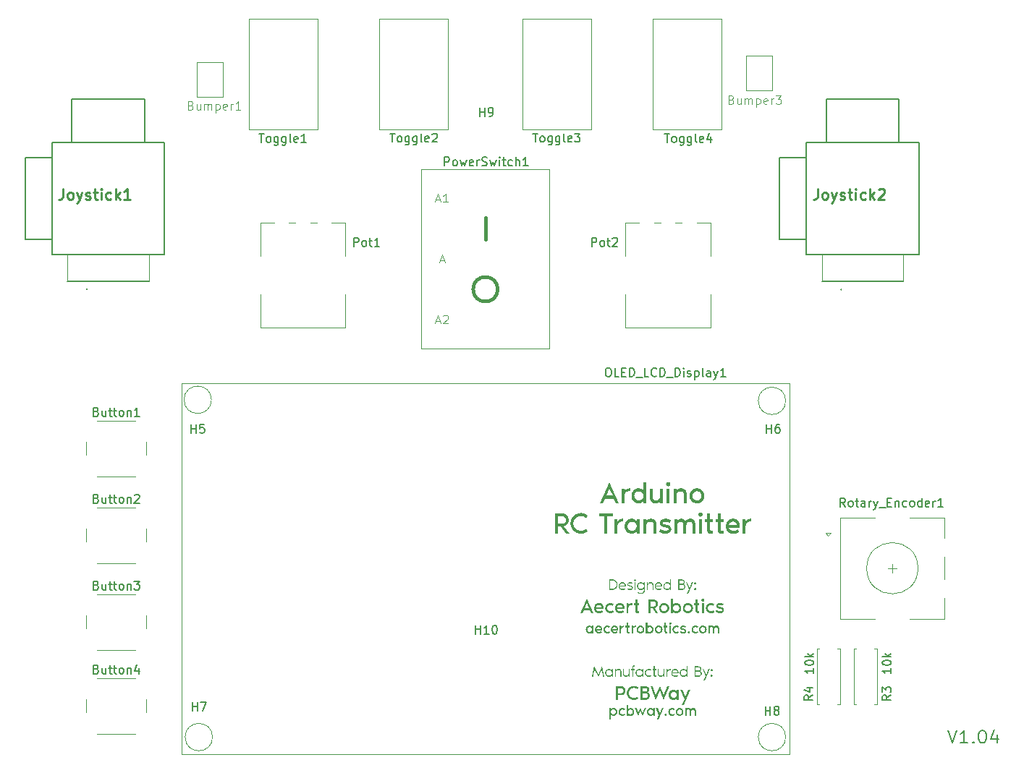
<source format=gbr>
%TF.GenerationSoftware,KiCad,Pcbnew,7.0.8*%
%TF.CreationDate,2025-02-10T02:43:01-05:00*%
%TF.ProjectId,RCTransmitterAecertRobotics,52435472-616e-4736-9d69-747465724165,V1.02*%
%TF.SameCoordinates,Original*%
%TF.FileFunction,Legend,Top*%
%TF.FilePolarity,Positive*%
%FSLAX46Y46*%
G04 Gerber Fmt 4.6, Leading zero omitted, Abs format (unit mm)*
G04 Created by KiCad (PCBNEW 7.0.8) date 2025-02-10 02:43:01*
%MOMM*%
%LPD*%
G01*
G04 APERTURE LIST*
%ADD10C,0.230000*%
%ADD11C,0.250000*%
%ADD12C,0.150000*%
%ADD13C,0.200000*%
%ADD14C,0.100000*%
%ADD15C,0.254000*%
%ADD16C,0.120000*%
%ADD17C,0.400000*%
G04 APERTURE END LIST*
D10*
G36*
X153629654Y-124657501D02*
G01*
X153380941Y-124657501D01*
X153225652Y-124312043D01*
X152503597Y-124312043D01*
X152347892Y-124657501D01*
X152099179Y-124657501D01*
X152370715Y-124072881D01*
X152608645Y-124072881D01*
X153120603Y-124072881D01*
X152864417Y-123518572D01*
X152608645Y-124072881D01*
X152370715Y-124072881D01*
X152864417Y-123009936D01*
X153629654Y-124657501D01*
G37*
G36*
X154299279Y-123488916D02*
G01*
X154327588Y-123490882D01*
X154355254Y-123494158D01*
X154382279Y-123498745D01*
X154408661Y-123504643D01*
X154434401Y-123511850D01*
X154459499Y-123520369D01*
X154483954Y-123530198D01*
X154507767Y-123541337D01*
X154530938Y-123553787D01*
X154553467Y-123567547D01*
X154575353Y-123582618D01*
X154596597Y-123599000D01*
X154617199Y-123616692D01*
X154637158Y-123635694D01*
X154656475Y-123656007D01*
X154674878Y-123677368D01*
X154692093Y-123699617D01*
X154708121Y-123722756D01*
X154722961Y-123746783D01*
X154736614Y-123771699D01*
X154749081Y-123797504D01*
X154760359Y-123824198D01*
X154770451Y-123851780D01*
X154779355Y-123880251D01*
X154787073Y-123909611D01*
X154793602Y-123939860D01*
X154798945Y-123970998D01*
X154803100Y-124003025D01*
X154806069Y-124035940D01*
X154807107Y-124052731D01*
X154807849Y-124069744D01*
X154808295Y-124086979D01*
X154808443Y-124104437D01*
X154808195Y-124124192D01*
X154807450Y-124143597D01*
X154806210Y-124162651D01*
X154804473Y-124181355D01*
X154802239Y-124199709D01*
X154801384Y-124205749D01*
X153933174Y-124205749D01*
X153938743Y-124227645D01*
X153945641Y-124248490D01*
X153953866Y-124268284D01*
X153963420Y-124287027D01*
X153974302Y-124304719D01*
X153986513Y-124321360D01*
X154000052Y-124336950D01*
X154014919Y-124351489D01*
X154031115Y-124364977D01*
X154048639Y-124377413D01*
X154061060Y-124385121D01*
X154080499Y-124395806D01*
X154100667Y-124405440D01*
X154121566Y-124414024D01*
X154143194Y-124421556D01*
X154165552Y-124428037D01*
X154188641Y-124433467D01*
X154212459Y-124437846D01*
X154237006Y-124441175D01*
X154253777Y-124442810D01*
X154270872Y-124443977D01*
X154288292Y-124444678D01*
X154306036Y-124444912D01*
X154329247Y-124444496D01*
X154352273Y-124443251D01*
X154375115Y-124441175D01*
X154397772Y-124438268D01*
X154420243Y-124434531D01*
X154442530Y-124429964D01*
X154464632Y-124424566D01*
X154486549Y-124418338D01*
X154508281Y-124411279D01*
X154529829Y-124403390D01*
X154551191Y-124394671D01*
X154572369Y-124385121D01*
X154593361Y-124374741D01*
X154614169Y-124363530D01*
X154634792Y-124351489D01*
X154655230Y-124338617D01*
X154732044Y-124539580D01*
X154710996Y-124557077D01*
X154689167Y-124573446D01*
X154666555Y-124588685D01*
X154643162Y-124602796D01*
X154618988Y-124615778D01*
X154594031Y-124627631D01*
X154568293Y-124638355D01*
X154541773Y-124647951D01*
X154514471Y-124656417D01*
X154486387Y-124663755D01*
X154457522Y-124669963D01*
X154427875Y-124675043D01*
X154397446Y-124678994D01*
X154366235Y-124681816D01*
X154334242Y-124683510D01*
X154301468Y-124684074D01*
X154283510Y-124683912D01*
X154265810Y-124683425D01*
X154248369Y-124682614D01*
X154231187Y-124681479D01*
X154214263Y-124680019D01*
X154197598Y-124678235D01*
X154165045Y-124673694D01*
X154133526Y-124667855D01*
X154103042Y-124660718D01*
X154073593Y-124652284D01*
X154045178Y-124642553D01*
X154017798Y-124631524D01*
X153991453Y-124619197D01*
X153966143Y-124605573D01*
X153941868Y-124590651D01*
X153918627Y-124574432D01*
X153896422Y-124556915D01*
X153875251Y-124538101D01*
X153855114Y-124517989D01*
X153836159Y-124496842D01*
X153818426Y-124475027D01*
X153801917Y-124452544D01*
X153786630Y-124429393D01*
X153772567Y-124405573D01*
X153759726Y-124381086D01*
X153748108Y-124355929D01*
X153737713Y-124330105D01*
X153728541Y-124303613D01*
X153720592Y-124276452D01*
X153713866Y-124248623D01*
X153708363Y-124220126D01*
X153704082Y-124190960D01*
X153701025Y-124161127D01*
X153699191Y-124130625D01*
X153698579Y-124099454D01*
X153699191Y-124067146D01*
X153701025Y-124035512D01*
X153704082Y-124004552D01*
X153705692Y-123993160D01*
X153933174Y-123993160D01*
X154574263Y-123993160D01*
X154572679Y-123974406D01*
X154569796Y-123955981D01*
X154565614Y-123937884D01*
X154560133Y-123920115D01*
X154553352Y-123902675D01*
X154545273Y-123885563D01*
X154535894Y-123868780D01*
X154525216Y-123852325D01*
X154513239Y-123836199D01*
X154499963Y-123820401D01*
X154490390Y-123810051D01*
X154474967Y-123795285D01*
X154458281Y-123781971D01*
X154440332Y-123770109D01*
X154421121Y-123759700D01*
X154400647Y-123750743D01*
X154378910Y-123743239D01*
X154355911Y-123737187D01*
X154331649Y-123732588D01*
X154314773Y-123730329D01*
X154297336Y-123728715D01*
X154279337Y-123727747D01*
X154260777Y-123727424D01*
X154242784Y-123727751D01*
X154225238Y-123728734D01*
X154208139Y-123730372D01*
X154191489Y-123732666D01*
X154167352Y-123737335D01*
X154144223Y-123743478D01*
X154122100Y-123751095D01*
X154100985Y-123760187D01*
X154080877Y-123770753D01*
X154061777Y-123782793D01*
X154043683Y-123796308D01*
X154026597Y-123811297D01*
X154010748Y-123827076D01*
X153996366Y-123843119D01*
X153983451Y-123859424D01*
X153972003Y-123875992D01*
X153962022Y-123892823D01*
X153953508Y-123909916D01*
X153946462Y-123927272D01*
X153940882Y-123944891D01*
X153936769Y-123962773D01*
X153934123Y-123980918D01*
X153933174Y-123993160D01*
X153705692Y-123993160D01*
X153708363Y-123974268D01*
X153713866Y-123944658D01*
X153720592Y-123915723D01*
X153728541Y-123887462D01*
X153737713Y-123859877D01*
X153748108Y-123832966D01*
X153759726Y-123806729D01*
X153772567Y-123781168D01*
X153786630Y-123756281D01*
X153801917Y-123732069D01*
X153818426Y-123708532D01*
X153836159Y-123685669D01*
X153855114Y-123663481D01*
X153875129Y-123642263D01*
X153895935Y-123622414D01*
X153917533Y-123603934D01*
X153939922Y-123586822D01*
X153963102Y-123571080D01*
X153987074Y-123556706D01*
X154011838Y-123543702D01*
X154037393Y-123532066D01*
X154063739Y-123521799D01*
X154090877Y-123512901D01*
X154118807Y-123505372D01*
X154147528Y-123499212D01*
X154177041Y-123494421D01*
X154207345Y-123490999D01*
X154238440Y-123488946D01*
X154270327Y-123488261D01*
X154299279Y-123488916D01*
G37*
G36*
X155158467Y-124510515D02*
G01*
X155138356Y-124488470D01*
X155119541Y-124465828D01*
X155102025Y-124442589D01*
X155085805Y-124418753D01*
X155070884Y-124394320D01*
X155057259Y-124369291D01*
X155044933Y-124343664D01*
X155033904Y-124317441D01*
X155024172Y-124290621D01*
X155015738Y-124263204D01*
X155008602Y-124235190D01*
X155002763Y-124206579D01*
X154998221Y-124177372D01*
X154994977Y-124147567D01*
X154993031Y-124117166D01*
X154992382Y-124086168D01*
X154993036Y-124055171D01*
X154994997Y-124024775D01*
X154998265Y-123994978D01*
X155002841Y-123965782D01*
X155008723Y-123937186D01*
X155015913Y-123909190D01*
X155024411Y-123881794D01*
X155034215Y-123854998D01*
X155045327Y-123828802D01*
X155057746Y-123803207D01*
X155071472Y-123778211D01*
X155086506Y-123753816D01*
X155102847Y-123730020D01*
X155120495Y-123706825D01*
X155139450Y-123684230D01*
X155159713Y-123662235D01*
X155181110Y-123641168D01*
X155203362Y-123621460D01*
X155226472Y-123603111D01*
X155250437Y-123586122D01*
X155275259Y-123570491D01*
X155300937Y-123556220D01*
X155327472Y-123543308D01*
X155354863Y-123531755D01*
X155383111Y-123521561D01*
X155412214Y-123512726D01*
X155442175Y-123505251D01*
X155472991Y-123499135D01*
X155504664Y-123494377D01*
X155537194Y-123490979D01*
X155553779Y-123489790D01*
X155570579Y-123488941D01*
X155587593Y-123488431D01*
X155604821Y-123488261D01*
X155634052Y-123488796D01*
X155662575Y-123490402D01*
X155690391Y-123493078D01*
X155717500Y-123496825D01*
X155743901Y-123501642D01*
X155769596Y-123507530D01*
X155794583Y-123514488D01*
X155818864Y-123522516D01*
X155842437Y-123531615D01*
X155865302Y-123541785D01*
X155887461Y-123553025D01*
X155908913Y-123565335D01*
X155929657Y-123578716D01*
X155949694Y-123593167D01*
X155969025Y-123608689D01*
X155987648Y-123625281D01*
X155889242Y-123840777D01*
X155874127Y-123827050D01*
X155858679Y-123814210D01*
X155842896Y-123802254D01*
X155826779Y-123791185D01*
X155810327Y-123781001D01*
X155793542Y-123771702D01*
X155776423Y-123763289D01*
X155758969Y-123755762D01*
X155741181Y-123749120D01*
X155723060Y-123743364D01*
X155704604Y-123738493D01*
X155685814Y-123734508D01*
X155666690Y-123731409D01*
X155647231Y-123729195D01*
X155627439Y-123727867D01*
X155607313Y-123727424D01*
X155587762Y-123727834D01*
X155568555Y-123729065D01*
X155549692Y-123731117D01*
X155531173Y-123733989D01*
X155512998Y-123737682D01*
X155495166Y-123742196D01*
X155477679Y-123747531D01*
X155460535Y-123753686D01*
X155443735Y-123760662D01*
X155427279Y-123768458D01*
X155411167Y-123777076D01*
X155395398Y-123786514D01*
X155379974Y-123796772D01*
X155364893Y-123807852D01*
X155350156Y-123819752D01*
X155335763Y-123832473D01*
X155321987Y-123845764D01*
X155309099Y-123859377D01*
X155297100Y-123873311D01*
X155285990Y-123887566D01*
X155275768Y-123902142D01*
X155266436Y-123917040D01*
X155257992Y-123932258D01*
X155250437Y-123947798D01*
X155243771Y-123963659D01*
X155237994Y-123979841D01*
X155233105Y-123996344D01*
X155229106Y-124013168D01*
X155225995Y-124030313D01*
X155223773Y-124047780D01*
X155222439Y-124065568D01*
X155221995Y-124083676D01*
X155222435Y-124102092D01*
X155223753Y-124120176D01*
X155225951Y-124137930D01*
X155229028Y-124155352D01*
X155232984Y-124172444D01*
X155237819Y-124189205D01*
X155243533Y-124205635D01*
X155250126Y-124221735D01*
X155257598Y-124237503D01*
X155265949Y-124252940D01*
X155275180Y-124268047D01*
X155285289Y-124282823D01*
X155296278Y-124297268D01*
X155308145Y-124311382D01*
X155320892Y-124325165D01*
X155334518Y-124338617D01*
X155348770Y-124351489D01*
X155363394Y-124363530D01*
X155378392Y-124374741D01*
X155393763Y-124385121D01*
X155409507Y-124394671D01*
X155425625Y-124403390D01*
X155442115Y-124411279D01*
X155458978Y-124418338D01*
X155476214Y-124424566D01*
X155493823Y-124429964D01*
X155511806Y-124434531D01*
X155530161Y-124438268D01*
X155548889Y-124441175D01*
X155567991Y-124443251D01*
X155587465Y-124444496D01*
X155607313Y-124444912D01*
X155627731Y-124444459D01*
X155647776Y-124443101D01*
X155667449Y-124440839D01*
X155686748Y-124437671D01*
X155705674Y-124433599D01*
X155724227Y-124428621D01*
X155742408Y-124422738D01*
X155760215Y-124415950D01*
X155777649Y-124408258D01*
X155794710Y-124399660D01*
X155811398Y-124390157D01*
X155827713Y-124379749D01*
X155843655Y-124368436D01*
X155859224Y-124356218D01*
X155874419Y-124343095D01*
X155889242Y-124329067D01*
X155987648Y-124547054D01*
X155969852Y-124563646D01*
X155951239Y-124579168D01*
X155931808Y-124593619D01*
X155911560Y-124607000D01*
X155890494Y-124619311D01*
X155868611Y-124630551D01*
X155845911Y-124640720D01*
X155822393Y-124649819D01*
X155798057Y-124657848D01*
X155772905Y-124664806D01*
X155746934Y-124670693D01*
X155720147Y-124675510D01*
X155692542Y-124679257D01*
X155664119Y-124681933D01*
X155634879Y-124683539D01*
X155604821Y-124684074D01*
X155587441Y-124683905D01*
X155570282Y-124683396D01*
X155553345Y-124682549D01*
X155536629Y-124681362D01*
X155503861Y-124677972D01*
X155471979Y-124673227D01*
X155440983Y-124667125D01*
X155410871Y-124659667D01*
X155381646Y-124650854D01*
X155353306Y-124640684D01*
X155325852Y-124629159D01*
X155299283Y-124616278D01*
X155273600Y-124602040D01*
X155248802Y-124586447D01*
X155224890Y-124569498D01*
X155201864Y-124551193D01*
X155179723Y-124531532D01*
X155158467Y-124510515D01*
G37*
G36*
X156734087Y-123488916D02*
G01*
X156762396Y-123490882D01*
X156790063Y-123494158D01*
X156817087Y-123498745D01*
X156843469Y-123504643D01*
X156869209Y-123511850D01*
X156894307Y-123520369D01*
X156918762Y-123530198D01*
X156942575Y-123541337D01*
X156965746Y-123553787D01*
X156988275Y-123567547D01*
X157010161Y-123582618D01*
X157031405Y-123599000D01*
X157052007Y-123616692D01*
X157071966Y-123635694D01*
X157091283Y-123656007D01*
X157109686Y-123677368D01*
X157126901Y-123699617D01*
X157142929Y-123722756D01*
X157157769Y-123746783D01*
X157171423Y-123771699D01*
X157183889Y-123797504D01*
X157195168Y-123824198D01*
X157205259Y-123851780D01*
X157214164Y-123880251D01*
X157221881Y-123909611D01*
X157228411Y-123939860D01*
X157233753Y-123970998D01*
X157237909Y-124003025D01*
X157240877Y-124035940D01*
X157241916Y-124052731D01*
X157242658Y-124069744D01*
X157243103Y-124086979D01*
X157243251Y-124104437D01*
X157243003Y-124124192D01*
X157242259Y-124143597D01*
X157241018Y-124162651D01*
X157239281Y-124181355D01*
X157237047Y-124199709D01*
X157236193Y-124205749D01*
X156367983Y-124205749D01*
X156373551Y-124227645D01*
X156380449Y-124248490D01*
X156388674Y-124268284D01*
X156398228Y-124287027D01*
X156409110Y-124304719D01*
X156421321Y-124321360D01*
X156434860Y-124336950D01*
X156449728Y-124351489D01*
X156465923Y-124364977D01*
X156483447Y-124377413D01*
X156495868Y-124385121D01*
X156515307Y-124395806D01*
X156535475Y-124405440D01*
X156556374Y-124414024D01*
X156578002Y-124421556D01*
X156600361Y-124428037D01*
X156623449Y-124433467D01*
X156647267Y-124437846D01*
X156671814Y-124441175D01*
X156688585Y-124442810D01*
X156705680Y-124443977D01*
X156723100Y-124444678D01*
X156740844Y-124444912D01*
X156764055Y-124444496D01*
X156787081Y-124443251D01*
X156809923Y-124441175D01*
X156832580Y-124438268D01*
X156855051Y-124434531D01*
X156877338Y-124429964D01*
X156899440Y-124424566D01*
X156921357Y-124418338D01*
X156943090Y-124411279D01*
X156964637Y-124403390D01*
X156985999Y-124394671D01*
X157007177Y-124385121D01*
X157028169Y-124374741D01*
X157048977Y-124363530D01*
X157069600Y-124351489D01*
X157090038Y-124338617D01*
X157166852Y-124539580D01*
X157145804Y-124557077D01*
X157123975Y-124573446D01*
X157101364Y-124588685D01*
X157077971Y-124602796D01*
X157053796Y-124615778D01*
X157028839Y-124627631D01*
X157003101Y-124638355D01*
X156976581Y-124647951D01*
X156949279Y-124656417D01*
X156921195Y-124663755D01*
X156892330Y-124669963D01*
X156862683Y-124675043D01*
X156832254Y-124678994D01*
X156801043Y-124681816D01*
X156769051Y-124683510D01*
X156736276Y-124684074D01*
X156718318Y-124683912D01*
X156700618Y-124683425D01*
X156683177Y-124682614D01*
X156665995Y-124681479D01*
X156649071Y-124680019D01*
X156632407Y-124678235D01*
X156599853Y-124673694D01*
X156568334Y-124667855D01*
X156537850Y-124660718D01*
X156508401Y-124652284D01*
X156479986Y-124642553D01*
X156452606Y-124631524D01*
X156426262Y-124619197D01*
X156400951Y-124605573D01*
X156376676Y-124590651D01*
X156353435Y-124574432D01*
X156331230Y-124556915D01*
X156310059Y-124538101D01*
X156289922Y-124517989D01*
X156270967Y-124496842D01*
X156253235Y-124475027D01*
X156236725Y-124452544D01*
X156221438Y-124429393D01*
X156207375Y-124405573D01*
X156194534Y-124381086D01*
X156182916Y-124355929D01*
X156172521Y-124330105D01*
X156163349Y-124303613D01*
X156155400Y-124276452D01*
X156148674Y-124248623D01*
X156143171Y-124220126D01*
X156138890Y-124190960D01*
X156135833Y-124161127D01*
X156133999Y-124130625D01*
X156133387Y-124099454D01*
X156133999Y-124067146D01*
X156135833Y-124035512D01*
X156138890Y-124004552D01*
X156140500Y-123993160D01*
X156367983Y-123993160D01*
X157009071Y-123993160D01*
X157007487Y-123974406D01*
X157004604Y-123955981D01*
X157000422Y-123937884D01*
X156994941Y-123920115D01*
X156988160Y-123902675D01*
X156980081Y-123885563D01*
X156970702Y-123868780D01*
X156960024Y-123852325D01*
X156948047Y-123836199D01*
X156934771Y-123820401D01*
X156925198Y-123810051D01*
X156909775Y-123795285D01*
X156893089Y-123781971D01*
X156875140Y-123770109D01*
X156855929Y-123759700D01*
X156835455Y-123750743D01*
X156813718Y-123743239D01*
X156790719Y-123737187D01*
X156766457Y-123732588D01*
X156749581Y-123730329D01*
X156732144Y-123728715D01*
X156714145Y-123727747D01*
X156695585Y-123727424D01*
X156677592Y-123727751D01*
X156660046Y-123728734D01*
X156642947Y-123730372D01*
X156626297Y-123732666D01*
X156602160Y-123737335D01*
X156579031Y-123743478D01*
X156556908Y-123751095D01*
X156535793Y-123760187D01*
X156515686Y-123770753D01*
X156496585Y-123782793D01*
X156478492Y-123796308D01*
X156461405Y-123811297D01*
X156445556Y-123827076D01*
X156431174Y-123843119D01*
X156418259Y-123859424D01*
X156406811Y-123875992D01*
X156396830Y-123892823D01*
X156388317Y-123909916D01*
X156381270Y-123927272D01*
X156375690Y-123944891D01*
X156371577Y-123962773D01*
X156368931Y-123980918D01*
X156367983Y-123993160D01*
X156140500Y-123993160D01*
X156143171Y-123974268D01*
X156148674Y-123944658D01*
X156155400Y-123915723D01*
X156163349Y-123887462D01*
X156172521Y-123859877D01*
X156182916Y-123832966D01*
X156194534Y-123806729D01*
X156207375Y-123781168D01*
X156221438Y-123756281D01*
X156236725Y-123732069D01*
X156253235Y-123708532D01*
X156270967Y-123685669D01*
X156289922Y-123663481D01*
X156309937Y-123642263D01*
X156330743Y-123622414D01*
X156352341Y-123603934D01*
X156374730Y-123586822D01*
X156397910Y-123571080D01*
X156421882Y-123556706D01*
X156446646Y-123543702D01*
X156472201Y-123532066D01*
X156498547Y-123521799D01*
X156525686Y-123512901D01*
X156553615Y-123505372D01*
X156582336Y-123499212D01*
X156611849Y-123494421D01*
X156642153Y-123490999D01*
X156673248Y-123488946D01*
X156705135Y-123488261D01*
X156734087Y-123488916D01*
G37*
G36*
X157695418Y-123741956D02*
G01*
X157707154Y-123720143D01*
X157719941Y-123699235D01*
X157733780Y-123679231D01*
X157748669Y-123660133D01*
X157764609Y-123641940D01*
X157781601Y-123624652D01*
X157799643Y-123608269D01*
X157818736Y-123592791D01*
X157838880Y-123578218D01*
X157852894Y-123569005D01*
X157867374Y-123560195D01*
X157874790Y-123555941D01*
X157889897Y-123547745D01*
X157905321Y-123540078D01*
X157921063Y-123532940D01*
X157937124Y-123526331D01*
X157953502Y-123520250D01*
X157970198Y-123514699D01*
X157987212Y-123509675D01*
X158004544Y-123505181D01*
X158022194Y-123501215D01*
X158040161Y-123497779D01*
X158058447Y-123494870D01*
X158077050Y-123492491D01*
X158095972Y-123490641D01*
X158115211Y-123489319D01*
X158134768Y-123488526D01*
X158154643Y-123488261D01*
X158154643Y-123727424D01*
X158135719Y-123722665D01*
X158116627Y-123719132D01*
X158097367Y-123716826D01*
X158077939Y-123715746D01*
X158058344Y-123715892D01*
X158038580Y-123717264D01*
X158018649Y-123719862D01*
X157998549Y-123723687D01*
X157978282Y-123728737D01*
X157957847Y-123735014D01*
X157944130Y-123739880D01*
X157914013Y-123752778D01*
X157885838Y-123767284D01*
X157859607Y-123783400D01*
X157835319Y-123801124D01*
X157812973Y-123820457D01*
X157792571Y-123841400D01*
X157774112Y-123863951D01*
X157757596Y-123888111D01*
X157743023Y-123913880D01*
X157730393Y-123941258D01*
X157719706Y-123970245D01*
X157710962Y-124000841D01*
X157704162Y-124033046D01*
X157701490Y-124049752D01*
X157699304Y-124066860D01*
X157697604Y-124084371D01*
X157696389Y-124102283D01*
X157695661Y-124120598D01*
X157695418Y-124139315D01*
X157695418Y-124657501D01*
X157465805Y-124657501D01*
X157465805Y-123514835D01*
X157695418Y-123514835D01*
X157695418Y-123741956D01*
G37*
G36*
X158512142Y-124292528D02*
G01*
X158512142Y-123753997D01*
X158358928Y-123753997D01*
X158358928Y-123514835D01*
X158512142Y-123514835D01*
X158512142Y-123063083D01*
X158741754Y-123063083D01*
X158741754Y-123514835D01*
X158971367Y-123514835D01*
X158971367Y-123753997D01*
X158741754Y-123753997D01*
X158741754Y-124228586D01*
X158741931Y-124248526D01*
X158742461Y-124267447D01*
X158743345Y-124285350D01*
X158744583Y-124302234D01*
X158747102Y-124325651D01*
X158750417Y-124346775D01*
X158754527Y-124365608D01*
X158759433Y-124382150D01*
X158767212Y-124400639D01*
X158776405Y-124415055D01*
X158787013Y-124425397D01*
X158805152Y-124436769D01*
X158824693Y-124444730D01*
X158845635Y-124449278D01*
X158862262Y-124450449D01*
X158879676Y-124449701D01*
X158897879Y-124447033D01*
X158916870Y-124442446D01*
X158936650Y-124435939D01*
X158957217Y-124427513D01*
X158971367Y-124420829D01*
X158971367Y-124650857D01*
X158953545Y-124658642D01*
X158934750Y-124665390D01*
X158914982Y-124671099D01*
X158894241Y-124675770D01*
X158872527Y-124679403D01*
X158855603Y-124681447D01*
X158838131Y-124682906D01*
X158820112Y-124683782D01*
X158801545Y-124684074D01*
X158783740Y-124683692D01*
X158766500Y-124682545D01*
X158749825Y-124680633D01*
X158718172Y-124674515D01*
X158688779Y-124665338D01*
X158661648Y-124653102D01*
X158636777Y-124637807D01*
X158614168Y-124619454D01*
X158593819Y-124598041D01*
X158575731Y-124573570D01*
X158559904Y-124546039D01*
X158546339Y-124515449D01*
X158540404Y-124499008D01*
X158535034Y-124481801D01*
X158530229Y-124463830D01*
X158525990Y-124445094D01*
X158522316Y-124425593D01*
X158519207Y-124405327D01*
X158516664Y-124384297D01*
X158514685Y-124362502D01*
X158513272Y-124339942D01*
X158512424Y-124316618D01*
X158512142Y-124292528D01*
G37*
G36*
X160549730Y-123063220D02*
G01*
X160568263Y-123063631D01*
X160586503Y-123064317D01*
X160604451Y-123065276D01*
X160622107Y-123066510D01*
X160639472Y-123068017D01*
X160656544Y-123069799D01*
X160673324Y-123071855D01*
X160689813Y-123074184D01*
X160721914Y-123079667D01*
X160752847Y-123086245D01*
X160782613Y-123093920D01*
X160811211Y-123102691D01*
X160838641Y-123112559D01*
X160864903Y-123123523D01*
X160889997Y-123135584D01*
X160913924Y-123148741D01*
X160936683Y-123162995D01*
X160958274Y-123178344D01*
X160978697Y-123194791D01*
X160988471Y-123203425D01*
X161007175Y-123221305D01*
X161024672Y-123239964D01*
X161040963Y-123259401D01*
X161056047Y-123279617D01*
X161069924Y-123300611D01*
X161082595Y-123322384D01*
X161094058Y-123344935D01*
X161104315Y-123368265D01*
X161113366Y-123392373D01*
X161121209Y-123417260D01*
X161127846Y-123442925D01*
X161133276Y-123469369D01*
X161137500Y-123496591D01*
X161140517Y-123524592D01*
X161142327Y-123553372D01*
X161142930Y-123582930D01*
X161142543Y-123605530D01*
X161141380Y-123627760D01*
X161139441Y-123649620D01*
X161136728Y-123671110D01*
X161133239Y-123692231D01*
X161128975Y-123712982D01*
X161123936Y-123733363D01*
X161118121Y-123753375D01*
X161111531Y-123773016D01*
X161104166Y-123792288D01*
X161096026Y-123811190D01*
X161087110Y-123829722D01*
X161077419Y-123847884D01*
X161066953Y-123865677D01*
X161055711Y-123883099D01*
X161043694Y-123900152D01*
X161030987Y-123916623D01*
X161017672Y-123932403D01*
X161003751Y-123947491D01*
X160989224Y-123961889D01*
X160974089Y-123975596D01*
X160958349Y-123988612D01*
X160942001Y-124000937D01*
X160925047Y-124012571D01*
X160907487Y-124023514D01*
X160889319Y-124033766D01*
X160870546Y-124043328D01*
X160851165Y-124052198D01*
X160831178Y-124060377D01*
X160810585Y-124067866D01*
X160789385Y-124074663D01*
X160767578Y-124080770D01*
X161181545Y-124657501D01*
X160913317Y-124657501D01*
X160513883Y-124126028D01*
X160263094Y-124126028D01*
X160263094Y-124657501D01*
X160033481Y-124657501D01*
X160033481Y-123302246D01*
X160263094Y-123302246D01*
X160263094Y-123886865D01*
X160604814Y-123886865D01*
X160621642Y-123886585D01*
X160646147Y-123885112D01*
X160669769Y-123882376D01*
X160692508Y-123878378D01*
X160714364Y-123873116D01*
X160735337Y-123866593D01*
X160755426Y-123858806D01*
X160774633Y-123849757D01*
X160792956Y-123839445D01*
X160810396Y-123827871D01*
X160826953Y-123815034D01*
X160842387Y-123800912D01*
X160856304Y-123785484D01*
X160868702Y-123768749D01*
X160879581Y-123750708D01*
X160888943Y-123731361D01*
X160896787Y-123710707D01*
X160903112Y-123688746D01*
X160907920Y-123665479D01*
X160911209Y-123640906D01*
X160912558Y-123623798D01*
X160913233Y-123606109D01*
X160913317Y-123597047D01*
X160912985Y-123578761D01*
X160911987Y-123561066D01*
X160910325Y-123543961D01*
X160907998Y-123527447D01*
X160903259Y-123503782D01*
X160897025Y-123481446D01*
X160889295Y-123460438D01*
X160880068Y-123440758D01*
X160869345Y-123422407D01*
X160857126Y-123405384D01*
X160843410Y-123389689D01*
X160828199Y-123375323D01*
X160811886Y-123362264D01*
X160794713Y-123350488D01*
X160776678Y-123339998D01*
X160757781Y-123330792D01*
X160738024Y-123322870D01*
X160717405Y-123316233D01*
X160695925Y-123310881D01*
X160673584Y-123306813D01*
X160650381Y-123304030D01*
X160626318Y-123302531D01*
X160609797Y-123302246D01*
X160263094Y-123302246D01*
X160033481Y-123302246D01*
X160033481Y-123063083D01*
X160530906Y-123063083D01*
X160549730Y-123063220D01*
G37*
G36*
X161912501Y-123488955D02*
G01*
X161942422Y-123491038D01*
X161971773Y-123494509D01*
X162000552Y-123499368D01*
X162028761Y-123505616D01*
X162056398Y-123513252D01*
X162083465Y-123522276D01*
X162109961Y-123532689D01*
X162135886Y-123544490D01*
X162161240Y-123557680D01*
X162186023Y-123572257D01*
X162210235Y-123588224D01*
X162233876Y-123605578D01*
X162256946Y-123624321D01*
X162279446Y-123644453D01*
X162301374Y-123665972D01*
X162322391Y-123688390D01*
X162342052Y-123711321D01*
X162360357Y-123734765D01*
X162377306Y-123758720D01*
X162392899Y-123783189D01*
X162407136Y-123808170D01*
X162420018Y-123833663D01*
X162431543Y-123859669D01*
X162441713Y-123886188D01*
X162450526Y-123913219D01*
X162457984Y-123940762D01*
X162464086Y-123968818D01*
X162468831Y-123997387D01*
X162472221Y-124026468D01*
X162474255Y-124056061D01*
X162474933Y-124086168D01*
X162474255Y-124116275D01*
X162472221Y-124145874D01*
X162468831Y-124174963D01*
X162464086Y-124203543D01*
X162457984Y-124231614D01*
X162450526Y-124259175D01*
X162441713Y-124286227D01*
X162431543Y-124312770D01*
X162420018Y-124338804D01*
X162407136Y-124364328D01*
X162392899Y-124389343D01*
X162377306Y-124413848D01*
X162360357Y-124437845D01*
X162342052Y-124461332D01*
X162322391Y-124484310D01*
X162301374Y-124506778D01*
X162279446Y-124528248D01*
X162256946Y-124548332D01*
X162233876Y-124567031D01*
X162210235Y-124584345D01*
X162186023Y-124600274D01*
X162161240Y-124614818D01*
X162135886Y-124627977D01*
X162109961Y-124639750D01*
X162083465Y-124650139D01*
X162056398Y-124659142D01*
X162028761Y-124666760D01*
X162000552Y-124672993D01*
X161971773Y-124677841D01*
X161942422Y-124681304D01*
X161912501Y-124683382D01*
X161882009Y-124684074D01*
X161851515Y-124683382D01*
X161821589Y-124681304D01*
X161792231Y-124677841D01*
X161763440Y-124672993D01*
X161735217Y-124666760D01*
X161707561Y-124659142D01*
X161680473Y-124650139D01*
X161653953Y-124639750D01*
X161628001Y-124627977D01*
X161602616Y-124614818D01*
X161577799Y-124600274D01*
X161553550Y-124584345D01*
X161529868Y-124567031D01*
X161506754Y-124548332D01*
X161484208Y-124528248D01*
X161462229Y-124506778D01*
X161441212Y-124484310D01*
X161421551Y-124461332D01*
X161403246Y-124437845D01*
X161386297Y-124413848D01*
X161370704Y-124389343D01*
X161356466Y-124364328D01*
X161343585Y-124338804D01*
X161332060Y-124312770D01*
X161321890Y-124286227D01*
X161313077Y-124259175D01*
X161305619Y-124231614D01*
X161299517Y-124203543D01*
X161294772Y-124174963D01*
X161291382Y-124145874D01*
X161289348Y-124116275D01*
X161288670Y-124086168D01*
X161518283Y-124086168D01*
X161518703Y-124104281D01*
X161519963Y-124122084D01*
X161522063Y-124139574D01*
X161525004Y-124156754D01*
X161528785Y-124173622D01*
X161533405Y-124190178D01*
X161538866Y-124206424D01*
X161545168Y-124222357D01*
X161552309Y-124237980D01*
X161560290Y-124253291D01*
X161569112Y-124268290D01*
X161578774Y-124282979D01*
X161589276Y-124297355D01*
X161600618Y-124311421D01*
X161612800Y-124325175D01*
X161625823Y-124338617D01*
X161639424Y-124351489D01*
X161653344Y-124363530D01*
X161667581Y-124374741D01*
X161682136Y-124385121D01*
X161697009Y-124394671D01*
X161712200Y-124403390D01*
X161727709Y-124411279D01*
X161743536Y-124418338D01*
X161759680Y-124424566D01*
X161776143Y-124429964D01*
X161792923Y-124434531D01*
X161810021Y-124438268D01*
X161827438Y-124441175D01*
X161845172Y-124443251D01*
X161863224Y-124444496D01*
X161881594Y-124444912D01*
X161900014Y-124444496D01*
X161918113Y-124443251D01*
X161935891Y-124441175D01*
X161953348Y-124438268D01*
X161970483Y-124434531D01*
X161987298Y-124429964D01*
X162003791Y-124424566D01*
X162019963Y-124418338D01*
X162035815Y-124411279D01*
X162051344Y-124403390D01*
X162066553Y-124394671D01*
X162081441Y-124385121D01*
X162096007Y-124374741D01*
X162110253Y-124363530D01*
X162124177Y-124351489D01*
X162137780Y-124338617D01*
X162150803Y-124325175D01*
X162162985Y-124311421D01*
X162174327Y-124297355D01*
X162184829Y-124282979D01*
X162194491Y-124268290D01*
X162203312Y-124253291D01*
X162211294Y-124237980D01*
X162218435Y-124222357D01*
X162224736Y-124206424D01*
X162230197Y-124190178D01*
X162234818Y-124173622D01*
X162238599Y-124156754D01*
X162241540Y-124139574D01*
X162243640Y-124122084D01*
X162244900Y-124104281D01*
X162245320Y-124086168D01*
X162244900Y-124068054D01*
X162243640Y-124050252D01*
X162241540Y-124032761D01*
X162238599Y-124015581D01*
X162234818Y-123998713D01*
X162230197Y-123982157D01*
X162224736Y-123965912D01*
X162218435Y-123949978D01*
X162211294Y-123934355D01*
X162203312Y-123919044D01*
X162194491Y-123904045D01*
X162184829Y-123889357D01*
X162174327Y-123874980D01*
X162162985Y-123860915D01*
X162150803Y-123847161D01*
X162137780Y-123833718D01*
X162124177Y-123820847D01*
X162110253Y-123808805D01*
X162096007Y-123797595D01*
X162081441Y-123787214D01*
X162066553Y-123777664D01*
X162051344Y-123768945D01*
X162035815Y-123761056D01*
X162019963Y-123753997D01*
X162003791Y-123747769D01*
X161987298Y-123742371D01*
X161970483Y-123737804D01*
X161953348Y-123734067D01*
X161935891Y-123731161D01*
X161918113Y-123729085D01*
X161900014Y-123727839D01*
X161881594Y-123727424D01*
X161863224Y-123727839D01*
X161845172Y-123729085D01*
X161827438Y-123731161D01*
X161810021Y-123734067D01*
X161792923Y-123737804D01*
X161776143Y-123742371D01*
X161759680Y-123747769D01*
X161743536Y-123753997D01*
X161727709Y-123761056D01*
X161712200Y-123768945D01*
X161697009Y-123777664D01*
X161682136Y-123787214D01*
X161667581Y-123797595D01*
X161653344Y-123808805D01*
X161639424Y-123820847D01*
X161625823Y-123833718D01*
X161612800Y-123847161D01*
X161600618Y-123860915D01*
X161589276Y-123874980D01*
X161578774Y-123889357D01*
X161569112Y-123904045D01*
X161560290Y-123919044D01*
X161552309Y-123934355D01*
X161545168Y-123949978D01*
X161538866Y-123965912D01*
X161533405Y-123982157D01*
X161528785Y-123998713D01*
X161525004Y-124015581D01*
X161522063Y-124032761D01*
X161519963Y-124050252D01*
X161518703Y-124068054D01*
X161518283Y-124086168D01*
X161288670Y-124086168D01*
X161289348Y-124056061D01*
X161291382Y-124026468D01*
X161294772Y-123997387D01*
X161299517Y-123968818D01*
X161305619Y-123940762D01*
X161313077Y-123913219D01*
X161321890Y-123886188D01*
X161332060Y-123859669D01*
X161343585Y-123833663D01*
X161356466Y-123808170D01*
X161370704Y-123783189D01*
X161386297Y-123758720D01*
X161403246Y-123734765D01*
X161421551Y-123711321D01*
X161441212Y-123688390D01*
X161462229Y-123665972D01*
X161484208Y-123644453D01*
X161506754Y-123624321D01*
X161529868Y-123605578D01*
X161553550Y-123588224D01*
X161577799Y-123572257D01*
X161602616Y-123557680D01*
X161628001Y-123544490D01*
X161653953Y-123532689D01*
X161680473Y-123522276D01*
X161707561Y-123513252D01*
X161735217Y-123505616D01*
X161763440Y-123499368D01*
X161792231Y-123494509D01*
X161821589Y-123491038D01*
X161851515Y-123488955D01*
X161882009Y-123488261D01*
X161912501Y-123488955D01*
G37*
G36*
X162927100Y-123682581D02*
G01*
X162945380Y-123659050D01*
X162964411Y-123637037D01*
X162984190Y-123616542D01*
X163004719Y-123597566D01*
X163025997Y-123580108D01*
X163048024Y-123564167D01*
X163070801Y-123549745D01*
X163094327Y-123536841D01*
X163118602Y-123525455D01*
X163143627Y-123515587D01*
X163169401Y-123507238D01*
X163195924Y-123500406D01*
X163223197Y-123495093D01*
X163251219Y-123491297D01*
X163279990Y-123489020D01*
X163309511Y-123488261D01*
X163340264Y-123488950D01*
X163370346Y-123491018D01*
X163399756Y-123494465D01*
X163428495Y-123499290D01*
X163456563Y-123505494D01*
X163483959Y-123513077D01*
X163510683Y-123522038D01*
X163536736Y-123532378D01*
X163562117Y-123544096D01*
X163586828Y-123557193D01*
X163610866Y-123571669D01*
X163634233Y-123587523D01*
X163656929Y-123604756D01*
X163678953Y-123623368D01*
X163700306Y-123643358D01*
X163720987Y-123664727D01*
X163740696Y-123687004D01*
X163759134Y-123709823D01*
X163776301Y-123733183D01*
X163792196Y-123757086D01*
X163806819Y-123781530D01*
X163820171Y-123806515D01*
X163832251Y-123832043D01*
X163843059Y-123858112D01*
X163852596Y-123884723D01*
X163860862Y-123911876D01*
X163867855Y-123939570D01*
X163873577Y-123967806D01*
X163878028Y-123996584D01*
X163881207Y-124025903D01*
X163883114Y-124055765D01*
X163883750Y-124086168D01*
X163883114Y-124116572D01*
X163881207Y-124146438D01*
X163878028Y-124175766D01*
X163873577Y-124204555D01*
X163867855Y-124232806D01*
X163860862Y-124260518D01*
X163852596Y-124287692D01*
X163843059Y-124314327D01*
X163832251Y-124340424D01*
X163820171Y-124365982D01*
X163806819Y-124391002D01*
X163792196Y-124415483D01*
X163776301Y-124439426D01*
X163759134Y-124462831D01*
X163740696Y-124485696D01*
X163720987Y-124508024D01*
X163700306Y-124529342D01*
X163678953Y-124549286D01*
X163656929Y-124567853D01*
X163634233Y-124585046D01*
X163610866Y-124600863D01*
X163586828Y-124615304D01*
X163562117Y-124628371D01*
X163536736Y-124640062D01*
X163510683Y-124650377D01*
X163483959Y-124659317D01*
X163456563Y-124666882D01*
X163428495Y-124673071D01*
X163399756Y-124677885D01*
X163370346Y-124681323D01*
X163340264Y-124683386D01*
X163309511Y-124684074D01*
X163279990Y-124683310D01*
X163251219Y-124681018D01*
X163223197Y-124677199D01*
X163195924Y-124671851D01*
X163169401Y-124664976D01*
X163143627Y-124656573D01*
X163118602Y-124646642D01*
X163094327Y-124635183D01*
X163070801Y-124622196D01*
X163048024Y-124607681D01*
X163025997Y-124591639D01*
X163004719Y-124574069D01*
X162984190Y-124554971D01*
X162964411Y-124534344D01*
X162945380Y-124512191D01*
X162927100Y-124488509D01*
X162927100Y-124657501D01*
X162697487Y-124657501D01*
X162697487Y-124086168D01*
X162927100Y-124086168D01*
X162927515Y-124104578D01*
X162928761Y-124122648D01*
X162930837Y-124140377D01*
X162933743Y-124157766D01*
X162937480Y-124174814D01*
X162942047Y-124191521D01*
X162947445Y-124207888D01*
X162953673Y-124223914D01*
X162960732Y-124239600D01*
X162968621Y-124254945D01*
X162977340Y-124269950D01*
X162986890Y-124284613D01*
X162997271Y-124298937D01*
X163008481Y-124312919D01*
X163020523Y-124326561D01*
X163033394Y-124339863D01*
X163046903Y-124352583D01*
X163060753Y-124364484D01*
X163074943Y-124375563D01*
X163089474Y-124385822D01*
X163104345Y-124395260D01*
X163119557Y-124403877D01*
X163135110Y-124411673D01*
X163151003Y-124418649D01*
X163167237Y-124424805D01*
X163183812Y-124430139D01*
X163200727Y-124434653D01*
X163217982Y-124438346D01*
X163235579Y-124441218D01*
X163253515Y-124443270D01*
X163271793Y-124444501D01*
X163290411Y-124444912D01*
X163309078Y-124444501D01*
X163327397Y-124443270D01*
X163345370Y-124441218D01*
X163362995Y-124438346D01*
X163380274Y-124434653D01*
X163397205Y-124430139D01*
X163413789Y-124424805D01*
X163430026Y-124418649D01*
X163445916Y-124411673D01*
X163461459Y-124403877D01*
X163476655Y-124395260D01*
X163491504Y-124385822D01*
X163506005Y-124375563D01*
X163520160Y-124364484D01*
X163533967Y-124352583D01*
X163547428Y-124339863D01*
X163560350Y-124326561D01*
X163572438Y-124312919D01*
X163583692Y-124298937D01*
X163594113Y-124284613D01*
X163603700Y-124269950D01*
X163612454Y-124254945D01*
X163620374Y-124239600D01*
X163627460Y-124223914D01*
X163633713Y-124207888D01*
X163639131Y-124191521D01*
X163643717Y-124174814D01*
X163647468Y-124157766D01*
X163650386Y-124140377D01*
X163652470Y-124122648D01*
X163653721Y-124104578D01*
X163654137Y-124086168D01*
X163653721Y-124067757D01*
X163652470Y-124049687D01*
X163650386Y-124031958D01*
X163647468Y-124014569D01*
X163643717Y-123997521D01*
X163639131Y-123980814D01*
X163633713Y-123964447D01*
X163627460Y-123948421D01*
X163620374Y-123932735D01*
X163612454Y-123917390D01*
X163603700Y-123902386D01*
X163594113Y-123887722D01*
X163583692Y-123873399D01*
X163572438Y-123859416D01*
X163560350Y-123845774D01*
X163547428Y-123832473D01*
X163533967Y-123819752D01*
X163520160Y-123807852D01*
X163506005Y-123796772D01*
X163491504Y-123786514D01*
X163476655Y-123777076D01*
X163461459Y-123768458D01*
X163445916Y-123760662D01*
X163430026Y-123753686D01*
X163413789Y-123747531D01*
X163397205Y-123742196D01*
X163380274Y-123737682D01*
X163362995Y-123733989D01*
X163345370Y-123731117D01*
X163327397Y-123729065D01*
X163309078Y-123727834D01*
X163290411Y-123727424D01*
X163271793Y-123727834D01*
X163253515Y-123729065D01*
X163235579Y-123731117D01*
X163217982Y-123733989D01*
X163200727Y-123737682D01*
X163183812Y-123742196D01*
X163167237Y-123747531D01*
X163151003Y-123753686D01*
X163135110Y-123760662D01*
X163119557Y-123768458D01*
X163104345Y-123777076D01*
X163089474Y-123786514D01*
X163074943Y-123796772D01*
X163060753Y-123807852D01*
X163046903Y-123819752D01*
X163033394Y-123832473D01*
X163020523Y-123845774D01*
X163008481Y-123859416D01*
X162997271Y-123873399D01*
X162986890Y-123887722D01*
X162977340Y-123902386D01*
X162968621Y-123917390D01*
X162960732Y-123932735D01*
X162953673Y-123948421D01*
X162947445Y-123964447D01*
X162942047Y-123980814D01*
X162937480Y-123997521D01*
X162933743Y-124014569D01*
X162930837Y-124031958D01*
X162928761Y-124049687D01*
X162927515Y-124067757D01*
X162927100Y-124086168D01*
X162697487Y-124086168D01*
X162697487Y-122983362D01*
X162927100Y-122983362D01*
X162927100Y-123682581D01*
G37*
G36*
X164691106Y-123488955D02*
G01*
X164721027Y-123491038D01*
X164750377Y-123494509D01*
X164779157Y-123499368D01*
X164807365Y-123505616D01*
X164835003Y-123513252D01*
X164862069Y-123522276D01*
X164888565Y-123532689D01*
X164914490Y-123544490D01*
X164939844Y-123557680D01*
X164964627Y-123572257D01*
X164988839Y-123588224D01*
X165012480Y-123605578D01*
X165035551Y-123624321D01*
X165058050Y-123644453D01*
X165079978Y-123665972D01*
X165100995Y-123688390D01*
X165120656Y-123711321D01*
X165138961Y-123734765D01*
X165155910Y-123758720D01*
X165171504Y-123783189D01*
X165185741Y-123808170D01*
X165198622Y-123833663D01*
X165210148Y-123859669D01*
X165220317Y-123886188D01*
X165229131Y-123913219D01*
X165236588Y-123940762D01*
X165242690Y-123968818D01*
X165247436Y-123997387D01*
X165250825Y-124026468D01*
X165252859Y-124056061D01*
X165253537Y-124086168D01*
X165252859Y-124116275D01*
X165250825Y-124145874D01*
X165247436Y-124174963D01*
X165242690Y-124203543D01*
X165236588Y-124231614D01*
X165229131Y-124259175D01*
X165220317Y-124286227D01*
X165210148Y-124312770D01*
X165198622Y-124338804D01*
X165185741Y-124364328D01*
X165171504Y-124389343D01*
X165155910Y-124413848D01*
X165138961Y-124437845D01*
X165120656Y-124461332D01*
X165100995Y-124484310D01*
X165079978Y-124506778D01*
X165058050Y-124528248D01*
X165035551Y-124548332D01*
X165012480Y-124567031D01*
X164988839Y-124584345D01*
X164964627Y-124600274D01*
X164939844Y-124614818D01*
X164914490Y-124627977D01*
X164888565Y-124639750D01*
X164862069Y-124650139D01*
X164835003Y-124659142D01*
X164807365Y-124666760D01*
X164779157Y-124672993D01*
X164750377Y-124677841D01*
X164721027Y-124681304D01*
X164691106Y-124683382D01*
X164660613Y-124684074D01*
X164630120Y-124683382D01*
X164600193Y-124681304D01*
X164570835Y-124677841D01*
X164542044Y-124672993D01*
X164513821Y-124666760D01*
X164486166Y-124659142D01*
X164459078Y-124650139D01*
X164432558Y-124639750D01*
X164406605Y-124627977D01*
X164381221Y-124614818D01*
X164356403Y-124600274D01*
X164332154Y-124584345D01*
X164308472Y-124567031D01*
X164285358Y-124548332D01*
X164262812Y-124528248D01*
X164240833Y-124506778D01*
X164219816Y-124484310D01*
X164200155Y-124461332D01*
X164181850Y-124437845D01*
X164164901Y-124413848D01*
X164149308Y-124389343D01*
X164135071Y-124364328D01*
X164122189Y-124338804D01*
X164110664Y-124312770D01*
X164100494Y-124286227D01*
X164091681Y-124259175D01*
X164084223Y-124231614D01*
X164078122Y-124203543D01*
X164073376Y-124174963D01*
X164069986Y-124145874D01*
X164067952Y-124116275D01*
X164067274Y-124086168D01*
X164296887Y-124086168D01*
X164297307Y-124104281D01*
X164298567Y-124122084D01*
X164300668Y-124139574D01*
X164303608Y-124156754D01*
X164307389Y-124173622D01*
X164312010Y-124190178D01*
X164317471Y-124206424D01*
X164323772Y-124222357D01*
X164330913Y-124237980D01*
X164338895Y-124253291D01*
X164347716Y-124268290D01*
X164357378Y-124282979D01*
X164367880Y-124297355D01*
X164379222Y-124311421D01*
X164391405Y-124325175D01*
X164404427Y-124338617D01*
X164418028Y-124351489D01*
X164431948Y-124363530D01*
X164446185Y-124374741D01*
X164460740Y-124385121D01*
X164475613Y-124394671D01*
X164490804Y-124403390D01*
X164506313Y-124411279D01*
X164522140Y-124418338D01*
X164538285Y-124424566D01*
X164554747Y-124429964D01*
X164571527Y-124434531D01*
X164588626Y-124438268D01*
X164606042Y-124441175D01*
X164623776Y-124443251D01*
X164641828Y-124444496D01*
X164660198Y-124444912D01*
X164678618Y-124444496D01*
X164696717Y-124443251D01*
X164714495Y-124441175D01*
X164731952Y-124438268D01*
X164749088Y-124434531D01*
X164765902Y-124429964D01*
X164782396Y-124424566D01*
X164798568Y-124418338D01*
X164814419Y-124411279D01*
X164829949Y-124403390D01*
X164845158Y-124394671D01*
X164860045Y-124385121D01*
X164874612Y-124374741D01*
X164888857Y-124363530D01*
X164902781Y-124351489D01*
X164916384Y-124338617D01*
X164929407Y-124325175D01*
X164941589Y-124311421D01*
X164952931Y-124297355D01*
X164963433Y-124282979D01*
X164973095Y-124268290D01*
X164981917Y-124253291D01*
X164989898Y-124237980D01*
X164997040Y-124222357D01*
X165003341Y-124206424D01*
X165008802Y-124190178D01*
X165013423Y-124173622D01*
X165017203Y-124156754D01*
X165020144Y-124139574D01*
X165022244Y-124122084D01*
X165023505Y-124104281D01*
X165023925Y-124086168D01*
X165023505Y-124068054D01*
X165022244Y-124050252D01*
X165020144Y-124032761D01*
X165017203Y-124015581D01*
X165013423Y-123998713D01*
X165008802Y-123982157D01*
X165003341Y-123965912D01*
X164997040Y-123949978D01*
X164989898Y-123934355D01*
X164981917Y-123919044D01*
X164973095Y-123904045D01*
X164963433Y-123889357D01*
X164952931Y-123874980D01*
X164941589Y-123860915D01*
X164929407Y-123847161D01*
X164916384Y-123833718D01*
X164902781Y-123820847D01*
X164888857Y-123808805D01*
X164874612Y-123797595D01*
X164860045Y-123787214D01*
X164845158Y-123777664D01*
X164829949Y-123768945D01*
X164814419Y-123761056D01*
X164798568Y-123753997D01*
X164782396Y-123747769D01*
X164765902Y-123742371D01*
X164749088Y-123737804D01*
X164731952Y-123734067D01*
X164714495Y-123731161D01*
X164696717Y-123729085D01*
X164678618Y-123727839D01*
X164660198Y-123727424D01*
X164641828Y-123727839D01*
X164623776Y-123729085D01*
X164606042Y-123731161D01*
X164588626Y-123734067D01*
X164571527Y-123737804D01*
X164554747Y-123742371D01*
X164538285Y-123747769D01*
X164522140Y-123753997D01*
X164506313Y-123761056D01*
X164490804Y-123768945D01*
X164475613Y-123777664D01*
X164460740Y-123787214D01*
X164446185Y-123797595D01*
X164431948Y-123808805D01*
X164418028Y-123820847D01*
X164404427Y-123833718D01*
X164391405Y-123847161D01*
X164379222Y-123860915D01*
X164367880Y-123874980D01*
X164357378Y-123889357D01*
X164347716Y-123904045D01*
X164338895Y-123919044D01*
X164330913Y-123934355D01*
X164323772Y-123949978D01*
X164317471Y-123965912D01*
X164312010Y-123982157D01*
X164307389Y-123998713D01*
X164303608Y-124015581D01*
X164300668Y-124032761D01*
X164298567Y-124050252D01*
X164297307Y-124068054D01*
X164296887Y-124086168D01*
X164067274Y-124086168D01*
X164067952Y-124056061D01*
X164069986Y-124026468D01*
X164073376Y-123997387D01*
X164078122Y-123968818D01*
X164084223Y-123940762D01*
X164091681Y-123913219D01*
X164100494Y-123886188D01*
X164110664Y-123859669D01*
X164122189Y-123833663D01*
X164135071Y-123808170D01*
X164149308Y-123783189D01*
X164164901Y-123758720D01*
X164181850Y-123734765D01*
X164200155Y-123711321D01*
X164219816Y-123688390D01*
X164240833Y-123665972D01*
X164262812Y-123644453D01*
X164285358Y-123624321D01*
X164308472Y-123605578D01*
X164332154Y-123588224D01*
X164356403Y-123572257D01*
X164381221Y-123557680D01*
X164406605Y-123544490D01*
X164432558Y-123532689D01*
X164459078Y-123522276D01*
X164486166Y-123513252D01*
X164513821Y-123505616D01*
X164542044Y-123499368D01*
X164570835Y-123494509D01*
X164600193Y-123491038D01*
X164630120Y-123488955D01*
X164660613Y-123488261D01*
X164691106Y-123488955D01*
G37*
G36*
X165552491Y-124292528D02*
G01*
X165552491Y-123753997D01*
X165399277Y-123753997D01*
X165399277Y-123514835D01*
X165552491Y-123514835D01*
X165552491Y-123063083D01*
X165782103Y-123063083D01*
X165782103Y-123514835D01*
X166011716Y-123514835D01*
X166011716Y-123753997D01*
X165782103Y-123753997D01*
X165782103Y-124228586D01*
X165782280Y-124248526D01*
X165782810Y-124267447D01*
X165783694Y-124285350D01*
X165784932Y-124302234D01*
X165787451Y-124325651D01*
X165790766Y-124346775D01*
X165794876Y-124365608D01*
X165799782Y-124382150D01*
X165807561Y-124400639D01*
X165816754Y-124415055D01*
X165827361Y-124425397D01*
X165845501Y-124436769D01*
X165865042Y-124444730D01*
X165885984Y-124449278D01*
X165902611Y-124450449D01*
X165920025Y-124449701D01*
X165938228Y-124447033D01*
X165957219Y-124442446D01*
X165976999Y-124435939D01*
X165997566Y-124427513D01*
X166011716Y-124420829D01*
X166011716Y-124650857D01*
X165993894Y-124658642D01*
X165975099Y-124665390D01*
X165955331Y-124671099D01*
X165934590Y-124675770D01*
X165912876Y-124679403D01*
X165895951Y-124681447D01*
X165878480Y-124682906D01*
X165860460Y-124683782D01*
X165841894Y-124684074D01*
X165824089Y-124683692D01*
X165806849Y-124682545D01*
X165790174Y-124680633D01*
X165758521Y-124674515D01*
X165729128Y-124665338D01*
X165701997Y-124653102D01*
X165677126Y-124637807D01*
X165654517Y-124619454D01*
X165634168Y-124598041D01*
X165616080Y-124573570D01*
X165600253Y-124546039D01*
X165586688Y-124515449D01*
X165580753Y-124499008D01*
X165575383Y-124481801D01*
X165570578Y-124463830D01*
X165566339Y-124445094D01*
X165562665Y-124425593D01*
X165559556Y-124405327D01*
X165557012Y-124384297D01*
X165555034Y-124362502D01*
X165553621Y-124339942D01*
X165552773Y-124316618D01*
X165552491Y-124292528D01*
G37*
G36*
X166549832Y-123278579D02*
G01*
X166536934Y-123290354D01*
X166523362Y-123300559D01*
X166509115Y-123309194D01*
X166490357Y-123317780D01*
X166470546Y-123323913D01*
X166453937Y-123327053D01*
X166436654Y-123328623D01*
X166427759Y-123328819D01*
X166410139Y-123328034D01*
X166393193Y-123325679D01*
X166376922Y-123321754D01*
X166357531Y-123314640D01*
X166339196Y-123305073D01*
X166325286Y-123295653D01*
X166312051Y-123284662D01*
X166305687Y-123278579D01*
X166293911Y-123265584D01*
X166283706Y-123251927D01*
X166275071Y-123237609D01*
X166266485Y-123218780D01*
X166261383Y-123202973D01*
X166257850Y-123186504D01*
X166255887Y-123169373D01*
X166255446Y-123156091D01*
X166256231Y-123138470D01*
X166258586Y-123121524D01*
X166262511Y-123105253D01*
X166269625Y-123085863D01*
X166279192Y-123067527D01*
X166288613Y-123053618D01*
X166299603Y-123040383D01*
X166305687Y-123034018D01*
X166318584Y-123022146D01*
X166332156Y-123011856D01*
X166346403Y-123003150D01*
X166365161Y-122994493D01*
X166384973Y-122988309D01*
X166401581Y-122985143D01*
X166418865Y-122983560D01*
X166427759Y-122983362D01*
X166445380Y-122984154D01*
X166462326Y-122986528D01*
X166478597Y-122990486D01*
X166497987Y-122997659D01*
X166516323Y-123007305D01*
X166530232Y-123016803D01*
X166543467Y-123027884D01*
X166549832Y-123034018D01*
X166561607Y-123046916D01*
X166571812Y-123060488D01*
X166580447Y-123074735D01*
X166589033Y-123093493D01*
X166595166Y-123113304D01*
X166598306Y-123129913D01*
X166599876Y-123147196D01*
X166600073Y-123156091D01*
X166599288Y-123173718D01*
X166596932Y-123190683D01*
X166593007Y-123206987D01*
X166585893Y-123226436D01*
X166576326Y-123244851D01*
X166566906Y-123258838D01*
X166555916Y-123272164D01*
X166549832Y-123278579D01*
G37*
G36*
X166313160Y-124657501D02*
G01*
X166313160Y-123514835D01*
X166542773Y-123514835D01*
X166542773Y-124657501D01*
X166313160Y-124657501D01*
G37*
G36*
X166935564Y-124510515D02*
G01*
X166915453Y-124488470D01*
X166896638Y-124465828D01*
X166879122Y-124442589D01*
X166862902Y-124418753D01*
X166847981Y-124394320D01*
X166834356Y-124369291D01*
X166822030Y-124343664D01*
X166811001Y-124317441D01*
X166801269Y-124290621D01*
X166792835Y-124263204D01*
X166785699Y-124235190D01*
X166779860Y-124206579D01*
X166775318Y-124177372D01*
X166772074Y-124147567D01*
X166770128Y-124117166D01*
X166769479Y-124086168D01*
X166770133Y-124055171D01*
X166772094Y-124024775D01*
X166775362Y-123994978D01*
X166779938Y-123965782D01*
X166785820Y-123937186D01*
X166793010Y-123909190D01*
X166801508Y-123881794D01*
X166811312Y-123854998D01*
X166822424Y-123828802D01*
X166834843Y-123803207D01*
X166848569Y-123778211D01*
X166863603Y-123753816D01*
X166879944Y-123730020D01*
X166897592Y-123706825D01*
X166916547Y-123684230D01*
X166936810Y-123662235D01*
X166958207Y-123641168D01*
X166980459Y-123621460D01*
X167003569Y-123603111D01*
X167027534Y-123586122D01*
X167052356Y-123570491D01*
X167078034Y-123556220D01*
X167104569Y-123543308D01*
X167131960Y-123531755D01*
X167160208Y-123521561D01*
X167189311Y-123512726D01*
X167219272Y-123505251D01*
X167250088Y-123499135D01*
X167281761Y-123494377D01*
X167314291Y-123490979D01*
X167330876Y-123489790D01*
X167347676Y-123488941D01*
X167364690Y-123488431D01*
X167381918Y-123488261D01*
X167411149Y-123488796D01*
X167439672Y-123490402D01*
X167467488Y-123493078D01*
X167494597Y-123496825D01*
X167520998Y-123501642D01*
X167546693Y-123507530D01*
X167571680Y-123514488D01*
X167595961Y-123522516D01*
X167619534Y-123531615D01*
X167642399Y-123541785D01*
X167664558Y-123553025D01*
X167686010Y-123565335D01*
X167706754Y-123578716D01*
X167726791Y-123593167D01*
X167746122Y-123608689D01*
X167764745Y-123625281D01*
X167666339Y-123840777D01*
X167651224Y-123827050D01*
X167635776Y-123814210D01*
X167619993Y-123802254D01*
X167603876Y-123791185D01*
X167587424Y-123781001D01*
X167570639Y-123771702D01*
X167553520Y-123763289D01*
X167536066Y-123755762D01*
X167518278Y-123749120D01*
X167500157Y-123743364D01*
X167481701Y-123738493D01*
X167462911Y-123734508D01*
X167443787Y-123731409D01*
X167424328Y-123729195D01*
X167404536Y-123727867D01*
X167384410Y-123727424D01*
X167364859Y-123727834D01*
X167345652Y-123729065D01*
X167326789Y-123731117D01*
X167308270Y-123733989D01*
X167290095Y-123737682D01*
X167272263Y-123742196D01*
X167254776Y-123747531D01*
X167237632Y-123753686D01*
X167220832Y-123760662D01*
X167204376Y-123768458D01*
X167188264Y-123777076D01*
X167172495Y-123786514D01*
X167157071Y-123796772D01*
X167141990Y-123807852D01*
X167127253Y-123819752D01*
X167112860Y-123832473D01*
X167099084Y-123845764D01*
X167086196Y-123859377D01*
X167074197Y-123873311D01*
X167063087Y-123887566D01*
X167052865Y-123902142D01*
X167043533Y-123917040D01*
X167035089Y-123932258D01*
X167027534Y-123947798D01*
X167020868Y-123963659D01*
X167015091Y-123979841D01*
X167010202Y-123996344D01*
X167006203Y-124013168D01*
X167003092Y-124030313D01*
X167000870Y-124047780D01*
X166999536Y-124065568D01*
X166999092Y-124083676D01*
X166999532Y-124102092D01*
X167000850Y-124120176D01*
X167003048Y-124137930D01*
X167006125Y-124155352D01*
X167010081Y-124172444D01*
X167014916Y-124189205D01*
X167020630Y-124205635D01*
X167027223Y-124221735D01*
X167034695Y-124237503D01*
X167043046Y-124252940D01*
X167052277Y-124268047D01*
X167062386Y-124282823D01*
X167073375Y-124297268D01*
X167085242Y-124311382D01*
X167097989Y-124325165D01*
X167111615Y-124338617D01*
X167125867Y-124351489D01*
X167140491Y-124363530D01*
X167155489Y-124374741D01*
X167170860Y-124385121D01*
X167186604Y-124394671D01*
X167202722Y-124403390D01*
X167219212Y-124411279D01*
X167236075Y-124418338D01*
X167253311Y-124424566D01*
X167270920Y-124429964D01*
X167288903Y-124434531D01*
X167307258Y-124438268D01*
X167325986Y-124441175D01*
X167345088Y-124443251D01*
X167364562Y-124444496D01*
X167384410Y-124444912D01*
X167404828Y-124444459D01*
X167424873Y-124443101D01*
X167444546Y-124440839D01*
X167463845Y-124437671D01*
X167482771Y-124433599D01*
X167501324Y-124428621D01*
X167519505Y-124422738D01*
X167537312Y-124415950D01*
X167554746Y-124408258D01*
X167571807Y-124399660D01*
X167588495Y-124390157D01*
X167604810Y-124379749D01*
X167620752Y-124368436D01*
X167636321Y-124356218D01*
X167651516Y-124343095D01*
X167666339Y-124329067D01*
X167764745Y-124547054D01*
X167746949Y-124563646D01*
X167728336Y-124579168D01*
X167708905Y-124593619D01*
X167688657Y-124607000D01*
X167667591Y-124619311D01*
X167645708Y-124630551D01*
X167623008Y-124640720D01*
X167599490Y-124649819D01*
X167575154Y-124657848D01*
X167550002Y-124664806D01*
X167524031Y-124670693D01*
X167497244Y-124675510D01*
X167469638Y-124679257D01*
X167441216Y-124681933D01*
X167411976Y-124683539D01*
X167381918Y-124684074D01*
X167364538Y-124683905D01*
X167347379Y-124683396D01*
X167330442Y-124682549D01*
X167313726Y-124681362D01*
X167280958Y-124677972D01*
X167249076Y-124673227D01*
X167218080Y-124667125D01*
X167187968Y-124659667D01*
X167158743Y-124650854D01*
X167130403Y-124640684D01*
X167102949Y-124629159D01*
X167076380Y-124616278D01*
X167050697Y-124602040D01*
X167025899Y-124586447D01*
X167001987Y-124569498D01*
X166978961Y-124551193D01*
X166956820Y-124531532D01*
X166935564Y-124510515D01*
G37*
G36*
X168468530Y-123955791D02*
G01*
X168494280Y-123960978D01*
X168519212Y-123966523D01*
X168543327Y-123972426D01*
X168566624Y-123978686D01*
X168589104Y-123985304D01*
X168610767Y-123992279D01*
X168631612Y-123999612D01*
X168651639Y-124007303D01*
X168670849Y-124015352D01*
X168689242Y-124023758D01*
X168706817Y-124032521D01*
X168723575Y-124041643D01*
X168739515Y-124051121D01*
X168754638Y-124060958D01*
X168768943Y-124071152D01*
X168782431Y-124081704D01*
X168795102Y-124092614D01*
X168817990Y-124115505D01*
X168837609Y-124139828D01*
X168853958Y-124165581D01*
X168867037Y-124192764D01*
X168876847Y-124221378D01*
X168883386Y-124251423D01*
X168886656Y-124282898D01*
X168887065Y-124299172D01*
X168886598Y-124321097D01*
X168885196Y-124342445D01*
X168882861Y-124363215D01*
X168879591Y-124383408D01*
X168875387Y-124403024D01*
X168870249Y-124422062D01*
X168864176Y-124440523D01*
X168857170Y-124458406D01*
X168849229Y-124475712D01*
X168840353Y-124492440D01*
X168830544Y-124508592D01*
X168819800Y-124524165D01*
X168808123Y-124539162D01*
X168795510Y-124553581D01*
X168781964Y-124567422D01*
X168767484Y-124580686D01*
X168752143Y-124593206D01*
X168736018Y-124604918D01*
X168719108Y-124615822D01*
X168701413Y-124625918D01*
X168682933Y-124635207D01*
X168663667Y-124643688D01*
X168643617Y-124651362D01*
X168622782Y-124658227D01*
X168601162Y-124664285D01*
X168578756Y-124669535D01*
X168555566Y-124673978D01*
X168531591Y-124677612D01*
X168506830Y-124680439D01*
X168481285Y-124682459D01*
X168454955Y-124683670D01*
X168427839Y-124684074D01*
X168407040Y-124683850D01*
X168386474Y-124683179D01*
X168366141Y-124682060D01*
X168346043Y-124680493D01*
X168326177Y-124678478D01*
X168306545Y-124676016D01*
X168287147Y-124673107D01*
X168267983Y-124669749D01*
X168249051Y-124665944D01*
X168230354Y-124661692D01*
X168211890Y-124656991D01*
X168193659Y-124651843D01*
X168175663Y-124646248D01*
X168157899Y-124640204D01*
X168140369Y-124633713D01*
X168123073Y-124626775D01*
X168106215Y-124619622D01*
X168089999Y-124612489D01*
X168074425Y-124605375D01*
X168052269Y-124594741D01*
X168031558Y-124584151D01*
X168012292Y-124573604D01*
X167994471Y-124563101D01*
X167978095Y-124552642D01*
X167963164Y-124542227D01*
X167949679Y-124531856D01*
X167933946Y-124518095D01*
X167930414Y-124514667D01*
X168021346Y-124289622D01*
X168034311Y-124301803D01*
X168048137Y-124313591D01*
X168062824Y-124324984D01*
X168078373Y-124335983D01*
X168094783Y-124346588D01*
X168112054Y-124356799D01*
X168130186Y-124366616D01*
X168149180Y-124376038D01*
X168169035Y-124385067D01*
X168189751Y-124393701D01*
X168204040Y-124399238D01*
X168225700Y-124406977D01*
X168247082Y-124414001D01*
X168268188Y-124420309D01*
X168289016Y-124425903D01*
X168309566Y-124430781D01*
X168329839Y-124434943D01*
X168349835Y-124438391D01*
X168369554Y-124441123D01*
X168388995Y-124443140D01*
X168408159Y-124444441D01*
X168420781Y-124444912D01*
X168440565Y-124445047D01*
X168459590Y-124444517D01*
X168477856Y-124443324D01*
X168495363Y-124441467D01*
X168512111Y-124438945D01*
X168533261Y-124434549D01*
X168553062Y-124428973D01*
X168571513Y-124422216D01*
X168588614Y-124414279D01*
X168592679Y-124412110D01*
X168607860Y-124403027D01*
X168623990Y-124390944D01*
X168636957Y-124378049D01*
X168646762Y-124364344D01*
X168654353Y-124346827D01*
X168657389Y-124328143D01*
X168657452Y-124324915D01*
X168656104Y-124307159D01*
X168652059Y-124290741D01*
X168643646Y-124272806D01*
X168633669Y-124259332D01*
X168620996Y-124247196D01*
X168605626Y-124236398D01*
X168602229Y-124234399D01*
X168583642Y-124224791D01*
X168566670Y-124217469D01*
X168547829Y-124210472D01*
X168527121Y-124203800D01*
X168510363Y-124199008D01*
X168492554Y-124194399D01*
X168473695Y-124189972D01*
X168453784Y-124185728D01*
X168432822Y-124181667D01*
X168416250Y-124178674D01*
X168384100Y-124172485D01*
X168353277Y-124166023D01*
X168323780Y-124159289D01*
X168295611Y-124152282D01*
X168268768Y-124145003D01*
X168243252Y-124137451D01*
X168219062Y-124129627D01*
X168196200Y-124121530D01*
X168174664Y-124113161D01*
X168154455Y-124104520D01*
X168135572Y-124095606D01*
X168118016Y-124086419D01*
X168101787Y-124076960D01*
X168086885Y-124067228D01*
X168073310Y-124057224D01*
X168067019Y-124052120D01*
X168049508Y-124036154D01*
X168033718Y-124019086D01*
X168019651Y-124000916D01*
X168007307Y-123981644D01*
X167996685Y-123961270D01*
X167987785Y-123939794D01*
X167980608Y-123917215D01*
X167975154Y-123893535D01*
X167972474Y-123877136D01*
X167970560Y-123860246D01*
X167969412Y-123842868D01*
X167969029Y-123824999D01*
X167969529Y-123807028D01*
X167971027Y-123789446D01*
X167973525Y-123772254D01*
X167977022Y-123755451D01*
X167981518Y-123739037D01*
X167987013Y-123723012D01*
X167993507Y-123707377D01*
X168001001Y-123692131D01*
X168009493Y-123677274D01*
X168018985Y-123662806D01*
X168029475Y-123648728D01*
X168040965Y-123635039D01*
X168053454Y-123621739D01*
X168066942Y-123608829D01*
X168081429Y-123596307D01*
X168096915Y-123584175D01*
X168113223Y-123572561D01*
X168130177Y-123561695D01*
X168147777Y-123551579D01*
X168166022Y-123542213D01*
X168184912Y-123533596D01*
X168204448Y-123525728D01*
X168224630Y-123518609D01*
X168245457Y-123512240D01*
X168266930Y-123506620D01*
X168289048Y-123501749D01*
X168311812Y-123497628D01*
X168335221Y-123494256D01*
X168359276Y-123491633D01*
X168383976Y-123489760D01*
X168409322Y-123488636D01*
X168435313Y-123488261D01*
X168461900Y-123488714D01*
X168488409Y-123490071D01*
X168514840Y-123492334D01*
X168541193Y-123495501D01*
X168567468Y-123499574D01*
X168593665Y-123504552D01*
X168619785Y-123510434D01*
X168645826Y-123517222D01*
X168671790Y-123524915D01*
X168697676Y-123533513D01*
X168723484Y-123543016D01*
X168749214Y-123553424D01*
X168774867Y-123564737D01*
X168800441Y-123576954D01*
X168825938Y-123590077D01*
X168851357Y-123604106D01*
X168772466Y-123823753D01*
X168757056Y-123813584D01*
X168739111Y-123803576D01*
X168722931Y-123795687D01*
X168705129Y-123787902D01*
X168685704Y-123780221D01*
X168670072Y-123774528D01*
X168653527Y-123768893D01*
X168636070Y-123763317D01*
X168630048Y-123761471D01*
X168611898Y-123756185D01*
X168593725Y-123751380D01*
X168575531Y-123747056D01*
X168557314Y-123743215D01*
X168539076Y-123739855D01*
X168520816Y-123736977D01*
X168502534Y-123734580D01*
X168484231Y-123732666D01*
X168465905Y-123731233D01*
X168447557Y-123730282D01*
X168435313Y-123729915D01*
X168417192Y-123729678D01*
X168399574Y-123729900D01*
X168382460Y-123730583D01*
X168365849Y-123731725D01*
X168344485Y-123733963D01*
X168324017Y-123737019D01*
X168304443Y-123740892D01*
X168285765Y-123745583D01*
X168267983Y-123751091D01*
X168251731Y-123757390D01*
X168234463Y-123766633D01*
X168220582Y-123777397D01*
X168208393Y-123792320D01*
X168201080Y-123809433D01*
X168198642Y-123828736D01*
X168200386Y-123845571D01*
X168206331Y-123862217D01*
X168216496Y-123876900D01*
X168229520Y-123888708D01*
X168244431Y-123898225D01*
X168260222Y-123905803D01*
X168271304Y-123910117D01*
X168287455Y-123915530D01*
X168305425Y-123921181D01*
X168322877Y-123926261D01*
X168339810Y-123930770D01*
X168341890Y-123931293D01*
X168360030Y-123935342D01*
X168378074Y-123939054D01*
X168395152Y-123942363D01*
X168413720Y-123945788D01*
X168430331Y-123948732D01*
X168447964Y-123951866D01*
X168464423Y-123954962D01*
X168468530Y-123955791D01*
G37*
D11*
G36*
X149843802Y-112992970D02*
G01*
X149871055Y-112993574D01*
X149897879Y-112994582D01*
X149924274Y-112995993D01*
X149950239Y-112997807D01*
X149975774Y-113000024D01*
X150000881Y-113002644D01*
X150025558Y-113005667D01*
X150049806Y-113009094D01*
X150097013Y-113017155D01*
X150142504Y-113026830D01*
X150186276Y-113038116D01*
X150228332Y-113051016D01*
X150268670Y-113065527D01*
X150307291Y-113081651D01*
X150344195Y-113099387D01*
X150379381Y-113118736D01*
X150412850Y-113139697D01*
X150444601Y-113162270D01*
X150474636Y-113186456D01*
X150489009Y-113199153D01*
X150516515Y-113225448D01*
X150542246Y-113252887D01*
X150566203Y-113281471D01*
X150588385Y-113311200D01*
X150608793Y-113342074D01*
X150627426Y-113374092D01*
X150644284Y-113407256D01*
X150659368Y-113441564D01*
X150672678Y-113477018D01*
X150684212Y-113513616D01*
X150693972Y-113551359D01*
X150701958Y-113590247D01*
X150708169Y-113630280D01*
X150712606Y-113671458D01*
X150715267Y-113713781D01*
X150716155Y-113757248D01*
X150715585Y-113790483D01*
X150713874Y-113823175D01*
X150711024Y-113855322D01*
X150707034Y-113886926D01*
X150701903Y-113917986D01*
X150695633Y-113948502D01*
X150688222Y-113978474D01*
X150679671Y-114007903D01*
X150669980Y-114036787D01*
X150659149Y-114065128D01*
X150647178Y-114092925D01*
X150634066Y-114120178D01*
X150619815Y-114146887D01*
X150604423Y-114173053D01*
X150587891Y-114198674D01*
X150570220Y-114223752D01*
X150551532Y-114247974D01*
X150531952Y-114271179D01*
X150511480Y-114293368D01*
X150490116Y-114314542D01*
X150467859Y-114334699D01*
X150444711Y-114353840D01*
X150420671Y-114371965D01*
X150395739Y-114389074D01*
X150369914Y-114405167D01*
X150343198Y-114420244D01*
X150315589Y-114434304D01*
X150287089Y-114447349D01*
X150257696Y-114459377D01*
X150227411Y-114470390D01*
X150196235Y-114480386D01*
X150164166Y-114489366D01*
X150772941Y-115337500D01*
X150378489Y-115337500D01*
X149791085Y-114555922D01*
X149422278Y-114555922D01*
X149422278Y-115337500D01*
X149084612Y-115337500D01*
X149084612Y-113344478D01*
X149422278Y-113344478D01*
X149422278Y-114204213D01*
X149924808Y-114204213D01*
X149949554Y-114203800D01*
X149985591Y-114201634D01*
X150020330Y-114197610D01*
X150053769Y-114191730D01*
X150085910Y-114183993D01*
X150116753Y-114174400D01*
X150146296Y-114162949D01*
X150174541Y-114149641D01*
X150201487Y-114134477D01*
X150227134Y-114117456D01*
X150251483Y-114098578D01*
X150274180Y-114077810D01*
X150294645Y-114055122D01*
X150312877Y-114030512D01*
X150328877Y-114003981D01*
X150342644Y-113975529D01*
X150354179Y-113945155D01*
X150363481Y-113912861D01*
X150370551Y-113878645D01*
X150375388Y-113842507D01*
X150377373Y-113817348D01*
X150378365Y-113791336D01*
X150378489Y-113778009D01*
X150378000Y-113751118D01*
X150376533Y-113725096D01*
X150374088Y-113699942D01*
X150370666Y-113675656D01*
X150363698Y-113640855D01*
X150354530Y-113608007D01*
X150343161Y-113577113D01*
X150329593Y-113548173D01*
X150313824Y-113521185D01*
X150295854Y-113496152D01*
X150275685Y-113473071D01*
X150253314Y-113451945D01*
X150229325Y-113432739D01*
X150204070Y-113415423D01*
X150177548Y-113399995D01*
X150149759Y-113386457D01*
X150120704Y-113374808D01*
X150090383Y-113365048D01*
X150058794Y-113357177D01*
X150025940Y-113351195D01*
X149991818Y-113347102D01*
X149956431Y-113344898D01*
X149932135Y-113344478D01*
X149422278Y-113344478D01*
X149084612Y-113344478D01*
X149084612Y-112992768D01*
X149816120Y-112992768D01*
X149843802Y-112992970D01*
G37*
G36*
X152140701Y-115024869D02*
G01*
X152186396Y-115023881D01*
X152231128Y-115020919D01*
X152274896Y-115015981D01*
X152317701Y-115009069D01*
X152359542Y-115000182D01*
X152400419Y-114989320D01*
X152440333Y-114976483D01*
X152479283Y-114961671D01*
X152517269Y-114944884D01*
X152554292Y-114926122D01*
X152590351Y-114905385D01*
X152625447Y-114882674D01*
X152659579Y-114857987D01*
X152692747Y-114831325D01*
X152724952Y-114802689D01*
X152756193Y-114772077D01*
X152900296Y-115087151D01*
X152882069Y-115104302D01*
X152863412Y-115120953D01*
X152844326Y-115137103D01*
X152824810Y-115152753D01*
X152804865Y-115167901D01*
X152784491Y-115182548D01*
X152763687Y-115196695D01*
X152742454Y-115210341D01*
X152720792Y-115223485D01*
X152698701Y-115236129D01*
X152676180Y-115248272D01*
X152653229Y-115259914D01*
X152629850Y-115271055D01*
X152606041Y-115281696D01*
X152581803Y-115291835D01*
X152557135Y-115301474D01*
X152532334Y-115310568D01*
X152507542Y-115319076D01*
X152482760Y-115326998D01*
X152457988Y-115334332D01*
X152433225Y-115341080D01*
X152408471Y-115347241D01*
X152383727Y-115352815D01*
X152358993Y-115357802D01*
X152334268Y-115362203D01*
X152309553Y-115366017D01*
X152284847Y-115369244D01*
X152260151Y-115371884D01*
X152235464Y-115373938D01*
X152210787Y-115375405D01*
X152186120Y-115376285D01*
X152161462Y-115376578D01*
X152129741Y-115376227D01*
X152098312Y-115375173D01*
X152067173Y-115373417D01*
X152036325Y-115370959D01*
X152005769Y-115367798D01*
X151975503Y-115363934D01*
X151945529Y-115359369D01*
X151915845Y-115354100D01*
X151886452Y-115348130D01*
X151857351Y-115341457D01*
X151828540Y-115334081D01*
X151800020Y-115326003D01*
X151771792Y-115317222D01*
X151743854Y-115307740D01*
X151716207Y-115297554D01*
X151688852Y-115286666D01*
X151661787Y-115275076D01*
X151635013Y-115262784D01*
X151608531Y-115249789D01*
X151582339Y-115236091D01*
X151556438Y-115221691D01*
X151530829Y-115206589D01*
X151505510Y-115190784D01*
X151480482Y-115174277D01*
X151455745Y-115157067D01*
X151431300Y-115139155D01*
X151407145Y-115120540D01*
X151383281Y-115101223D01*
X151359708Y-115081204D01*
X151336427Y-115060482D01*
X151313436Y-115039058D01*
X151290736Y-115016931D01*
X151268572Y-114994323D01*
X151247111Y-114971457D01*
X151226354Y-114948332D01*
X151206300Y-114924949D01*
X151186951Y-114901306D01*
X151168304Y-114877405D01*
X151150362Y-114853245D01*
X151133123Y-114828826D01*
X151116588Y-114804148D01*
X151100756Y-114779211D01*
X151085628Y-114754016D01*
X151071204Y-114728562D01*
X151057483Y-114702849D01*
X151044466Y-114676877D01*
X151032152Y-114650647D01*
X151020542Y-114624158D01*
X151009636Y-114597410D01*
X150999433Y-114570403D01*
X150989934Y-114543137D01*
X150981139Y-114515613D01*
X150973047Y-114487830D01*
X150965659Y-114459788D01*
X150958975Y-114431487D01*
X150952994Y-114402927D01*
X150947717Y-114374109D01*
X150943143Y-114345032D01*
X150939273Y-114315696D01*
X150936107Y-114286101D01*
X150933644Y-114256247D01*
X150931885Y-114226135D01*
X150930830Y-114195764D01*
X150930478Y-114165134D01*
X150930830Y-114134504D01*
X150931885Y-114104133D01*
X150933644Y-114074020D01*
X150936107Y-114044167D01*
X150939273Y-114014572D01*
X150943143Y-113985236D01*
X150947717Y-113956159D01*
X150952994Y-113927341D01*
X150958975Y-113898781D01*
X150965659Y-113870480D01*
X150973047Y-113842438D01*
X150981139Y-113814655D01*
X150989934Y-113787130D01*
X150999433Y-113759865D01*
X151009636Y-113732858D01*
X151020542Y-113706110D01*
X151032152Y-113679621D01*
X151044466Y-113653390D01*
X151057483Y-113627419D01*
X151071204Y-113601706D01*
X151085628Y-113576252D01*
X151100756Y-113551056D01*
X151116588Y-113526120D01*
X151133123Y-113501442D01*
X151150362Y-113477023D01*
X151168304Y-113452863D01*
X151186951Y-113428962D01*
X151206300Y-113405319D01*
X151226354Y-113381935D01*
X151247111Y-113358810D01*
X151268572Y-113335944D01*
X151290736Y-113313337D01*
X151313436Y-113291210D01*
X151336427Y-113269786D01*
X151359708Y-113249064D01*
X151383281Y-113229044D01*
X151407145Y-113209727D01*
X151431300Y-113191113D01*
X151455745Y-113173201D01*
X151480482Y-113155991D01*
X151505510Y-113139484D01*
X151530829Y-113123679D01*
X151556438Y-113108577D01*
X151582339Y-113094177D01*
X151608531Y-113080479D01*
X151635013Y-113067484D01*
X151661787Y-113055191D01*
X151688852Y-113043601D01*
X151716207Y-113032713D01*
X151743854Y-113022528D01*
X151771792Y-113013045D01*
X151800020Y-113004265D01*
X151828540Y-112996187D01*
X151857351Y-112988811D01*
X151886452Y-112982138D01*
X151915845Y-112976167D01*
X151945529Y-112970899D01*
X151975503Y-112966333D01*
X152005769Y-112962470D01*
X152036325Y-112959309D01*
X152067173Y-112956850D01*
X152098312Y-112955094D01*
X152129741Y-112954041D01*
X152161462Y-112953689D01*
X152186556Y-112953976D01*
X152211617Y-112954834D01*
X152236645Y-112956265D01*
X152261639Y-112958269D01*
X152286600Y-112960845D01*
X152311528Y-112963993D01*
X152336422Y-112967714D01*
X152361283Y-112972008D01*
X152386110Y-112976873D01*
X152410904Y-112982312D01*
X152435665Y-112988322D01*
X152460392Y-112994905D01*
X152485086Y-113002061D01*
X152509746Y-113009789D01*
X152534373Y-113018089D01*
X152558967Y-113026962D01*
X152583413Y-113036379D01*
X152607443Y-113046311D01*
X152631059Y-113056758D01*
X152654260Y-113067720D01*
X152677045Y-113079198D01*
X152699416Y-113091190D01*
X152721372Y-113103698D01*
X152742912Y-113116721D01*
X152764038Y-113130260D01*
X152784748Y-113144313D01*
X152805044Y-113158882D01*
X152824925Y-113173966D01*
X152844390Y-113189565D01*
X152863440Y-113205679D01*
X152882076Y-113222309D01*
X152900296Y-113239453D01*
X152756193Y-113555137D01*
X152724952Y-113524896D01*
X152692747Y-113496605D01*
X152659579Y-113470265D01*
X152625447Y-113445877D01*
X152590351Y-113423439D01*
X152554292Y-113402953D01*
X152517269Y-113384418D01*
X152479283Y-113367834D01*
X152440333Y-113353200D01*
X152400419Y-113340518D01*
X152359542Y-113329788D01*
X152317701Y-113321008D01*
X152274896Y-113314179D01*
X152231128Y-113309301D01*
X152186396Y-113306375D01*
X152140701Y-113305399D01*
X152095857Y-113306382D01*
X152051848Y-113309330D01*
X152008674Y-113314243D01*
X151966335Y-113321122D01*
X151924830Y-113329966D01*
X151884160Y-113340776D01*
X151844325Y-113353551D01*
X151805325Y-113368292D01*
X151767160Y-113384997D01*
X151729829Y-113403669D01*
X151693334Y-113424305D01*
X151657673Y-113446907D01*
X151622847Y-113471475D01*
X151588855Y-113498007D01*
X151555699Y-113526506D01*
X151523377Y-113556969D01*
X151492470Y-113588754D01*
X151463557Y-113621369D01*
X151436638Y-113654814D01*
X151411713Y-113689089D01*
X151388781Y-113724194D01*
X151367844Y-113760130D01*
X151348901Y-113796895D01*
X151331952Y-113834490D01*
X151316997Y-113872915D01*
X151304036Y-113912171D01*
X151293069Y-113952256D01*
X151284096Y-113993172D01*
X151277117Y-114034917D01*
X151272132Y-114077493D01*
X151269141Y-114120898D01*
X151268144Y-114165134D01*
X151269141Y-114209372D01*
X151272132Y-114252785D01*
X151277117Y-114295372D01*
X151284096Y-114337134D01*
X151293069Y-114378071D01*
X151304036Y-114418183D01*
X151316997Y-114457469D01*
X151331952Y-114495930D01*
X151348901Y-114533566D01*
X151367844Y-114570377D01*
X151388781Y-114606362D01*
X151411713Y-114641522D01*
X151436638Y-114675857D01*
X151463557Y-114709366D01*
X151492470Y-114742050D01*
X151523377Y-114773909D01*
X151555699Y-114804299D01*
X151588855Y-114832728D01*
X151622847Y-114859196D01*
X151657673Y-114883704D01*
X151693334Y-114906251D01*
X151729829Y-114926838D01*
X151767160Y-114945463D01*
X151805325Y-114962129D01*
X151844325Y-114976833D01*
X151884160Y-114989577D01*
X151924830Y-115000361D01*
X151966335Y-115009184D01*
X152008674Y-115016046D01*
X152051848Y-115020947D01*
X152095857Y-115023888D01*
X152140701Y-115024869D01*
G37*
G36*
X154288817Y-112992768D02*
G01*
X155864794Y-112992768D01*
X155864794Y-113344478D01*
X155245638Y-113344478D01*
X155245638Y-115337500D01*
X154907973Y-115337500D01*
X154907973Y-113344478D01*
X154288817Y-113344478D01*
X154288817Y-112992768D01*
G37*
G36*
X156417393Y-113991111D02*
G01*
X156434653Y-113959032D01*
X156453457Y-113928285D01*
X156473808Y-113898869D01*
X156495704Y-113870783D01*
X156519145Y-113844028D01*
X156544132Y-113818605D01*
X156570665Y-113794512D01*
X156598744Y-113771750D01*
X156628368Y-113750319D01*
X156648976Y-113736771D01*
X156670271Y-113723815D01*
X156681176Y-113717559D01*
X156703391Y-113705506D01*
X156726074Y-113694232D01*
X156749225Y-113683735D01*
X156772843Y-113674015D01*
X156796929Y-113665073D01*
X156821482Y-113656908D01*
X156846502Y-113649521D01*
X156871990Y-113642912D01*
X156897946Y-113637080D01*
X156924369Y-113632026D01*
X156951260Y-113627749D01*
X156978618Y-113624250D01*
X157006443Y-113621529D01*
X157034736Y-113619585D01*
X157063497Y-113618419D01*
X157092725Y-113618030D01*
X157092725Y-113969740D01*
X157064895Y-113962741D01*
X157036818Y-113957546D01*
X157008495Y-113954155D01*
X156979925Y-113952566D01*
X156951107Y-113952781D01*
X156922043Y-113954799D01*
X156892732Y-113958620D01*
X156863175Y-113964244D01*
X156833370Y-113971672D01*
X156803318Y-113980902D01*
X156783147Y-113988058D01*
X156738857Y-114007025D01*
X156697423Y-114028358D01*
X156658848Y-114052057D01*
X156623130Y-114078122D01*
X156590269Y-114106554D01*
X156560266Y-114137351D01*
X156533120Y-114170515D01*
X156508832Y-114206045D01*
X156487401Y-114243940D01*
X156468827Y-114284202D01*
X156453111Y-114326830D01*
X156440253Y-114371824D01*
X156430252Y-114419185D01*
X156426323Y-114443752D01*
X156423108Y-114468911D01*
X156420608Y-114494661D01*
X156418822Y-114521003D01*
X156417751Y-114547937D01*
X156417393Y-114575462D01*
X156417393Y-115337500D01*
X156079728Y-115337500D01*
X156079728Y-113657109D01*
X156417393Y-113657109D01*
X156417393Y-113991111D01*
G37*
G36*
X158141807Y-113619153D02*
G01*
X158184118Y-113622524D01*
X158225327Y-113628141D01*
X158265434Y-113636005D01*
X158304439Y-113646115D01*
X158342342Y-113658473D01*
X158379143Y-113673078D01*
X158414842Y-113689929D01*
X158449439Y-113709027D01*
X158482934Y-113730372D01*
X158515327Y-113753964D01*
X158546619Y-113779803D01*
X158576808Y-113807888D01*
X158605895Y-113838221D01*
X158633880Y-113870800D01*
X158660764Y-113905626D01*
X158660764Y-113657109D01*
X158998430Y-113657109D01*
X158998430Y-115337500D01*
X158660764Y-115337500D01*
X158660764Y-115088982D01*
X158633880Y-115123808D01*
X158605895Y-115156388D01*
X158576808Y-115186720D01*
X158546619Y-115214806D01*
X158515327Y-115240644D01*
X158482934Y-115264236D01*
X158449439Y-115285581D01*
X158414842Y-115304679D01*
X158379143Y-115321531D01*
X158342342Y-115336135D01*
X158304439Y-115348493D01*
X158265434Y-115358604D01*
X158225327Y-115366468D01*
X158184118Y-115372085D01*
X158141807Y-115375455D01*
X158098395Y-115376578D01*
X158053169Y-115375567D01*
X158008931Y-115372533D01*
X157965681Y-115367476D01*
X157923418Y-115360397D01*
X157882142Y-115351295D01*
X157841854Y-115340171D01*
X157802553Y-115327024D01*
X157764240Y-115311854D01*
X157726914Y-115294662D01*
X157690576Y-115275447D01*
X157655225Y-115254209D01*
X157620862Y-115230949D01*
X157587486Y-115205666D01*
X157555098Y-115178360D01*
X157523697Y-115149032D01*
X157493283Y-115117681D01*
X157464298Y-115084846D01*
X157437184Y-115051220D01*
X157411939Y-115016802D01*
X157388564Y-114981592D01*
X157367059Y-114945590D01*
X157347424Y-114908796D01*
X157329659Y-114871210D01*
X157313765Y-114832833D01*
X157299740Y-114793663D01*
X157287585Y-114753702D01*
X157277300Y-114712949D01*
X157268885Y-114671403D01*
X157262340Y-114629066D01*
X157257665Y-114585938D01*
X157254860Y-114542017D01*
X157253925Y-114497304D01*
X157591591Y-114497304D01*
X157592201Y-114524378D01*
X157594033Y-114550952D01*
X157597086Y-114577024D01*
X157601361Y-114602596D01*
X157606856Y-114627666D01*
X157613573Y-114652236D01*
X157621511Y-114676305D01*
X157630670Y-114699873D01*
X157641050Y-114722940D01*
X157652652Y-114745506D01*
X157665474Y-114767572D01*
X157679518Y-114789136D01*
X157694783Y-114810200D01*
X157711270Y-114830762D01*
X157728977Y-114850824D01*
X157747906Y-114870385D01*
X157767772Y-114889092D01*
X157788140Y-114906592D01*
X157809008Y-114922885D01*
X157830376Y-114937972D01*
X157852246Y-114951851D01*
X157874617Y-114964523D01*
X157897488Y-114975989D01*
X157920861Y-114986248D01*
X157944734Y-114995300D01*
X157969108Y-115003144D01*
X157993983Y-115009782D01*
X158019359Y-115015213D01*
X158045236Y-115019438D01*
X158071614Y-115022455D01*
X158098493Y-115024265D01*
X158125872Y-115024869D01*
X158153323Y-115024265D01*
X158180264Y-115022455D01*
X158206694Y-115019438D01*
X158232614Y-115015213D01*
X158258023Y-115009782D01*
X158282922Y-115003144D01*
X158307311Y-114995300D01*
X158331189Y-114986248D01*
X158354556Y-114975989D01*
X158377414Y-114964523D01*
X158399760Y-114951851D01*
X158421597Y-114937972D01*
X158442923Y-114922885D01*
X158463738Y-114906592D01*
X158484043Y-114889092D01*
X158503838Y-114870385D01*
X158522841Y-114850824D01*
X158540617Y-114830762D01*
X158557168Y-114810200D01*
X158572493Y-114789136D01*
X158586592Y-114767572D01*
X158599465Y-114745506D01*
X158611112Y-114722940D01*
X158621532Y-114699873D01*
X158630727Y-114676305D01*
X158638696Y-114652236D01*
X158645439Y-114627666D01*
X158650956Y-114602596D01*
X158655247Y-114577024D01*
X158658312Y-114550952D01*
X158660151Y-114524378D01*
X158660764Y-114497304D01*
X158660151Y-114470230D01*
X158658312Y-114443657D01*
X158655247Y-114417584D01*
X158650956Y-114392013D01*
X158645439Y-114366942D01*
X158638696Y-114342372D01*
X158630727Y-114318303D01*
X158621532Y-114294735D01*
X158611112Y-114271668D01*
X158599465Y-114249102D01*
X158586592Y-114227037D01*
X158572493Y-114205472D01*
X158557168Y-114184409D01*
X158540617Y-114163846D01*
X158522841Y-114143784D01*
X158503838Y-114124223D01*
X158484043Y-114105516D01*
X158463738Y-114088016D01*
X158442923Y-114071723D01*
X158421597Y-114056637D01*
X158399760Y-114042757D01*
X158377414Y-114030085D01*
X158354556Y-114018619D01*
X158331189Y-114008360D01*
X158307311Y-113999309D01*
X158282922Y-113991464D01*
X158258023Y-113984826D01*
X158232614Y-113979395D01*
X158206694Y-113975171D01*
X158180264Y-113972153D01*
X158153323Y-113970343D01*
X158125872Y-113969740D01*
X158098493Y-113970343D01*
X158071614Y-113972153D01*
X158045236Y-113975171D01*
X158019359Y-113979395D01*
X157993983Y-113984826D01*
X157969108Y-113991464D01*
X157944734Y-113999309D01*
X157920861Y-114008360D01*
X157897488Y-114018619D01*
X157874617Y-114030085D01*
X157852246Y-114042757D01*
X157830376Y-114056637D01*
X157809008Y-114071723D01*
X157788140Y-114088016D01*
X157767772Y-114105516D01*
X157747906Y-114124223D01*
X157728977Y-114143784D01*
X157711270Y-114163846D01*
X157694783Y-114184409D01*
X157679518Y-114205472D01*
X157665474Y-114227037D01*
X157652652Y-114249102D01*
X157641050Y-114271668D01*
X157630670Y-114294735D01*
X157621511Y-114318303D01*
X157613573Y-114342372D01*
X157606856Y-114366942D01*
X157601361Y-114392013D01*
X157597086Y-114417584D01*
X157594033Y-114443657D01*
X157592201Y-114470230D01*
X157591591Y-114497304D01*
X157253925Y-114497304D01*
X157254860Y-114452594D01*
X157257665Y-114408680D01*
X157262340Y-114365563D01*
X157268885Y-114323243D01*
X157277300Y-114281719D01*
X157287585Y-114240992D01*
X157299740Y-114201062D01*
X157313765Y-114161928D01*
X157329659Y-114123591D01*
X157347424Y-114086051D01*
X157367059Y-114049307D01*
X157388564Y-114013360D01*
X157411939Y-113978209D01*
X157437184Y-113943856D01*
X157464298Y-113910298D01*
X157493283Y-113877538D01*
X157523697Y-113846113D01*
X157555098Y-113816716D01*
X157587486Y-113789346D01*
X157620862Y-113764003D01*
X157655225Y-113740688D01*
X157690576Y-113719400D01*
X157726914Y-113700140D01*
X157764240Y-113682907D01*
X157802553Y-113667701D01*
X157841854Y-113654523D01*
X157882142Y-113643372D01*
X157923418Y-113634249D01*
X157965681Y-113627153D01*
X158008931Y-113622085D01*
X158053169Y-113619044D01*
X158098395Y-113618030D01*
X158141807Y-113619153D01*
G37*
G36*
X160330164Y-113618030D02*
G01*
X160367888Y-113618774D01*
X160404581Y-113621007D01*
X160440245Y-113624727D01*
X160474878Y-113629937D01*
X160508480Y-113636634D01*
X160541052Y-113644820D01*
X160572594Y-113654495D01*
X160603105Y-113665657D01*
X160632586Y-113678308D01*
X160661036Y-113692448D01*
X160688457Y-113708075D01*
X160714846Y-113725191D01*
X160740206Y-113743796D01*
X160764534Y-113763889D01*
X160787833Y-113785470D01*
X160810101Y-113808539D01*
X160831174Y-113832966D01*
X160850888Y-113858771D01*
X160869242Y-113885955D01*
X160886236Y-113914518D01*
X160901871Y-113944459D01*
X160916146Y-113975779D01*
X160929062Y-114008477D01*
X160940618Y-114042554D01*
X160950815Y-114078010D01*
X160959652Y-114114845D01*
X160967130Y-114153058D01*
X160973248Y-114192649D01*
X160978006Y-114233620D01*
X160981405Y-114275969D01*
X160983444Y-114319696D01*
X160984124Y-114364802D01*
X160984124Y-115337500D01*
X160646458Y-115337500D01*
X160646458Y-114402660D01*
X160646122Y-114376425D01*
X160645113Y-114350997D01*
X160643431Y-114326375D01*
X160639648Y-114290953D01*
X160634351Y-114257345D01*
X160627541Y-114225551D01*
X160619217Y-114195571D01*
X160609380Y-114167405D01*
X160598029Y-114141053D01*
X160585166Y-114116515D01*
X160570788Y-114093791D01*
X160560363Y-114079649D01*
X160543152Y-114060007D01*
X160523805Y-114042297D01*
X160502322Y-114026519D01*
X160478703Y-114012673D01*
X160452949Y-114000759D01*
X160425058Y-113990777D01*
X160395032Y-113982727D01*
X160362869Y-113976609D01*
X160328571Y-113972423D01*
X160292137Y-113970169D01*
X160266661Y-113969740D01*
X160235244Y-113970829D01*
X160204193Y-113974097D01*
X160173506Y-113979544D01*
X160143184Y-113987170D01*
X160113228Y-113996975D01*
X160083636Y-114008959D01*
X160054409Y-114023122D01*
X160025547Y-114039463D01*
X159997050Y-114057984D01*
X159968918Y-114078683D01*
X159950366Y-114093693D01*
X159923959Y-114117589D01*
X159900148Y-114142794D01*
X159878936Y-114169309D01*
X159860321Y-114197133D01*
X159844303Y-114226267D01*
X159830883Y-114256711D01*
X159820060Y-114288463D01*
X159811835Y-114321526D01*
X159806207Y-114355897D01*
X159803176Y-114391578D01*
X159802599Y-114416093D01*
X159802599Y-115337500D01*
X159464933Y-115337500D01*
X159464933Y-113657109D01*
X159802599Y-113657109D01*
X159802599Y-113856167D01*
X159827772Y-113827330D01*
X159853986Y-113800353D01*
X159881239Y-113775237D01*
X159909532Y-113751982D01*
X159938865Y-113730587D01*
X159969238Y-113711052D01*
X160000651Y-113693378D01*
X160033103Y-113677564D01*
X160066596Y-113663611D01*
X160101129Y-113651518D01*
X160136701Y-113641285D01*
X160173314Y-113632913D01*
X160210967Y-113626402D01*
X160249659Y-113621751D01*
X160289391Y-113618960D01*
X160330164Y-113618030D01*
G37*
G36*
X162102146Y-114305573D02*
G01*
X162140013Y-114313202D01*
X162176678Y-114321356D01*
X162212141Y-114330037D01*
X162246402Y-114339243D01*
X162279460Y-114348975D01*
X162311317Y-114359233D01*
X162341971Y-114370017D01*
X162371423Y-114381327D01*
X162399673Y-114393163D01*
X162426721Y-114405525D01*
X162452567Y-114418412D01*
X162477211Y-114431826D01*
X162500653Y-114445766D01*
X162522892Y-114460231D01*
X162543929Y-114475223D01*
X162563765Y-114490740D01*
X162582398Y-114506783D01*
X162616057Y-114540448D01*
X162644909Y-114576216D01*
X162668951Y-114614088D01*
X162688185Y-114654064D01*
X162702611Y-114696143D01*
X162712228Y-114740326D01*
X162717037Y-114786613D01*
X162717638Y-114810546D01*
X162716951Y-114842788D01*
X162714890Y-114874182D01*
X162711455Y-114904727D01*
X162706647Y-114934422D01*
X162700464Y-114963269D01*
X162692908Y-114991266D01*
X162683978Y-115018414D01*
X162673674Y-115044713D01*
X162661996Y-115070163D01*
X162648944Y-115094764D01*
X162634519Y-115118516D01*
X162618719Y-115141418D01*
X162601546Y-115163472D01*
X162582999Y-115184676D01*
X162563078Y-115205031D01*
X162541783Y-115224537D01*
X162519224Y-115242948D01*
X162495510Y-115260172D01*
X162470642Y-115276207D01*
X162444620Y-115291055D01*
X162417443Y-115304715D01*
X162389112Y-115317187D01*
X162359626Y-115328472D01*
X162328986Y-115338568D01*
X162297192Y-115347477D01*
X162264243Y-115355198D01*
X162230139Y-115361731D01*
X162194882Y-115367076D01*
X162158469Y-115371233D01*
X162120903Y-115374203D01*
X162082182Y-115375984D01*
X162042306Y-115376578D01*
X162011719Y-115376249D01*
X161981474Y-115375262D01*
X161951574Y-115373616D01*
X161922017Y-115371312D01*
X161892803Y-115368349D01*
X161863932Y-115364729D01*
X161835406Y-115360450D01*
X161807222Y-115355512D01*
X161779382Y-115349917D01*
X161751886Y-115343663D01*
X161724733Y-115336751D01*
X161697924Y-115329180D01*
X161671458Y-115320951D01*
X161645335Y-115312064D01*
X161619556Y-115302518D01*
X161594120Y-115292315D01*
X161569329Y-115281796D01*
X161545482Y-115271306D01*
X161522579Y-115260844D01*
X161489996Y-115245206D01*
X161459539Y-115229632D01*
X161431206Y-115214122D01*
X161404999Y-115198677D01*
X161380917Y-115183296D01*
X161358960Y-115167980D01*
X161339129Y-115152728D01*
X161315993Y-115132492D01*
X161310799Y-115127451D01*
X161444522Y-114796502D01*
X161463588Y-114814416D01*
X161483920Y-114831750D01*
X161505519Y-114848505D01*
X161528385Y-114864680D01*
X161552517Y-114880275D01*
X161577916Y-114895291D01*
X161604581Y-114909727D01*
X161632512Y-114923584D01*
X161661711Y-114936861D01*
X161692175Y-114949559D01*
X161713189Y-114957702D01*
X161745042Y-114969083D01*
X161776487Y-114979412D01*
X161807524Y-114988689D01*
X161838153Y-114996914D01*
X161868375Y-115004088D01*
X161898189Y-115010209D01*
X161927594Y-115015279D01*
X161956592Y-115019297D01*
X161985182Y-115022263D01*
X162013364Y-115024177D01*
X162031926Y-115024869D01*
X162061020Y-115025067D01*
X162088998Y-115024289D01*
X162115860Y-115022534D01*
X162141606Y-115019803D01*
X162166235Y-115016094D01*
X162197338Y-115009630D01*
X162226457Y-115001430D01*
X162253590Y-114991493D01*
X162278740Y-114979820D01*
X162284717Y-114976631D01*
X162307042Y-114963274D01*
X162330763Y-114945504D01*
X162349833Y-114926542D01*
X162364251Y-114906387D01*
X162375414Y-114880627D01*
X162379879Y-114853150D01*
X162379972Y-114848403D01*
X162377989Y-114822291D01*
X162372041Y-114798147D01*
X162359669Y-114771772D01*
X162344997Y-114751957D01*
X162326360Y-114734110D01*
X162303757Y-114718231D01*
X162298761Y-114715291D01*
X162271427Y-114701162D01*
X162246468Y-114690395D01*
X162218762Y-114680105D01*
X162188308Y-114670293D01*
X162163664Y-114663246D01*
X162137475Y-114656468D01*
X162109740Y-114649958D01*
X162080460Y-114643717D01*
X162049633Y-114637744D01*
X162025262Y-114633343D01*
X161977983Y-114624241D01*
X161932655Y-114614739D01*
X161889278Y-114604835D01*
X161847852Y-114594531D01*
X161808377Y-114583827D01*
X161770854Y-114572721D01*
X161735281Y-114561215D01*
X161701659Y-114549308D01*
X161669989Y-114537001D01*
X161640270Y-114524292D01*
X161612501Y-114511183D01*
X161586684Y-114497674D01*
X161562818Y-114483763D01*
X161540903Y-114469452D01*
X161520939Y-114454740D01*
X161511689Y-114447234D01*
X161485936Y-114423755D01*
X161462716Y-114398655D01*
X161442029Y-114371935D01*
X161423876Y-114343593D01*
X161408255Y-114313631D01*
X161395168Y-114282048D01*
X161384613Y-114248845D01*
X161376592Y-114214021D01*
X161372651Y-114189904D01*
X161369837Y-114165067D01*
X161368148Y-114139510D01*
X161367585Y-114113232D01*
X161368320Y-114086804D01*
X161370524Y-114060949D01*
X161374197Y-114035666D01*
X161379339Y-114010956D01*
X161385951Y-113986817D01*
X161394032Y-113963252D01*
X161403582Y-113940259D01*
X161414602Y-113917838D01*
X161427091Y-113895990D01*
X161441049Y-113874714D01*
X161456476Y-113854010D01*
X161473373Y-113833879D01*
X161491739Y-113814321D01*
X161511574Y-113795335D01*
X161532878Y-113776921D01*
X161555652Y-113759080D01*
X161579635Y-113742000D01*
X161604568Y-113726021D01*
X161630449Y-113711145D01*
X161657280Y-113697371D01*
X161685060Y-113684698D01*
X161713790Y-113673128D01*
X161743469Y-113662659D01*
X161774097Y-113653292D01*
X161805674Y-113645028D01*
X161838201Y-113637865D01*
X161871677Y-113631804D01*
X161906103Y-113626845D01*
X161941477Y-113622989D01*
X161977801Y-113620234D01*
X162015074Y-113618581D01*
X162053297Y-113618030D01*
X162092395Y-113618695D01*
X162131378Y-113620692D01*
X162170247Y-113624019D01*
X162209002Y-113628677D01*
X162247642Y-113634667D01*
X162286167Y-113641987D01*
X162324578Y-113650638D01*
X162362875Y-113660620D01*
X162401057Y-113671933D01*
X162439124Y-113684576D01*
X162477077Y-113698551D01*
X162514916Y-113713857D01*
X162552640Y-113730494D01*
X162590250Y-113748461D01*
X162627745Y-113767760D01*
X162665125Y-113788389D01*
X162549110Y-114111400D01*
X162526448Y-114096445D01*
X162500059Y-114081729D01*
X162476264Y-114070127D01*
X162450084Y-114058678D01*
X162421519Y-114047382D01*
X162398530Y-114039010D01*
X162374200Y-114030724D01*
X162348527Y-114022524D01*
X162339672Y-114019809D01*
X162312980Y-114012035D01*
X162286256Y-114004969D01*
X162259499Y-113998611D01*
X162232711Y-113992962D01*
X162205890Y-113988021D01*
X162179037Y-113983788D01*
X162152152Y-113980264D01*
X162125234Y-113977448D01*
X162098285Y-113975341D01*
X162071303Y-113973942D01*
X162053297Y-113973403D01*
X162026648Y-113973054D01*
X162000740Y-113973382D01*
X161975572Y-113974385D01*
X161951144Y-113976065D01*
X161919727Y-113979357D01*
X161889626Y-113983850D01*
X161860841Y-113989546D01*
X161833374Y-113996444D01*
X161807222Y-114004544D01*
X161783323Y-114013808D01*
X161757930Y-114027401D01*
X161737515Y-114043229D01*
X161719591Y-114065176D01*
X161708836Y-114090342D01*
X161705251Y-114118728D01*
X161707815Y-114143486D01*
X161716559Y-114167965D01*
X161731507Y-114189558D01*
X161750660Y-114206922D01*
X161772588Y-114220919D01*
X161795810Y-114232062D01*
X161812107Y-114238407D01*
X161835858Y-114246367D01*
X161862286Y-114254677D01*
X161887950Y-114262147D01*
X161912851Y-114268778D01*
X161915910Y-114269548D01*
X161942586Y-114275501D01*
X161969121Y-114280961D01*
X161994237Y-114285827D01*
X162021542Y-114290864D01*
X162045970Y-114295193D01*
X162071901Y-114299801D01*
X162096105Y-114304354D01*
X162102146Y-114305573D01*
G37*
G36*
X164953070Y-113618030D02*
G01*
X164987775Y-113618815D01*
X165021515Y-113621169D01*
X165054293Y-113625092D01*
X165086106Y-113630585D01*
X165116956Y-113637648D01*
X165146843Y-113646280D01*
X165175765Y-113656481D01*
X165203724Y-113668252D01*
X165230720Y-113681593D01*
X165256752Y-113696502D01*
X165281820Y-113712982D01*
X165305925Y-113731030D01*
X165329066Y-113750648D01*
X165351243Y-113771836D01*
X165372457Y-113794593D01*
X165392707Y-113818920D01*
X165411858Y-113844706D01*
X165429773Y-113871842D01*
X165446453Y-113900328D01*
X165461897Y-113930165D01*
X165476105Y-113961351D01*
X165489078Y-113993887D01*
X165500816Y-114027773D01*
X165511318Y-114063010D01*
X165520584Y-114099596D01*
X165528615Y-114137532D01*
X165535411Y-114176819D01*
X165540970Y-114217455D01*
X165545295Y-114259442D01*
X165548384Y-114302778D01*
X165550237Y-114347464D01*
X165550855Y-114393501D01*
X165550855Y-115337500D01*
X165213189Y-115337500D01*
X165213189Y-114402660D01*
X165212873Y-114376025D01*
X165211925Y-114350236D01*
X165210345Y-114325292D01*
X165205288Y-114277942D01*
X165197703Y-114233973D01*
X165187590Y-114193387D01*
X165174948Y-114156183D01*
X165159779Y-114122361D01*
X165142081Y-114091921D01*
X165121854Y-114064864D01*
X165099100Y-114041188D01*
X165073817Y-114020895D01*
X165046005Y-114003984D01*
X165015666Y-113990455D01*
X164982798Y-113980309D01*
X164947402Y-113973545D01*
X164909477Y-113970162D01*
X164889567Y-113969740D01*
X164859566Y-113970813D01*
X164830240Y-113974033D01*
X164801591Y-113979400D01*
X164773619Y-113986913D01*
X164746322Y-113996573D01*
X164719701Y-114008380D01*
X164693757Y-114022333D01*
X164668489Y-114038433D01*
X164643897Y-114056680D01*
X164619982Y-114077073D01*
X164604414Y-114091861D01*
X164582480Y-114115462D01*
X164562704Y-114140469D01*
X164545085Y-114166882D01*
X164529624Y-114194701D01*
X164516320Y-114223926D01*
X164505173Y-114254557D01*
X164496184Y-114286594D01*
X164489352Y-114320037D01*
X164484678Y-114354887D01*
X164482161Y-114391142D01*
X164481682Y-114416093D01*
X164481682Y-115337500D01*
X164144016Y-115337500D01*
X164144016Y-114402660D01*
X164143700Y-114376025D01*
X164142752Y-114350236D01*
X164141171Y-114325292D01*
X164136115Y-114277942D01*
X164128530Y-114233973D01*
X164118417Y-114193387D01*
X164105775Y-114156183D01*
X164090606Y-114122361D01*
X164072908Y-114091921D01*
X164052681Y-114064864D01*
X164029926Y-114041188D01*
X164004644Y-114020895D01*
X163976832Y-114003984D01*
X163946493Y-113990455D01*
X163913625Y-113980309D01*
X163878229Y-113973545D01*
X163840304Y-113970162D01*
X163820394Y-113969740D01*
X163790393Y-113970813D01*
X163761067Y-113974033D01*
X163732418Y-113979400D01*
X163704445Y-113986913D01*
X163677149Y-113996573D01*
X163650528Y-114008380D01*
X163624584Y-114022333D01*
X163599316Y-114038433D01*
X163574724Y-114056680D01*
X163550809Y-114077073D01*
X163535241Y-114091861D01*
X163513307Y-114115462D01*
X163493531Y-114140469D01*
X163475912Y-114166882D01*
X163460451Y-114194701D01*
X163447147Y-114223926D01*
X163436000Y-114254557D01*
X163427011Y-114286594D01*
X163420179Y-114320037D01*
X163415505Y-114354887D01*
X163412988Y-114391142D01*
X163412508Y-114416093D01*
X163412508Y-115337500D01*
X163074843Y-115337500D01*
X163074843Y-113657109D01*
X163412508Y-113657109D01*
X163412508Y-113856167D01*
X163431906Y-113833662D01*
X163450409Y-113812709D01*
X163468018Y-113793305D01*
X163484732Y-113775452D01*
X163503608Y-113756075D01*
X163521197Y-113738930D01*
X163540152Y-113723030D01*
X163562670Y-113707388D01*
X163584158Y-113694550D01*
X163608120Y-113681891D01*
X163634557Y-113669410D01*
X163657488Y-113659555D01*
X163663468Y-113657109D01*
X163688150Y-113647950D01*
X163713652Y-113640012D01*
X163739975Y-113633295D01*
X163767119Y-113627800D01*
X163795082Y-113623525D01*
X163823867Y-113620472D01*
X163853472Y-113618640D01*
X163883897Y-113618030D01*
X163924503Y-113619127D01*
X163963734Y-113622419D01*
X164001592Y-113627905D01*
X164038075Y-113635585D01*
X164073185Y-113645459D01*
X164106921Y-113657529D01*
X164139284Y-113671792D01*
X164170272Y-113688250D01*
X164199886Y-113706902D01*
X164228127Y-113727748D01*
X164254994Y-113750789D01*
X164280486Y-113776024D01*
X164304605Y-113803454D01*
X164327351Y-113833078D01*
X164348722Y-113864896D01*
X164368719Y-113898909D01*
X164385442Y-113880319D01*
X164402179Y-113862406D01*
X164427311Y-113836807D01*
X164452475Y-113812732D01*
X164477671Y-113790182D01*
X164502900Y-113769155D01*
X164528161Y-113749653D01*
X164553454Y-113731674D01*
X164578779Y-113715220D01*
X164604137Y-113700290D01*
X164629527Y-113686884D01*
X164637997Y-113682754D01*
X164663800Y-113671187D01*
X164690376Y-113660758D01*
X164717724Y-113651467D01*
X164745845Y-113643313D01*
X164774740Y-113636297D01*
X164804406Y-113630419D01*
X164834846Y-113625678D01*
X164866059Y-113622075D01*
X164898044Y-113619610D01*
X164930802Y-113618283D01*
X164953070Y-113618030D01*
G37*
G36*
X166304954Y-113309673D02*
G01*
X166285987Y-113326990D01*
X166266028Y-113341997D01*
X166245077Y-113354696D01*
X166217492Y-113367323D01*
X166188357Y-113376342D01*
X166163933Y-113380959D01*
X166138516Y-113383268D01*
X166125436Y-113383557D01*
X166099523Y-113382402D01*
X166074603Y-113378939D01*
X166050675Y-113373167D01*
X166022160Y-113362705D01*
X165995195Y-113348635D01*
X165974740Y-113334782D01*
X165955277Y-113318620D01*
X165945917Y-113309673D01*
X165928601Y-113290563D01*
X165913593Y-113270480D01*
X165900895Y-113249424D01*
X165888268Y-113221735D01*
X165880764Y-113198489D01*
X165875569Y-113174269D01*
X165872683Y-113149077D01*
X165872034Y-113129544D01*
X165873188Y-113103632D01*
X165876652Y-113078711D01*
X165882424Y-113054783D01*
X165892886Y-113026268D01*
X165906955Y-112999304D01*
X165920809Y-112978848D01*
X165936971Y-112959385D01*
X165945917Y-112950026D01*
X165964884Y-112932566D01*
X165984844Y-112917435D01*
X166005795Y-112904631D01*
X166033380Y-112891900D01*
X166062515Y-112882806D01*
X166086939Y-112878151D01*
X166112356Y-112875823D01*
X166125436Y-112875532D01*
X166151349Y-112876696D01*
X166176269Y-112880187D01*
X166200197Y-112886007D01*
X166228712Y-112896556D01*
X166255676Y-112910742D01*
X166276132Y-112924709D01*
X166295595Y-112941005D01*
X166304954Y-112950026D01*
X166322271Y-112968993D01*
X166337278Y-112988952D01*
X166349977Y-113009903D01*
X166362604Y-113037488D01*
X166371623Y-113066623D01*
X166376240Y-113091047D01*
X166378549Y-113116464D01*
X166378838Y-113129544D01*
X166377683Y-113155466D01*
X166374220Y-113180415D01*
X166368448Y-113204391D01*
X166357986Y-113232993D01*
X166343916Y-113260073D01*
X166330063Y-113280643D01*
X166313901Y-113300240D01*
X166304954Y-113309673D01*
G37*
G36*
X165956908Y-115337500D02*
G01*
X165956908Y-113657109D01*
X166294574Y-113657109D01*
X166294574Y-115337500D01*
X165956908Y-115337500D01*
G37*
G36*
X166909455Y-114800776D02*
G01*
X166909455Y-114008818D01*
X166684141Y-114008818D01*
X166684141Y-113657109D01*
X166909455Y-113657109D01*
X166909455Y-112992768D01*
X167247121Y-112992768D01*
X167247121Y-113657109D01*
X167584787Y-113657109D01*
X167584787Y-114008818D01*
X167247121Y-114008818D01*
X167247121Y-114706742D01*
X167247381Y-114736066D01*
X167248161Y-114763891D01*
X167249461Y-114790219D01*
X167251281Y-114815049D01*
X167254986Y-114849485D01*
X167259860Y-114880551D01*
X167265905Y-114908246D01*
X167273120Y-114932572D01*
X167284559Y-114959763D01*
X167298078Y-114980962D01*
X167313677Y-114996170D01*
X167340353Y-115012895D01*
X167369090Y-115024602D01*
X167399887Y-115031290D01*
X167424338Y-115033012D01*
X167449948Y-115031912D01*
X167476717Y-115027989D01*
X167504645Y-115021243D01*
X167533732Y-115011674D01*
X167563979Y-114999283D01*
X167584787Y-114989453D01*
X167584787Y-115327730D01*
X167558579Y-115339179D01*
X167530939Y-115349101D01*
X167501868Y-115357497D01*
X167471367Y-115364366D01*
X167439434Y-115369709D01*
X167414545Y-115372714D01*
X167388851Y-115374861D01*
X167362352Y-115376149D01*
X167335049Y-115376578D01*
X167308865Y-115376016D01*
X167283512Y-115374329D01*
X167258990Y-115371518D01*
X167212441Y-115362521D01*
X167169217Y-115349025D01*
X167129318Y-115331031D01*
X167092743Y-115308539D01*
X167059494Y-115281548D01*
X167029569Y-115250059D01*
X167002970Y-115214072D01*
X166979695Y-115173585D01*
X166959745Y-115128601D01*
X166951017Y-115104422D01*
X166943121Y-115079118D01*
X166936055Y-115052689D01*
X166929821Y-115025136D01*
X166924418Y-114996459D01*
X166919846Y-114966656D01*
X166916105Y-114935730D01*
X166913196Y-114903678D01*
X166911118Y-114870502D01*
X166909871Y-114836201D01*
X166909455Y-114800776D01*
G37*
G36*
X168140439Y-114800776D02*
G01*
X168140439Y-114008818D01*
X167915125Y-114008818D01*
X167915125Y-113657109D01*
X168140439Y-113657109D01*
X168140439Y-112992768D01*
X168478105Y-112992768D01*
X168478105Y-113657109D01*
X168815771Y-113657109D01*
X168815771Y-114008818D01*
X168478105Y-114008818D01*
X168478105Y-114706742D01*
X168478365Y-114736066D01*
X168479145Y-114763891D01*
X168480445Y-114790219D01*
X168482265Y-114815049D01*
X168485970Y-114849485D01*
X168490844Y-114880551D01*
X168496889Y-114908246D01*
X168504104Y-114932572D01*
X168515543Y-114959763D01*
X168529062Y-114980962D01*
X168544661Y-114996170D01*
X168571337Y-115012895D01*
X168600074Y-115024602D01*
X168630871Y-115031290D01*
X168655322Y-115033012D01*
X168680932Y-115031912D01*
X168707701Y-115027989D01*
X168735629Y-115021243D01*
X168764716Y-115011674D01*
X168794963Y-114999283D01*
X168815771Y-114989453D01*
X168815771Y-115327730D01*
X168789562Y-115339179D01*
X168761923Y-115349101D01*
X168732852Y-115357497D01*
X168702351Y-115364366D01*
X168670418Y-115369709D01*
X168645529Y-115372714D01*
X168619835Y-115374861D01*
X168593336Y-115376149D01*
X168566033Y-115376578D01*
X168539849Y-115376016D01*
X168514496Y-115374329D01*
X168489974Y-115371518D01*
X168443425Y-115362521D01*
X168400201Y-115349025D01*
X168360301Y-115331031D01*
X168323727Y-115308539D01*
X168290478Y-115281548D01*
X168260553Y-115250059D01*
X168233954Y-115214072D01*
X168210679Y-115173585D01*
X168190729Y-115128601D01*
X168182001Y-115104422D01*
X168174104Y-115079118D01*
X168167039Y-115052689D01*
X168160805Y-115025136D01*
X168155402Y-114996459D01*
X168150830Y-114966656D01*
X168147089Y-114935730D01*
X168144180Y-114903678D01*
X168142102Y-114870502D01*
X168140855Y-114836201D01*
X168140439Y-114800776D01*
G37*
G36*
X170002624Y-113618993D02*
G01*
X170044255Y-113621884D01*
X170084942Y-113626702D01*
X170124684Y-113633448D01*
X170163481Y-113642120D01*
X170201334Y-113652720D01*
X170238242Y-113665247D01*
X170274206Y-113679701D01*
X170309225Y-113696083D01*
X170343300Y-113714391D01*
X170376430Y-113734627D01*
X170408616Y-113756790D01*
X170439857Y-113780881D01*
X170470154Y-113806898D01*
X170499506Y-113834843D01*
X170527913Y-113864715D01*
X170554976Y-113896128D01*
X170580292Y-113928848D01*
X170603862Y-113962875D01*
X170625687Y-113998209D01*
X170645765Y-114034850D01*
X170664098Y-114072799D01*
X170680684Y-114112054D01*
X170695525Y-114152616D01*
X170708620Y-114194486D01*
X170719968Y-114237663D01*
X170729571Y-114282146D01*
X170737428Y-114327937D01*
X170743539Y-114375035D01*
X170747904Y-114423440D01*
X170749431Y-114448132D01*
X170750522Y-114473152D01*
X170751177Y-114498498D01*
X170751395Y-114524171D01*
X170751030Y-114553222D01*
X170749936Y-114581759D01*
X170748111Y-114609780D01*
X170745556Y-114637286D01*
X170742272Y-114664277D01*
X170741015Y-114673159D01*
X169464236Y-114673159D01*
X169472425Y-114705359D01*
X169482568Y-114736013D01*
X169494665Y-114765122D01*
X169508715Y-114792685D01*
X169524718Y-114818703D01*
X169542675Y-114843175D01*
X169562585Y-114866101D01*
X169584449Y-114887482D01*
X169608266Y-114907317D01*
X169634037Y-114925607D01*
X169652303Y-114936941D01*
X169680889Y-114952655D01*
X169710549Y-114966823D01*
X169741282Y-114979445D01*
X169773088Y-114990522D01*
X169805968Y-115000053D01*
X169839921Y-115008039D01*
X169874948Y-115014479D01*
X169911047Y-115019373D01*
X169935710Y-115021777D01*
X169960850Y-115023495D01*
X169986467Y-115024525D01*
X170012561Y-115024869D01*
X170046695Y-115024258D01*
X170080558Y-115022426D01*
X170114148Y-115019373D01*
X170147467Y-115015099D01*
X170180514Y-115009603D01*
X170213288Y-115002887D01*
X170245791Y-114994949D01*
X170278022Y-114985790D01*
X170309981Y-114975409D01*
X170341669Y-114963808D01*
X170373084Y-114950985D01*
X170404227Y-114936941D01*
X170435099Y-114921676D01*
X170465698Y-114905190D01*
X170496026Y-114887482D01*
X170526081Y-114868553D01*
X170639044Y-115164087D01*
X170608091Y-115189818D01*
X170575989Y-115213890D01*
X170542737Y-115236301D01*
X170508336Y-115257052D01*
X170472784Y-115276143D01*
X170436084Y-115293574D01*
X170398233Y-115309345D01*
X170359233Y-115323456D01*
X170319083Y-115335906D01*
X170277784Y-115346697D01*
X170235335Y-115355827D01*
X170191736Y-115363298D01*
X170146987Y-115369108D01*
X170101089Y-115373258D01*
X170054042Y-115375748D01*
X170005844Y-115376578D01*
X169979435Y-115376340D01*
X169953406Y-115375624D01*
X169927757Y-115374432D01*
X169902489Y-115372762D01*
X169877602Y-115370615D01*
X169853095Y-115367992D01*
X169805222Y-115361313D01*
X169758870Y-115352727D01*
X169714041Y-115342232D01*
X169670733Y-115329829D01*
X169628947Y-115315518D01*
X169588683Y-115299298D01*
X169549940Y-115281171D01*
X169512719Y-115261135D01*
X169477020Y-115239192D01*
X169442843Y-115215340D01*
X169410187Y-115189580D01*
X169379054Y-115161912D01*
X169349441Y-115132336D01*
X169321566Y-115101237D01*
X169295489Y-115069157D01*
X169271210Y-115036093D01*
X169248729Y-115002047D01*
X169228048Y-114967018D01*
X169209164Y-114931007D01*
X169192079Y-114894013D01*
X169176792Y-114856036D01*
X169163304Y-114817076D01*
X169151614Y-114777134D01*
X169141723Y-114736209D01*
X169133630Y-114694301D01*
X169127336Y-114651411D01*
X169122839Y-114607538D01*
X169120142Y-114562682D01*
X169119243Y-114516844D01*
X169120142Y-114469331D01*
X169122839Y-114422810D01*
X169127336Y-114377282D01*
X169129704Y-114360528D01*
X169464236Y-114360528D01*
X170407013Y-114360528D01*
X170404684Y-114332949D01*
X170400444Y-114305853D01*
X170394294Y-114279239D01*
X170386233Y-114253109D01*
X170376262Y-114227462D01*
X170364380Y-114202297D01*
X170350588Y-114177616D01*
X170334885Y-114153418D01*
X170317272Y-114129703D01*
X170297748Y-114106470D01*
X170283670Y-114091250D01*
X170260989Y-114069535D01*
X170236451Y-114049956D01*
X170210056Y-114032512D01*
X170181804Y-114017205D01*
X170151695Y-114004033D01*
X170119730Y-113992997D01*
X170085907Y-113984098D01*
X170050228Y-113977334D01*
X170025410Y-113974011D01*
X169999767Y-113971638D01*
X169973298Y-113970214D01*
X169946005Y-113969740D01*
X169919543Y-113970221D01*
X169893740Y-113971667D01*
X169868596Y-113974076D01*
X169844110Y-113977448D01*
X169808614Y-113984314D01*
X169774601Y-113993348D01*
X169742068Y-114004550D01*
X169711016Y-114017920D01*
X169681446Y-114033459D01*
X169653357Y-114051165D01*
X169626749Y-114071040D01*
X169601622Y-114093082D01*
X169578315Y-114116288D01*
X169557165Y-114139880D01*
X169538172Y-114163858D01*
X169521337Y-114188222D01*
X169506659Y-114212973D01*
X169494139Y-114238111D01*
X169483776Y-114263635D01*
X169475570Y-114289545D01*
X169469522Y-114315842D01*
X169465631Y-114342525D01*
X169464236Y-114360528D01*
X169129704Y-114360528D01*
X169133630Y-114332745D01*
X169141723Y-114289202D01*
X169151614Y-114246650D01*
X169163304Y-114205090D01*
X169176792Y-114164523D01*
X169192079Y-114124948D01*
X169209164Y-114086366D01*
X169228048Y-114048775D01*
X169248729Y-114012177D01*
X169271210Y-113976571D01*
X169295489Y-113941957D01*
X169321566Y-113908335D01*
X169349441Y-113875706D01*
X169378875Y-113844503D01*
X169409472Y-113815313D01*
X169441233Y-113788136D01*
X169474158Y-113762973D01*
X169508247Y-113739822D01*
X169543500Y-113718685D01*
X169579917Y-113699560D01*
X169617498Y-113682449D01*
X169656243Y-113667351D01*
X169696152Y-113654266D01*
X169737225Y-113643194D01*
X169779462Y-113634135D01*
X169822862Y-113627089D01*
X169867427Y-113622056D01*
X169913156Y-113619036D01*
X169960049Y-113618030D01*
X170002624Y-113618993D01*
G37*
G36*
X171416347Y-113991111D02*
G01*
X171433606Y-113959032D01*
X171452411Y-113928285D01*
X171472761Y-113898869D01*
X171494657Y-113870783D01*
X171518099Y-113844028D01*
X171543086Y-113818605D01*
X171569619Y-113794512D01*
X171597697Y-113771750D01*
X171627321Y-113750319D01*
X171647929Y-113736771D01*
X171669224Y-113723815D01*
X171680129Y-113717559D01*
X171702344Y-113705506D01*
X171725028Y-113694232D01*
X171748178Y-113683735D01*
X171771796Y-113674015D01*
X171795882Y-113665073D01*
X171820435Y-113656908D01*
X171845456Y-113649521D01*
X171870944Y-113642912D01*
X171896899Y-113637080D01*
X171923322Y-113632026D01*
X171950213Y-113627749D01*
X171977571Y-113624250D01*
X172005396Y-113621529D01*
X172033689Y-113619585D01*
X172062450Y-113618419D01*
X172091678Y-113618030D01*
X172091678Y-113969740D01*
X172063848Y-113962741D01*
X172035772Y-113957546D01*
X172007448Y-113954155D01*
X171978878Y-113952566D01*
X171950061Y-113952781D01*
X171920997Y-113954799D01*
X171891686Y-113958620D01*
X171862128Y-113964244D01*
X171832323Y-113971672D01*
X171802272Y-113980902D01*
X171782100Y-113988058D01*
X171737810Y-114007025D01*
X171696377Y-114028358D01*
X171657801Y-114052057D01*
X171622083Y-114078122D01*
X171589222Y-114106554D01*
X171559219Y-114137351D01*
X171532073Y-114170515D01*
X171507785Y-114206045D01*
X171486354Y-114243940D01*
X171467781Y-114284202D01*
X171452065Y-114326830D01*
X171439206Y-114371824D01*
X171429205Y-114419185D01*
X171425276Y-114443752D01*
X171422061Y-114468911D01*
X171419561Y-114494661D01*
X171417775Y-114521003D01*
X171416704Y-114547937D01*
X171416347Y-114575462D01*
X171416347Y-115337500D01*
X171078681Y-115337500D01*
X171078681Y-113657109D01*
X171416347Y-113657109D01*
X171416347Y-113991111D01*
G37*
D12*
G36*
X154158635Y-132131821D02*
G01*
X153730624Y-131230076D01*
X153591870Y-132111500D01*
X153470896Y-132111500D01*
X153679504Y-130849375D01*
X154158635Y-131879713D01*
X154637766Y-130852232D01*
X154846374Y-132111500D01*
X154725718Y-132111500D01*
X154586646Y-131236744D01*
X154158635Y-132131821D01*
G37*
G36*
X155451712Y-131217546D02*
G01*
X155464711Y-131218057D01*
X155477540Y-131218910D01*
X155490197Y-131220104D01*
X155514998Y-131223515D01*
X155539114Y-131228290D01*
X155562546Y-131234429D01*
X155585293Y-131241933D01*
X155607355Y-131250801D01*
X155628733Y-131261034D01*
X155649426Y-131272630D01*
X155669434Y-131285592D01*
X155688758Y-131299917D01*
X155707397Y-131315607D01*
X155725352Y-131332661D01*
X155742622Y-131351079D01*
X155751000Y-131360800D01*
X155759207Y-131370862D01*
X155767243Y-131381265D01*
X155775108Y-131392009D01*
X155775108Y-131237696D01*
X155891953Y-131237696D01*
X155891953Y-132111500D01*
X155775108Y-132111500D01*
X155775108Y-131957187D01*
X155767243Y-131967931D01*
X155759207Y-131978334D01*
X155751000Y-131988396D01*
X155742622Y-131998117D01*
X155725352Y-132016535D01*
X155707397Y-132033589D01*
X155688758Y-132049279D01*
X155669434Y-132063604D01*
X155649426Y-132076565D01*
X155628733Y-132088162D01*
X155607355Y-132098395D01*
X155585293Y-132107263D01*
X155562546Y-132114766D01*
X155539114Y-132120906D01*
X155514998Y-132125681D01*
X155490197Y-132129092D01*
X155477540Y-132130286D01*
X155464711Y-132131138D01*
X155451712Y-132131650D01*
X155438541Y-132131821D01*
X155415222Y-132131295D01*
X155392337Y-132129717D01*
X155369887Y-132127088D01*
X155347870Y-132123406D01*
X155326288Y-132118673D01*
X155305140Y-132112889D01*
X155284425Y-132106052D01*
X155264145Y-132098164D01*
X155244299Y-132089224D01*
X155224888Y-132079232D01*
X155205910Y-132068188D01*
X155187366Y-132056093D01*
X155169257Y-132042946D01*
X155151581Y-132028747D01*
X155134340Y-132013496D01*
X155117533Y-131997194D01*
X155101461Y-131980120D01*
X155086426Y-131962634D01*
X155072428Y-131944737D01*
X155059467Y-131926428D01*
X155047543Y-131907707D01*
X155036655Y-131888574D01*
X155026805Y-131869029D01*
X155017991Y-131849073D01*
X155010215Y-131828705D01*
X155003475Y-131807925D01*
X154997772Y-131786733D01*
X154993106Y-131765130D01*
X154989477Y-131743114D01*
X154986885Y-131720687D01*
X154985329Y-131697848D01*
X154984811Y-131674598D01*
X155101974Y-131674598D01*
X155102360Y-131691746D01*
X155103517Y-131708582D01*
X155105446Y-131725105D01*
X155108146Y-131741316D01*
X155111618Y-131757214D01*
X155115861Y-131772800D01*
X155120875Y-131788073D01*
X155126661Y-131803033D01*
X155133219Y-131817681D01*
X155140547Y-131832016D01*
X155148648Y-131846039D01*
X155157520Y-131859749D01*
X155167163Y-131873147D01*
X155177578Y-131886232D01*
X155188764Y-131899005D01*
X155200722Y-131911465D01*
X155213223Y-131923384D01*
X155226039Y-131934534D01*
X155239170Y-131944915D01*
X155252616Y-131954528D01*
X155266377Y-131963371D01*
X155280453Y-131971445D01*
X155294844Y-131978751D01*
X155309550Y-131985287D01*
X155324571Y-131991054D01*
X155339908Y-131996053D01*
X155355559Y-132000282D01*
X155371525Y-132003743D01*
X155387807Y-132006434D01*
X155404403Y-132008357D01*
X155421314Y-132009510D01*
X155438541Y-132009894D01*
X155455767Y-132009510D01*
X155472679Y-132008357D01*
X155489275Y-132006434D01*
X155505557Y-132003743D01*
X155521523Y-132000282D01*
X155537174Y-131996053D01*
X155552510Y-131991054D01*
X155567532Y-131985287D01*
X155582238Y-131978751D01*
X155596629Y-131971445D01*
X155610705Y-131963371D01*
X155624466Y-131954528D01*
X155637912Y-131944915D01*
X155651043Y-131934534D01*
X155663859Y-131923384D01*
X155676360Y-131911465D01*
X155688318Y-131899005D01*
X155699504Y-131886232D01*
X155709919Y-131873147D01*
X155719562Y-131859749D01*
X155728434Y-131846039D01*
X155736534Y-131832016D01*
X155743863Y-131817681D01*
X155750421Y-131803033D01*
X155756207Y-131788073D01*
X155761221Y-131772800D01*
X155765464Y-131757214D01*
X155768936Y-131741316D01*
X155771636Y-131725105D01*
X155773565Y-131708582D01*
X155774722Y-131691746D01*
X155775108Y-131674598D01*
X155774722Y-131657450D01*
X155773565Y-131640614D01*
X155771636Y-131624091D01*
X155768936Y-131607880D01*
X155765464Y-131591982D01*
X155761221Y-131576396D01*
X155756207Y-131561123D01*
X155750421Y-131546163D01*
X155743863Y-131531515D01*
X155736534Y-131517180D01*
X155728434Y-131503157D01*
X155719562Y-131489447D01*
X155709919Y-131476049D01*
X155699504Y-131462964D01*
X155688318Y-131450191D01*
X155676360Y-131437731D01*
X155663859Y-131425812D01*
X155651043Y-131414662D01*
X155637912Y-131404280D01*
X155624466Y-131394668D01*
X155610705Y-131385825D01*
X155596629Y-131377750D01*
X155582238Y-131370445D01*
X155567532Y-131363909D01*
X155552510Y-131358141D01*
X155537174Y-131353143D01*
X155521523Y-131348914D01*
X155505557Y-131345453D01*
X155489275Y-131342762D01*
X155472679Y-131340839D01*
X155455767Y-131339686D01*
X155438541Y-131339301D01*
X155421314Y-131339686D01*
X155404403Y-131340839D01*
X155387807Y-131342762D01*
X155371525Y-131345453D01*
X155355559Y-131348914D01*
X155339908Y-131353143D01*
X155324571Y-131358141D01*
X155309550Y-131363909D01*
X155294844Y-131370445D01*
X155280453Y-131377750D01*
X155266377Y-131385825D01*
X155252616Y-131394668D01*
X155239170Y-131404280D01*
X155226039Y-131414662D01*
X155213223Y-131425812D01*
X155200722Y-131437731D01*
X155188764Y-131450191D01*
X155177578Y-131462964D01*
X155167163Y-131476049D01*
X155157520Y-131489447D01*
X155148648Y-131503157D01*
X155140547Y-131517180D01*
X155133219Y-131531515D01*
X155126661Y-131546163D01*
X155120875Y-131561123D01*
X155115861Y-131576396D01*
X155111618Y-131591982D01*
X155108146Y-131607880D01*
X155105446Y-131624091D01*
X155103517Y-131640614D01*
X155102360Y-131657450D01*
X155101974Y-131674598D01*
X154984811Y-131674598D01*
X154985329Y-131651349D01*
X154986885Y-131628513D01*
X154989477Y-131606093D01*
X154993106Y-131584086D01*
X154997772Y-131562494D01*
X155003475Y-131541316D01*
X155010215Y-131520552D01*
X155017991Y-131500202D01*
X155026805Y-131480267D01*
X155036655Y-131460746D01*
X155047543Y-131441639D01*
X155059467Y-131422947D01*
X155072428Y-131404669D01*
X155086426Y-131386805D01*
X155101461Y-131369355D01*
X155117533Y-131352319D01*
X155134340Y-131335979D01*
X155151581Y-131320692D01*
X155169257Y-131306460D01*
X155187366Y-131293281D01*
X155205910Y-131281157D01*
X155224888Y-131270088D01*
X155244299Y-131260072D01*
X155264145Y-131251111D01*
X155284425Y-131243204D01*
X155305140Y-131236352D01*
X155326288Y-131230553D01*
X155347870Y-131225809D01*
X155369887Y-131222119D01*
X155392337Y-131219484D01*
X155415222Y-131217902D01*
X155438541Y-131217375D01*
X155451712Y-131217546D01*
G37*
G36*
X156540320Y-131217375D02*
G01*
X156563030Y-131217773D01*
X156584961Y-131218968D01*
X156606113Y-131220958D01*
X156626486Y-131223745D01*
X156646080Y-131227329D01*
X156664896Y-131231708D01*
X156682932Y-131236884D01*
X156700190Y-131242856D01*
X156716668Y-131249624D01*
X156732368Y-131257189D01*
X156747289Y-131265550D01*
X156761430Y-131274707D01*
X156774793Y-131284660D01*
X156787377Y-131295410D01*
X156799183Y-131306956D01*
X156810209Y-131319298D01*
X156820513Y-131332382D01*
X156830153Y-131346232D01*
X156839127Y-131360849D01*
X156847437Y-131376232D01*
X156855083Y-131392382D01*
X156862063Y-131409299D01*
X156868379Y-131426982D01*
X156874029Y-131445431D01*
X156879015Y-131464647D01*
X156883337Y-131484629D01*
X156886993Y-131505378D01*
X156889985Y-131526894D01*
X156892311Y-131549175D01*
X156893973Y-131572224D01*
X156894971Y-131596039D01*
X156895303Y-131620620D01*
X156895303Y-132111500D01*
X156778140Y-132111500D01*
X156778140Y-131594266D01*
X156777911Y-131578580D01*
X156777226Y-131563392D01*
X156776083Y-131548701D01*
X156774483Y-131534509D01*
X156772427Y-131520815D01*
X156769913Y-131507618D01*
X156766942Y-131494920D01*
X156759629Y-131471017D01*
X156750488Y-131449106D01*
X156739519Y-131429186D01*
X156726722Y-131411259D01*
X156712096Y-131395324D01*
X156695642Y-131381381D01*
X156677360Y-131369429D01*
X156657250Y-131359469D01*
X156635312Y-131351502D01*
X156611545Y-131345526D01*
X156598976Y-131343285D01*
X156585951Y-131341542D01*
X156572468Y-131340297D01*
X156558528Y-131339550D01*
X156544131Y-131339301D01*
X156530470Y-131339587D01*
X156516953Y-131340442D01*
X156503580Y-131341869D01*
X156490351Y-131343866D01*
X156477266Y-131346433D01*
X156464325Y-131349571D01*
X156451528Y-131353279D01*
X156438874Y-131357558D01*
X156426365Y-131362408D01*
X156413999Y-131367828D01*
X156401777Y-131373819D01*
X156389699Y-131380380D01*
X156377765Y-131387512D01*
X156365975Y-131395214D01*
X156354328Y-131403487D01*
X156342826Y-131412330D01*
X156331752Y-131421590D01*
X156321393Y-131431192D01*
X156311749Y-131441137D01*
X156302819Y-131451424D01*
X156294603Y-131462053D01*
X156287102Y-131473025D01*
X156280315Y-131484339D01*
X156274242Y-131495995D01*
X156268884Y-131507994D01*
X156264240Y-131520335D01*
X156260311Y-131533018D01*
X156257096Y-131546044D01*
X156254596Y-131559412D01*
X156252810Y-131573122D01*
X156251738Y-131587174D01*
X156251381Y-131601569D01*
X156251381Y-132111500D01*
X156134535Y-132111500D01*
X156134535Y-131237696D01*
X156251381Y-131237696D01*
X156251381Y-131372005D01*
X156258629Y-131360811D01*
X156266681Y-131349851D01*
X156275537Y-131339126D01*
X156285197Y-131328635D01*
X156295660Y-131318378D01*
X156306927Y-131308356D01*
X156318997Y-131298568D01*
X156331871Y-131289015D01*
X156345549Y-131279696D01*
X156360031Y-131270611D01*
X156370132Y-131264685D01*
X156385656Y-131256230D01*
X156401268Y-131248607D01*
X156416971Y-131241816D01*
X156432762Y-131235856D01*
X156448643Y-131230727D01*
X156464613Y-131226431D01*
X156480672Y-131222966D01*
X156496821Y-131220332D01*
X156513059Y-131218530D01*
X156529386Y-131217560D01*
X156540320Y-131217375D01*
G37*
G36*
X157435397Y-132131821D02*
G01*
X157412687Y-132131424D01*
X157390756Y-132130233D01*
X157369604Y-132128248D01*
X157349231Y-132125470D01*
X157329637Y-132121898D01*
X157310822Y-132117532D01*
X157292785Y-132112373D01*
X157275528Y-132106419D01*
X157259049Y-132099672D01*
X157243350Y-132092131D01*
X157228429Y-132083796D01*
X157214287Y-132074668D01*
X157200924Y-132064745D01*
X157188340Y-132054029D01*
X157176535Y-132042519D01*
X157165509Y-132030215D01*
X157155243Y-132017093D01*
X157145639Y-132003207D01*
X157136698Y-131988556D01*
X157128419Y-131973142D01*
X157120802Y-131956964D01*
X157113848Y-131940021D01*
X157107556Y-131922315D01*
X157101926Y-131903844D01*
X157096959Y-131884610D01*
X157092654Y-131864611D01*
X157089011Y-131843849D01*
X157086031Y-131822322D01*
X157083713Y-131800031D01*
X157082057Y-131776977D01*
X157081063Y-131753158D01*
X157080732Y-131728576D01*
X157080732Y-131237696D01*
X157197578Y-131237696D01*
X157197578Y-131754929D01*
X157197806Y-131770616D01*
X157198492Y-131785804D01*
X157199635Y-131800494D01*
X157201234Y-131814687D01*
X157203291Y-131828381D01*
X157205805Y-131841578D01*
X157208776Y-131854276D01*
X157216088Y-131878179D01*
X157225229Y-131900090D01*
X157236199Y-131920009D01*
X157248996Y-131937937D01*
X157263621Y-131953872D01*
X157280075Y-131967815D01*
X157298357Y-131979767D01*
X157318467Y-131989726D01*
X157340406Y-131997694D01*
X157364172Y-132003670D01*
X157376741Y-132005911D01*
X157389767Y-132007654D01*
X157403250Y-132008899D01*
X157417190Y-132009645D01*
X157431587Y-132009894D01*
X157445248Y-132009610D01*
X157458764Y-132008758D01*
X157472137Y-132007338D01*
X157485366Y-132005350D01*
X157498451Y-132002794D01*
X157511393Y-131999669D01*
X157524190Y-131995977D01*
X157536843Y-131991717D01*
X157549353Y-131986888D01*
X157561719Y-131981492D01*
X157573941Y-131975527D01*
X157586019Y-131968994D01*
X157597953Y-131961894D01*
X157609743Y-131954225D01*
X157621389Y-131945988D01*
X157632892Y-131937183D01*
X157643965Y-131927885D01*
X157654324Y-131918247D01*
X157663969Y-131908268D01*
X157672899Y-131897950D01*
X157681115Y-131887292D01*
X157688616Y-131876295D01*
X157695403Y-131864957D01*
X157701475Y-131853280D01*
X157706833Y-131841263D01*
X157711477Y-131828906D01*
X157715406Y-131816209D01*
X157718621Y-131803172D01*
X157721122Y-131789795D01*
X157722908Y-131776079D01*
X157723979Y-131762023D01*
X157724336Y-131747627D01*
X157724336Y-131237696D01*
X157841500Y-131237696D01*
X157841500Y-132111500D01*
X157724336Y-132111500D01*
X157724336Y-131977190D01*
X157717085Y-131988387D01*
X157709025Y-131999356D01*
X157700155Y-132010095D01*
X157690476Y-132020606D01*
X157679988Y-132030887D01*
X157668691Y-132040940D01*
X157656584Y-132050764D01*
X157643668Y-132060360D01*
X157629942Y-132069726D01*
X157615407Y-132078864D01*
X157605268Y-132084828D01*
X157589801Y-132093226D01*
X157574240Y-132100798D01*
X157558583Y-132107544D01*
X157542832Y-132113464D01*
X157526985Y-132118558D01*
X157511044Y-132122826D01*
X157495008Y-132126268D01*
X157478877Y-132128883D01*
X157462651Y-132130673D01*
X157446330Y-132131637D01*
X157435397Y-132131821D01*
G37*
G36*
X158026611Y-131237696D02*
G01*
X158143775Y-131237696D01*
X158143775Y-131145617D01*
X158143961Y-131123930D01*
X158144519Y-131103005D01*
X158145449Y-131082842D01*
X158146751Y-131063440D01*
X158148426Y-131044799D01*
X158150472Y-131026920D01*
X158152891Y-131009803D01*
X158155682Y-130993447D01*
X158158844Y-130977853D01*
X158162379Y-130963020D01*
X158166286Y-130948949D01*
X158170565Y-130935640D01*
X158175216Y-130923092D01*
X158180239Y-130911305D01*
X158188472Y-130895053D01*
X158191402Y-130890017D01*
X158200910Y-130875887D01*
X158211573Y-130863148D01*
X158223391Y-130851798D01*
X158236365Y-130841839D01*
X158250494Y-130833268D01*
X158265779Y-130826088D01*
X158282219Y-130820297D01*
X158299814Y-130815897D01*
X158318564Y-130812885D01*
X158331706Y-130811650D01*
X158345362Y-130811032D01*
X158352383Y-130810955D01*
X158366517Y-130811372D01*
X158380661Y-130812622D01*
X158394816Y-130814706D01*
X158408980Y-130817623D01*
X158423154Y-130821374D01*
X158437338Y-130825958D01*
X158451532Y-130831375D01*
X158465736Y-130837627D01*
X158465736Y-130954790D01*
X158451864Y-130948478D01*
X158437637Y-130943236D01*
X158423052Y-130939064D01*
X158408111Y-130935962D01*
X158392814Y-130933930D01*
X158377160Y-130932967D01*
X158370798Y-130932881D01*
X158356629Y-130933452D01*
X158343492Y-130935163D01*
X158328522Y-130938908D01*
X158315164Y-130944435D01*
X158303418Y-130951745D01*
X158293285Y-130960837D01*
X158286339Y-130969396D01*
X158279021Y-130981994D01*
X158274060Y-130993925D01*
X158269893Y-131007504D01*
X158266519Y-131022730D01*
X158263939Y-131039603D01*
X158262526Y-131053339D01*
X158261558Y-131068001D01*
X158261037Y-131083590D01*
X158260938Y-131094497D01*
X158260938Y-131237696D01*
X158465736Y-131237696D01*
X158465736Y-131359622D01*
X158260938Y-131359622D01*
X158260938Y-132111500D01*
X158143775Y-132111500D01*
X158143775Y-131359622D01*
X158026611Y-131359622D01*
X158026611Y-131237696D01*
G37*
G36*
X159016778Y-131217546D02*
G01*
X159029777Y-131218057D01*
X159042606Y-131218910D01*
X159055263Y-131220104D01*
X159080064Y-131223515D01*
X159104180Y-131228290D01*
X159127612Y-131234429D01*
X159150359Y-131241933D01*
X159172421Y-131250801D01*
X159193799Y-131261034D01*
X159214492Y-131272630D01*
X159234501Y-131285592D01*
X159253824Y-131299917D01*
X159272464Y-131315607D01*
X159290418Y-131332661D01*
X159307688Y-131351079D01*
X159316066Y-131360800D01*
X159324273Y-131370862D01*
X159332309Y-131381265D01*
X159340174Y-131392009D01*
X159340174Y-131237696D01*
X159457020Y-131237696D01*
X159457020Y-132111500D01*
X159340174Y-132111500D01*
X159340174Y-131957187D01*
X159332309Y-131967931D01*
X159324273Y-131978334D01*
X159316066Y-131988396D01*
X159307688Y-131998117D01*
X159290418Y-132016535D01*
X159272464Y-132033589D01*
X159253824Y-132049279D01*
X159234501Y-132063604D01*
X159214492Y-132076565D01*
X159193799Y-132088162D01*
X159172421Y-132098395D01*
X159150359Y-132107263D01*
X159127612Y-132114766D01*
X159104180Y-132120906D01*
X159080064Y-132125681D01*
X159055263Y-132129092D01*
X159042606Y-132130286D01*
X159029777Y-132131138D01*
X159016778Y-132131650D01*
X159003607Y-132131821D01*
X158980288Y-132131295D01*
X158957404Y-132129717D01*
X158934953Y-132127088D01*
X158912937Y-132123406D01*
X158891354Y-132118673D01*
X158870206Y-132112889D01*
X158849492Y-132106052D01*
X158829212Y-132098164D01*
X158809366Y-132089224D01*
X158789954Y-132079232D01*
X158770976Y-132068188D01*
X158752432Y-132056093D01*
X158734323Y-132042946D01*
X158716647Y-132028747D01*
X158699406Y-132013496D01*
X158682599Y-131997194D01*
X158666527Y-131980120D01*
X158651492Y-131962634D01*
X158637494Y-131944737D01*
X158624533Y-131926428D01*
X158612609Y-131907707D01*
X158601722Y-131888574D01*
X158591871Y-131869029D01*
X158583058Y-131849073D01*
X158575281Y-131828705D01*
X158568541Y-131807925D01*
X158562838Y-131786733D01*
X158558172Y-131765130D01*
X158554543Y-131743114D01*
X158551951Y-131720687D01*
X158550396Y-131697848D01*
X158549877Y-131674598D01*
X158667041Y-131674598D01*
X158667426Y-131691746D01*
X158668583Y-131708582D01*
X158670512Y-131725105D01*
X158673212Y-131741316D01*
X158676684Y-131757214D01*
X158680927Y-131772800D01*
X158685941Y-131788073D01*
X158691727Y-131803033D01*
X158698285Y-131817681D01*
X158705614Y-131832016D01*
X158713714Y-131846039D01*
X158722586Y-131859749D01*
X158732229Y-131873147D01*
X158742644Y-131886232D01*
X158753830Y-131899005D01*
X158765788Y-131911465D01*
X158778289Y-131923384D01*
X158791105Y-131934534D01*
X158804236Y-131944915D01*
X158817682Y-131954528D01*
X158831443Y-131963371D01*
X158845519Y-131971445D01*
X158859910Y-131978751D01*
X158874616Y-131985287D01*
X158889638Y-131991054D01*
X158904974Y-131996053D01*
X158920625Y-132000282D01*
X158936592Y-132003743D01*
X158952873Y-132006434D01*
X158969469Y-132008357D01*
X158986381Y-132009510D01*
X159003607Y-132009894D01*
X159020834Y-132009510D01*
X159037745Y-132008357D01*
X159054342Y-132006434D01*
X159070623Y-132003743D01*
X159086589Y-132000282D01*
X159102240Y-131996053D01*
X159117577Y-131991054D01*
X159132598Y-131985287D01*
X159147304Y-131978751D01*
X159161695Y-131971445D01*
X159175771Y-131963371D01*
X159189532Y-131954528D01*
X159202979Y-131944915D01*
X159216110Y-131934534D01*
X159228926Y-131923384D01*
X159241426Y-131911465D01*
X159253384Y-131899005D01*
X159264570Y-131886232D01*
X159274985Y-131873147D01*
X159284628Y-131859749D01*
X159293500Y-131846039D01*
X159301601Y-131832016D01*
X159308930Y-131817681D01*
X159315487Y-131803033D01*
X159321273Y-131788073D01*
X159326287Y-131772800D01*
X159330531Y-131757214D01*
X159334002Y-131741316D01*
X159336702Y-131725105D01*
X159338631Y-131708582D01*
X159339788Y-131691746D01*
X159340174Y-131674598D01*
X159339788Y-131657450D01*
X159338631Y-131640614D01*
X159336702Y-131624091D01*
X159334002Y-131607880D01*
X159330531Y-131591982D01*
X159326287Y-131576396D01*
X159321273Y-131561123D01*
X159315487Y-131546163D01*
X159308930Y-131531515D01*
X159301601Y-131517180D01*
X159293500Y-131503157D01*
X159284628Y-131489447D01*
X159274985Y-131476049D01*
X159264570Y-131462964D01*
X159253384Y-131450191D01*
X159241426Y-131437731D01*
X159228926Y-131425812D01*
X159216110Y-131414662D01*
X159202979Y-131404280D01*
X159189532Y-131394668D01*
X159175771Y-131385825D01*
X159161695Y-131377750D01*
X159147304Y-131370445D01*
X159132598Y-131363909D01*
X159117577Y-131358141D01*
X159102240Y-131353143D01*
X159086589Y-131348914D01*
X159070623Y-131345453D01*
X159054342Y-131342762D01*
X159037745Y-131340839D01*
X159020834Y-131339686D01*
X159003607Y-131339301D01*
X158986381Y-131339686D01*
X158969469Y-131340839D01*
X158952873Y-131342762D01*
X158936592Y-131345453D01*
X158920625Y-131348914D01*
X158904974Y-131353143D01*
X158889638Y-131358141D01*
X158874616Y-131363909D01*
X158859910Y-131370445D01*
X158845519Y-131377750D01*
X158831443Y-131385825D01*
X158817682Y-131394668D01*
X158804236Y-131404280D01*
X158791105Y-131414662D01*
X158778289Y-131425812D01*
X158765788Y-131437731D01*
X158753830Y-131450191D01*
X158742644Y-131462964D01*
X158732229Y-131476049D01*
X158722586Y-131489447D01*
X158713714Y-131503157D01*
X158705614Y-131517180D01*
X158698285Y-131531515D01*
X158691727Y-131546163D01*
X158685941Y-131561123D01*
X158680927Y-131576396D01*
X158676684Y-131591982D01*
X158673212Y-131607880D01*
X158670512Y-131624091D01*
X158668583Y-131640614D01*
X158667426Y-131657450D01*
X158667041Y-131674598D01*
X158549877Y-131674598D01*
X158550396Y-131651349D01*
X158551951Y-131628513D01*
X158554543Y-131606093D01*
X158558172Y-131584086D01*
X158562838Y-131562494D01*
X158568541Y-131541316D01*
X158575281Y-131520552D01*
X158583058Y-131500202D01*
X158591871Y-131480267D01*
X158601722Y-131460746D01*
X158612609Y-131441639D01*
X158624533Y-131422947D01*
X158637494Y-131404669D01*
X158651492Y-131386805D01*
X158666527Y-131369355D01*
X158682599Y-131352319D01*
X158699406Y-131335979D01*
X158716647Y-131320692D01*
X158734323Y-131306460D01*
X158752432Y-131293281D01*
X158770976Y-131281157D01*
X158789954Y-131270088D01*
X158809366Y-131260072D01*
X158829212Y-131251111D01*
X158849492Y-131243204D01*
X158870206Y-131236352D01*
X158891354Y-131230553D01*
X158912937Y-131225809D01*
X158934953Y-131222119D01*
X158957404Y-131219484D01*
X158980288Y-131217902D01*
X159003607Y-131217375D01*
X159016778Y-131217546D01*
G37*
G36*
X160338443Y-131922578D02*
G01*
X160387976Y-132028945D01*
X160374202Y-132041403D01*
X160359871Y-132053057D01*
X160344981Y-132063907D01*
X160329533Y-132073953D01*
X160313527Y-132083196D01*
X160296963Y-132091635D01*
X160279840Y-132099270D01*
X160262160Y-132106102D01*
X160243922Y-132112130D01*
X160225125Y-132117354D01*
X160205770Y-132121774D01*
X160185857Y-132125391D01*
X160165386Y-132128204D01*
X160144357Y-132130213D01*
X160122769Y-132131419D01*
X160100624Y-132131821D01*
X160087117Y-132131692D01*
X160073785Y-132131305D01*
X160060627Y-132130660D01*
X160047643Y-132129757D01*
X160034834Y-132128596D01*
X160022199Y-132127177D01*
X159997451Y-132123565D01*
X159973401Y-132118921D01*
X159950047Y-132113246D01*
X159927391Y-132106538D01*
X159905431Y-132098799D01*
X159884169Y-132090028D01*
X159863603Y-132080224D01*
X159843735Y-132069389D01*
X159824564Y-132057522D01*
X159806090Y-132044623D01*
X159788313Y-132030692D01*
X159771232Y-132015729D01*
X159754849Y-131999734D01*
X159739354Y-131982985D01*
X159724859Y-131965760D01*
X159711363Y-131948058D01*
X159698867Y-131929881D01*
X159687371Y-131911226D01*
X159676874Y-131892096D01*
X159667378Y-131872490D01*
X159658880Y-131852407D01*
X159651383Y-131831848D01*
X159644885Y-131810812D01*
X159639387Y-131789300D01*
X159634888Y-131767312D01*
X159631389Y-131744848D01*
X159628890Y-131721908D01*
X159627390Y-131698491D01*
X159626891Y-131674598D01*
X159627394Y-131650705D01*
X159628905Y-131627288D01*
X159631423Y-131604348D01*
X159634947Y-131581883D01*
X159639480Y-131559895D01*
X159645019Y-131538384D01*
X159651565Y-131517348D01*
X159659118Y-131496789D01*
X159667679Y-131476706D01*
X159677247Y-131457100D01*
X159687821Y-131437969D01*
X159699403Y-131419315D01*
X159711992Y-131401137D01*
X159725588Y-131383436D01*
X159740192Y-131366211D01*
X159755802Y-131349462D01*
X159772293Y-131333467D01*
X159789459Y-131318504D01*
X159807299Y-131304573D01*
X159825814Y-131291674D01*
X159845004Y-131279807D01*
X159864869Y-131268972D01*
X159885408Y-131259168D01*
X159906622Y-131250397D01*
X159928511Y-131242657D01*
X159951074Y-131235950D01*
X159974312Y-131230274D01*
X159998225Y-131225631D01*
X160022813Y-131222019D01*
X160048075Y-131219439D01*
X160060959Y-131218536D01*
X160074012Y-131217891D01*
X160087234Y-131217504D01*
X160100624Y-131217375D01*
X160122100Y-131217747D01*
X160143107Y-131218864D01*
X160163645Y-131220724D01*
X160183714Y-131223329D01*
X160203314Y-131226678D01*
X160222446Y-131230770D01*
X160241109Y-131235608D01*
X160259302Y-131241189D01*
X160277027Y-131247514D01*
X160294284Y-131254584D01*
X160311071Y-131262398D01*
X160327390Y-131270956D01*
X160343239Y-131280258D01*
X160358620Y-131290305D01*
X160373532Y-131301095D01*
X160387976Y-131312630D01*
X160336538Y-131419633D01*
X160324893Y-131409905D01*
X160312819Y-131400805D01*
X160300315Y-131392333D01*
X160287383Y-131384488D01*
X160274021Y-131377270D01*
X160260230Y-131370681D01*
X160246010Y-131364719D01*
X160231361Y-131359384D01*
X160216283Y-131354677D01*
X160200775Y-131350598D01*
X160184839Y-131347146D01*
X160168473Y-131344322D01*
X160151678Y-131342125D01*
X160134454Y-131340556D01*
X160116801Y-131339615D01*
X160098719Y-131339301D01*
X160079074Y-131339678D01*
X160059908Y-131340810D01*
X160041220Y-131342695D01*
X160023011Y-131345334D01*
X160005281Y-131348728D01*
X159988030Y-131352875D01*
X159971257Y-131357777D01*
X159954964Y-131363433D01*
X159939149Y-131369842D01*
X159923812Y-131377006D01*
X159908955Y-131384924D01*
X159894576Y-131393596D01*
X159880676Y-131403023D01*
X159867255Y-131413203D01*
X159854312Y-131424138D01*
X159841849Y-131435826D01*
X159830006Y-131448070D01*
X159818928Y-131460672D01*
X159808614Y-131473630D01*
X159799063Y-131486946D01*
X159790277Y-131500619D01*
X159782255Y-131514649D01*
X159774997Y-131529037D01*
X159768503Y-131543781D01*
X159762772Y-131558883D01*
X159757806Y-131574342D01*
X159753604Y-131590159D01*
X159750166Y-131606332D01*
X159747492Y-131622863D01*
X159745582Y-131639751D01*
X159744436Y-131656996D01*
X159744054Y-131674598D01*
X159744432Y-131692390D01*
X159745567Y-131709807D01*
X159747458Y-131726850D01*
X159750106Y-131743519D01*
X159753511Y-131759812D01*
X159757672Y-131775732D01*
X159762590Y-131791276D01*
X159768264Y-131806446D01*
X159774695Y-131821242D01*
X159781883Y-131835663D01*
X159789827Y-131849709D01*
X159798528Y-131863381D01*
X159807985Y-131876678D01*
X159818199Y-131889601D01*
X159829169Y-131902149D01*
X159840896Y-131914322D01*
X159853289Y-131925895D01*
X159866178Y-131936722D01*
X159879564Y-131946802D01*
X159893445Y-131956135D01*
X159907822Y-131964722D01*
X159922696Y-131972562D01*
X159938066Y-131979655D01*
X159953932Y-131986001D01*
X159970294Y-131991601D01*
X159987152Y-131996455D01*
X160004506Y-132000561D01*
X160022356Y-132003921D01*
X160040703Y-132006535D01*
X160059545Y-132008401D01*
X160078884Y-132009521D01*
X160098719Y-132009894D01*
X160116176Y-132009553D01*
X160133303Y-132008530D01*
X160150101Y-132006825D01*
X160166568Y-132004437D01*
X160182705Y-132001367D01*
X160198513Y-131997616D01*
X160213991Y-131993181D01*
X160229138Y-131988065D01*
X160243956Y-131982267D01*
X160258444Y-131975786D01*
X160272602Y-131968624D01*
X160286430Y-131960779D01*
X160299928Y-131952252D01*
X160313097Y-131943043D01*
X160325935Y-131933151D01*
X160338443Y-131922578D01*
G37*
G36*
X160645798Y-131831451D02*
G01*
X160645798Y-131359622D01*
X160528635Y-131359622D01*
X160528635Y-131237696D01*
X160645798Y-131237696D01*
X160645798Y-130892239D01*
X160762962Y-130892239D01*
X160762962Y-131237696D01*
X160938548Y-131237696D01*
X160938548Y-131359622D01*
X160762962Y-131359622D01*
X160762962Y-131837166D01*
X160763097Y-131852376D01*
X160763502Y-131866809D01*
X160764178Y-131880466D01*
X160765125Y-131893346D01*
X160767051Y-131911211D01*
X160769586Y-131927329D01*
X160772729Y-131941700D01*
X160776481Y-131954324D01*
X160782429Y-131968439D01*
X160789459Y-131979448D01*
X160797571Y-131987351D01*
X160809115Y-131994762D01*
X160821005Y-132000683D01*
X160833241Y-132005113D01*
X160845823Y-132008054D01*
X160858752Y-132009504D01*
X160872026Y-132009464D01*
X160885646Y-132007934D01*
X160899613Y-132004913D01*
X160913925Y-132000403D01*
X160928583Y-131994402D01*
X160938548Y-131989573D01*
X160938548Y-132111500D01*
X160926557Y-132116262D01*
X160914397Y-132120390D01*
X160902068Y-132123883D01*
X160889571Y-132126740D01*
X160876905Y-132128963D01*
X160864071Y-132130550D01*
X160851067Y-132131503D01*
X160837895Y-132131821D01*
X160823430Y-132131444D01*
X160809561Y-132130314D01*
X160796289Y-132128430D01*
X160783615Y-132125793D01*
X160767645Y-132121104D01*
X160752737Y-132115077D01*
X160738890Y-132107709D01*
X160726105Y-132099002D01*
X160714382Y-132088956D01*
X160703700Y-132077972D01*
X160694041Y-132066452D01*
X160685404Y-132054396D01*
X160677788Y-132041805D01*
X160671195Y-132028678D01*
X160665623Y-132015014D01*
X160661074Y-132000816D01*
X160657546Y-131986081D01*
X160654793Y-131970537D01*
X160652407Y-131953912D01*
X160650858Y-131940734D01*
X160649516Y-131926947D01*
X160648380Y-131912552D01*
X160647450Y-131897548D01*
X160646728Y-131881937D01*
X160646211Y-131865716D01*
X160645902Y-131848888D01*
X160645798Y-131831451D01*
G37*
G36*
X161494518Y-132131821D02*
G01*
X161471808Y-132131424D01*
X161449877Y-132130233D01*
X161428725Y-132128248D01*
X161408352Y-132125470D01*
X161388758Y-132121898D01*
X161369943Y-132117532D01*
X161351906Y-132112373D01*
X161334649Y-132106419D01*
X161318170Y-132099672D01*
X161302470Y-132092131D01*
X161287550Y-132083796D01*
X161273408Y-132074668D01*
X161260045Y-132064745D01*
X161247461Y-132054029D01*
X161235656Y-132042519D01*
X161224630Y-132030215D01*
X161214364Y-132017093D01*
X161204760Y-132003207D01*
X161195819Y-131988556D01*
X161187540Y-131973142D01*
X161179923Y-131956964D01*
X161172969Y-131940021D01*
X161166677Y-131922315D01*
X161161047Y-131903844D01*
X161156080Y-131884610D01*
X161151775Y-131864611D01*
X161148132Y-131843849D01*
X161145151Y-131822322D01*
X161142833Y-131800031D01*
X161141177Y-131776977D01*
X161140184Y-131753158D01*
X161139853Y-131728576D01*
X161139853Y-131237696D01*
X161256699Y-131237696D01*
X161256699Y-131754929D01*
X161256927Y-131770616D01*
X161257613Y-131785804D01*
X161258755Y-131800494D01*
X161260355Y-131814687D01*
X161262412Y-131828381D01*
X161264926Y-131841578D01*
X161267896Y-131854276D01*
X161275209Y-131878179D01*
X161284350Y-131900090D01*
X161295319Y-131920009D01*
X161308117Y-131937937D01*
X161322742Y-131953872D01*
X161339196Y-131967815D01*
X161357478Y-131979767D01*
X161377588Y-131989726D01*
X161399526Y-131997694D01*
X161423293Y-132003670D01*
X161435862Y-132005911D01*
X161448888Y-132007654D01*
X161462371Y-132008899D01*
X161476311Y-132009645D01*
X161490708Y-132009894D01*
X161504368Y-132009610D01*
X161517885Y-132008758D01*
X161531258Y-132007338D01*
X161544487Y-132005350D01*
X161557572Y-132002794D01*
X161570513Y-131999669D01*
X161583311Y-131995977D01*
X161595964Y-131991717D01*
X161608474Y-131986888D01*
X161620840Y-131981492D01*
X161633061Y-131975527D01*
X161645139Y-131968994D01*
X161657074Y-131961894D01*
X161668864Y-131954225D01*
X161680510Y-131945988D01*
X161692013Y-131937183D01*
X161703086Y-131927885D01*
X161713445Y-131918247D01*
X161723089Y-131908268D01*
X161732020Y-131897950D01*
X161740235Y-131887292D01*
X161747737Y-131876295D01*
X161754524Y-131864957D01*
X161760596Y-131853280D01*
X161765954Y-131841263D01*
X161770598Y-131828906D01*
X161774527Y-131816209D01*
X161777742Y-131803172D01*
X161780242Y-131789795D01*
X161782028Y-131776079D01*
X161783100Y-131762023D01*
X161783457Y-131747627D01*
X161783457Y-131237696D01*
X161900620Y-131237696D01*
X161900620Y-132111500D01*
X161783457Y-132111500D01*
X161783457Y-131977190D01*
X161776206Y-131988387D01*
X161768146Y-131999356D01*
X161759276Y-132010095D01*
X161749597Y-132020606D01*
X161739109Y-132030887D01*
X161727811Y-132040940D01*
X161715704Y-132050764D01*
X161702788Y-132060360D01*
X161689063Y-132069726D01*
X161674528Y-132078864D01*
X161664389Y-132084828D01*
X161648922Y-132093226D01*
X161633360Y-132100798D01*
X161617704Y-132107544D01*
X161601952Y-132113464D01*
X161586106Y-132118558D01*
X161570165Y-132122826D01*
X161554129Y-132126268D01*
X161537998Y-132128883D01*
X161521772Y-132130673D01*
X161505451Y-132131637D01*
X161494518Y-132131821D01*
G37*
G36*
X162261318Y-131428523D02*
G01*
X162267073Y-131416536D01*
X162273305Y-131404863D01*
X162280012Y-131393506D01*
X162287196Y-131382464D01*
X162294856Y-131371736D01*
X162302992Y-131361324D01*
X162311605Y-131351227D01*
X162320694Y-131341445D01*
X162330259Y-131331977D01*
X162340300Y-131322825D01*
X162350818Y-131313988D01*
X162361812Y-131305466D01*
X162373282Y-131297259D01*
X162385229Y-131289367D01*
X162397652Y-131281790D01*
X162410551Y-131274528D01*
X162423770Y-131267607D01*
X162437153Y-131261133D01*
X162450699Y-131255105D01*
X162464409Y-131249524D01*
X162478283Y-131244389D01*
X162492321Y-131239701D01*
X162506522Y-131235459D01*
X162520887Y-131231663D01*
X162535416Y-131228315D01*
X162550109Y-131225412D01*
X162564965Y-131222957D01*
X162579985Y-131220947D01*
X162595169Y-131219385D01*
X162610516Y-131218268D01*
X162626027Y-131217599D01*
X162641702Y-131217375D01*
X162641702Y-131359622D01*
X162623639Y-131355524D01*
X162605766Y-131352396D01*
X162588082Y-131350240D01*
X162570589Y-131349055D01*
X162553285Y-131348841D01*
X162536170Y-131349598D01*
X162519246Y-131351327D01*
X162502511Y-131354026D01*
X162485966Y-131357697D01*
X162469611Y-131362339D01*
X162458813Y-131365973D01*
X162442337Y-131372227D01*
X162426486Y-131379442D01*
X162411260Y-131387617D01*
X162396659Y-131396752D01*
X162382684Y-131406847D01*
X162369333Y-131417901D01*
X162356608Y-131429916D01*
X162344507Y-131442891D01*
X162333032Y-131456826D01*
X162322182Y-131471720D01*
X162315296Y-131482183D01*
X162305650Y-131498507D01*
X162299746Y-131509799D01*
X162294264Y-131521418D01*
X162289203Y-131533364D01*
X162284565Y-131545638D01*
X162280348Y-131558240D01*
X162276552Y-131571168D01*
X162273179Y-131584425D01*
X162270227Y-131598008D01*
X162267697Y-131611920D01*
X162265588Y-131626158D01*
X162263901Y-131640724D01*
X162262636Y-131655618D01*
X162261793Y-131670839D01*
X162261371Y-131686387D01*
X162261318Y-131694284D01*
X162261318Y-132111500D01*
X162144473Y-132111500D01*
X162144473Y-131237696D01*
X162261318Y-131237696D01*
X162261318Y-131428523D01*
G37*
G36*
X163185202Y-131217865D02*
G01*
X163206850Y-131219335D01*
X163228007Y-131221785D01*
X163248673Y-131225214D01*
X163268848Y-131229623D01*
X163288531Y-131235012D01*
X163307724Y-131241381D01*
X163326425Y-131248730D01*
X163344635Y-131257059D01*
X163362354Y-131266367D01*
X163379581Y-131276655D01*
X163396318Y-131287923D01*
X163412563Y-131300171D01*
X163428317Y-131313399D01*
X163443581Y-131327607D01*
X163458352Y-131342794D01*
X163472425Y-131358775D01*
X163485589Y-131375444D01*
X163497846Y-131392799D01*
X163509195Y-131410842D01*
X163519636Y-131429571D01*
X163529168Y-131448988D01*
X163537793Y-131469092D01*
X163545511Y-131489883D01*
X163552320Y-131511361D01*
X163558221Y-131533527D01*
X163563215Y-131556379D01*
X163567300Y-131579919D01*
X163570478Y-131604145D01*
X163572747Y-131629059D01*
X163573542Y-131641774D01*
X163574109Y-131654660D01*
X163574450Y-131667718D01*
X163574563Y-131680948D01*
X163574373Y-131693674D01*
X163573672Y-131708181D01*
X163572455Y-131722324D01*
X163570720Y-131736103D01*
X163569165Y-131745721D01*
X162846817Y-131745721D01*
X162848726Y-131760310D01*
X162851277Y-131774546D01*
X162854471Y-131788430D01*
X162858307Y-131801961D01*
X162862786Y-131815141D01*
X162867907Y-131827968D01*
X162873671Y-131840443D01*
X162880077Y-131852565D01*
X162887126Y-131864336D01*
X162894817Y-131875754D01*
X162903150Y-131886820D01*
X162912126Y-131897534D01*
X162921745Y-131907895D01*
X162932006Y-131917904D01*
X162942909Y-131927561D01*
X162954455Y-131936866D01*
X162966539Y-131945709D01*
X162978978Y-131953982D01*
X162991772Y-131961684D01*
X163004920Y-131968816D01*
X163018423Y-131975377D01*
X163032281Y-131981368D01*
X163046494Y-131986788D01*
X163061061Y-131991637D01*
X163075983Y-131995916D01*
X163091260Y-131999625D01*
X163106891Y-132002763D01*
X163122877Y-132005330D01*
X163139218Y-132007327D01*
X163155914Y-132008753D01*
X163172964Y-132009609D01*
X163190369Y-132009894D01*
X163210148Y-132009541D01*
X163229637Y-132008481D01*
X163248836Y-132006713D01*
X163267744Y-132004239D01*
X163286362Y-132001057D01*
X163304690Y-131997169D01*
X163322727Y-131992574D01*
X163340475Y-131987271D01*
X163357932Y-131981262D01*
X163375099Y-131974546D01*
X163391976Y-131967123D01*
X163408562Y-131958993D01*
X163424858Y-131950156D01*
X163440864Y-131940612D01*
X163456580Y-131930361D01*
X163472006Y-131919403D01*
X163516140Y-132021325D01*
X163500045Y-132034705D01*
X163483352Y-132047222D01*
X163466061Y-132058876D01*
X163448172Y-132069667D01*
X163429686Y-132079594D01*
X163410601Y-132088658D01*
X163390919Y-132096859D01*
X163370639Y-132104197D01*
X163349761Y-132110671D01*
X163328285Y-132116282D01*
X163306212Y-132121030D01*
X163283540Y-132124915D01*
X163260271Y-132127936D01*
X163236404Y-132130094D01*
X163211939Y-132131389D01*
X163186877Y-132131821D01*
X163173822Y-132131695D01*
X163160933Y-132131317D01*
X163148210Y-132130687D01*
X163123260Y-132128673D01*
X163098973Y-132125652D01*
X163075348Y-132121623D01*
X163052385Y-132116588D01*
X163030084Y-132110545D01*
X163008446Y-132103495D01*
X162987470Y-132095438D01*
X162967157Y-132086374D01*
X162947505Y-132076303D01*
X162928516Y-132065225D01*
X162910190Y-132053139D01*
X162892526Y-132040047D01*
X162875524Y-132025947D01*
X162859184Y-132010840D01*
X162851262Y-132002909D01*
X162836075Y-131986560D01*
X162821867Y-131969739D01*
X162808640Y-131952446D01*
X162796392Y-131934683D01*
X162785124Y-131916448D01*
X162774835Y-131897742D01*
X162765527Y-131878565D01*
X162757198Y-131858916D01*
X162749850Y-131838796D01*
X162743481Y-131818204D01*
X162738092Y-131797142D01*
X162733682Y-131775608D01*
X162730253Y-131753602D01*
X162727803Y-131731126D01*
X162726334Y-131708178D01*
X162725844Y-131684758D01*
X162726311Y-131659825D01*
X162727714Y-131635429D01*
X162728854Y-131623795D01*
X162846817Y-131623795D01*
X163455812Y-131623795D01*
X163454828Y-131610302D01*
X163453302Y-131596970D01*
X163451236Y-131583800D01*
X163448629Y-131570790D01*
X163445481Y-131557942D01*
X163441792Y-131545255D01*
X163437563Y-131532729D01*
X163432792Y-131520365D01*
X163427482Y-131508161D01*
X163421630Y-131496119D01*
X163415237Y-131484239D01*
X163408304Y-131472519D01*
X163400830Y-131460961D01*
X163392815Y-131449564D01*
X163384260Y-131438328D01*
X163375163Y-131427253D01*
X163365532Y-131416603D01*
X163355373Y-131406639D01*
X163344686Y-131397363D01*
X163333470Y-131388774D01*
X163321725Y-131380872D01*
X163309453Y-131373658D01*
X163296651Y-131367130D01*
X163283322Y-131361289D01*
X163269464Y-131356136D01*
X163255078Y-131351670D01*
X163240163Y-131347890D01*
X163224720Y-131344798D01*
X163208749Y-131342393D01*
X163192250Y-131340676D01*
X163175222Y-131339645D01*
X163157665Y-131339301D01*
X163139856Y-131339645D01*
X163122545Y-131340676D01*
X163105733Y-131342393D01*
X163089419Y-131344798D01*
X163073604Y-131347890D01*
X163058288Y-131351670D01*
X163043470Y-131356136D01*
X163029151Y-131361289D01*
X163015330Y-131367130D01*
X163002008Y-131373658D01*
X162989185Y-131380872D01*
X162976860Y-131388774D01*
X162965034Y-131397363D01*
X162953706Y-131406639D01*
X162942877Y-131416603D01*
X162932546Y-131427253D01*
X162922798Y-131438328D01*
X162913634Y-131449564D01*
X162905057Y-131460961D01*
X162897064Y-131472519D01*
X162889657Y-131484239D01*
X162882835Y-131496119D01*
X162876599Y-131508161D01*
X162870948Y-131520365D01*
X162865883Y-131532729D01*
X162861403Y-131545255D01*
X162857509Y-131557942D01*
X162854199Y-131570790D01*
X162851476Y-131583800D01*
X162849338Y-131596970D01*
X162847785Y-131610302D01*
X162846817Y-131623795D01*
X162728854Y-131623795D01*
X162730052Y-131611572D01*
X162733325Y-131588253D01*
X162737534Y-131565473D01*
X162742677Y-131543231D01*
X162748756Y-131521527D01*
X162755770Y-131500361D01*
X162763719Y-131479734D01*
X162772603Y-131459645D01*
X162782422Y-131440094D01*
X162793177Y-131421081D01*
X162804867Y-131402607D01*
X162817492Y-131384671D01*
X162831052Y-131367274D01*
X162845547Y-131350414D01*
X162860852Y-131334304D01*
X162876763Y-131319233D01*
X162893279Y-131305202D01*
X162910400Y-131292210D01*
X162928126Y-131280257D01*
X162946458Y-131269344D01*
X162965394Y-131259470D01*
X162984937Y-131250635D01*
X163005084Y-131242840D01*
X163025837Y-131236084D01*
X163047194Y-131230367D01*
X163069158Y-131225690D01*
X163091726Y-131222052D01*
X163114900Y-131219454D01*
X163138679Y-131217895D01*
X163163063Y-131217375D01*
X163185202Y-131217865D01*
G37*
G36*
X164622365Y-132111500D02*
G01*
X164505519Y-132111500D01*
X164505519Y-131957187D01*
X164497655Y-131967931D01*
X164489619Y-131978334D01*
X164481412Y-131988396D01*
X164473033Y-131998117D01*
X164455764Y-132016535D01*
X164437809Y-132033589D01*
X164419170Y-132049279D01*
X164399846Y-132063604D01*
X164379838Y-132076565D01*
X164359145Y-132088162D01*
X164337767Y-132098395D01*
X164315704Y-132107263D01*
X164292957Y-132114766D01*
X164269526Y-132120906D01*
X164245409Y-132125681D01*
X164220608Y-132129092D01*
X164207951Y-132130286D01*
X164195123Y-132131138D01*
X164182123Y-132131650D01*
X164168953Y-132131821D01*
X164145634Y-132131295D01*
X164122749Y-132129717D01*
X164100299Y-132127088D01*
X164078282Y-132123406D01*
X164056700Y-132118673D01*
X164035551Y-132112889D01*
X164014837Y-132106052D01*
X163994557Y-132098164D01*
X163974711Y-132089224D01*
X163955299Y-132079232D01*
X163936322Y-132068188D01*
X163917778Y-132056093D01*
X163899668Y-132042946D01*
X163881993Y-132028747D01*
X163864752Y-132013496D01*
X163847944Y-131997194D01*
X163831873Y-131980120D01*
X163816838Y-131962634D01*
X163802840Y-131944737D01*
X163789879Y-131926428D01*
X163777954Y-131907707D01*
X163767067Y-131888574D01*
X163757217Y-131869029D01*
X163748403Y-131849073D01*
X163740626Y-131828705D01*
X163733887Y-131807925D01*
X163728184Y-131786733D01*
X163723518Y-131765130D01*
X163719889Y-131743114D01*
X163717296Y-131720687D01*
X163715741Y-131697848D01*
X163715223Y-131674598D01*
X163832386Y-131674598D01*
X163832772Y-131691746D01*
X163833929Y-131708582D01*
X163835858Y-131725105D01*
X163838558Y-131741316D01*
X163842029Y-131757214D01*
X163846272Y-131772800D01*
X163851287Y-131788073D01*
X163857073Y-131803033D01*
X163863630Y-131817681D01*
X163870959Y-131832016D01*
X163879060Y-131846039D01*
X163887931Y-131859749D01*
X163897575Y-131873147D01*
X163907989Y-131886232D01*
X163919176Y-131899005D01*
X163931133Y-131911465D01*
X163943634Y-131923384D01*
X163956450Y-131934534D01*
X163969581Y-131944915D01*
X163983027Y-131954528D01*
X163996788Y-131963371D01*
X164010865Y-131971445D01*
X164025256Y-131978751D01*
X164039962Y-131985287D01*
X164054983Y-131991054D01*
X164070319Y-131996053D01*
X164085971Y-132000282D01*
X164101937Y-132003743D01*
X164118218Y-132006434D01*
X164134815Y-132008357D01*
X164151726Y-132009510D01*
X164168953Y-132009894D01*
X164186179Y-132009510D01*
X164203091Y-132008357D01*
X164219687Y-132006434D01*
X164235968Y-132003743D01*
X164251935Y-132000282D01*
X164267586Y-131996053D01*
X164282922Y-131991054D01*
X164297943Y-131985287D01*
X164312650Y-131978751D01*
X164327041Y-131971445D01*
X164341117Y-131963371D01*
X164354878Y-131954528D01*
X164368324Y-131944915D01*
X164381455Y-131934534D01*
X164394271Y-131923384D01*
X164406772Y-131911465D01*
X164418730Y-131899005D01*
X164429916Y-131886232D01*
X164440331Y-131873147D01*
X164449974Y-131859749D01*
X164458846Y-131846039D01*
X164466946Y-131832016D01*
X164474275Y-131817681D01*
X164480832Y-131803033D01*
X164486618Y-131788073D01*
X164491633Y-131772800D01*
X164495876Y-131757214D01*
X164499348Y-131741316D01*
X164502048Y-131725105D01*
X164503976Y-131708582D01*
X164505134Y-131691746D01*
X164505519Y-131674598D01*
X164505134Y-131657450D01*
X164503976Y-131640614D01*
X164502048Y-131624091D01*
X164499348Y-131607880D01*
X164495876Y-131591982D01*
X164491633Y-131576396D01*
X164486618Y-131561123D01*
X164480832Y-131546163D01*
X164474275Y-131531515D01*
X164466946Y-131517180D01*
X164458846Y-131503157D01*
X164449974Y-131489447D01*
X164440331Y-131476049D01*
X164429916Y-131462964D01*
X164418730Y-131450191D01*
X164406772Y-131437731D01*
X164394271Y-131425812D01*
X164381455Y-131414662D01*
X164368324Y-131404280D01*
X164354878Y-131394668D01*
X164341117Y-131385825D01*
X164327041Y-131377750D01*
X164312650Y-131370445D01*
X164297943Y-131363909D01*
X164282922Y-131358141D01*
X164267586Y-131353143D01*
X164251935Y-131348914D01*
X164235968Y-131345453D01*
X164219687Y-131342762D01*
X164203091Y-131340839D01*
X164186179Y-131339686D01*
X164168953Y-131339301D01*
X164151726Y-131339686D01*
X164134815Y-131340839D01*
X164118218Y-131342762D01*
X164101937Y-131345453D01*
X164085971Y-131348914D01*
X164070319Y-131353143D01*
X164054983Y-131358141D01*
X164039962Y-131363909D01*
X164025256Y-131370445D01*
X164010865Y-131377750D01*
X163996788Y-131385825D01*
X163983027Y-131394668D01*
X163969581Y-131404280D01*
X163956450Y-131414662D01*
X163943634Y-131425812D01*
X163931133Y-131437731D01*
X163919176Y-131450191D01*
X163907989Y-131462964D01*
X163897575Y-131476049D01*
X163887931Y-131489447D01*
X163879060Y-131503157D01*
X163870959Y-131517180D01*
X163863630Y-131531515D01*
X163857073Y-131546163D01*
X163851287Y-131561123D01*
X163846272Y-131576396D01*
X163842029Y-131591982D01*
X163838558Y-131607880D01*
X163835858Y-131624091D01*
X163833929Y-131640614D01*
X163832772Y-131657450D01*
X163832386Y-131674598D01*
X163715223Y-131674598D01*
X163715741Y-131651349D01*
X163717296Y-131628513D01*
X163719889Y-131606093D01*
X163723518Y-131584086D01*
X163728184Y-131562494D01*
X163733887Y-131541316D01*
X163740626Y-131520552D01*
X163748403Y-131500202D01*
X163757217Y-131480267D01*
X163767067Y-131460746D01*
X163777954Y-131441639D01*
X163789879Y-131422947D01*
X163802840Y-131404669D01*
X163816838Y-131386805D01*
X163831873Y-131369355D01*
X163847944Y-131352319D01*
X163864752Y-131335979D01*
X163881993Y-131320692D01*
X163899668Y-131306460D01*
X163917778Y-131293281D01*
X163936322Y-131281157D01*
X163955299Y-131270088D01*
X163974711Y-131260072D01*
X163994557Y-131251111D01*
X164014837Y-131243204D01*
X164035551Y-131236352D01*
X164056700Y-131230553D01*
X164078282Y-131225809D01*
X164100299Y-131222119D01*
X164122749Y-131219484D01*
X164145634Y-131217902D01*
X164168953Y-131217375D01*
X164182123Y-131217546D01*
X164195123Y-131218057D01*
X164207951Y-131218910D01*
X164220608Y-131220104D01*
X164245409Y-131223515D01*
X164269526Y-131228290D01*
X164292957Y-131234429D01*
X164315704Y-131241933D01*
X164337767Y-131250801D01*
X164359145Y-131261034D01*
X164379838Y-131272630D01*
X164399846Y-131285592D01*
X164419170Y-131299917D01*
X164437809Y-131315607D01*
X164455764Y-131332661D01*
X164473033Y-131351079D01*
X164481412Y-131360800D01*
X164489619Y-131370862D01*
X164497655Y-131381265D01*
X164505519Y-131392009D01*
X164505519Y-130831276D01*
X164622365Y-130831276D01*
X164622365Y-132111500D01*
G37*
G36*
X165810489Y-130892558D02*
G01*
X165834878Y-130893514D01*
X165858593Y-130895108D01*
X165881632Y-130897339D01*
X165903997Y-130900208D01*
X165925688Y-130903714D01*
X165946703Y-130907858D01*
X165967044Y-130912640D01*
X165986710Y-130918058D01*
X166005702Y-130924115D01*
X166024018Y-130930809D01*
X166041660Y-130938140D01*
X166058627Y-130946109D01*
X166074920Y-130954715D01*
X166090538Y-130963959D01*
X166105481Y-130973841D01*
X166119669Y-130984278D01*
X166132941Y-130995268D01*
X166145298Y-131006812D01*
X166156740Y-131018908D01*
X166167266Y-131031558D01*
X166176877Y-131044761D01*
X166185573Y-131058517D01*
X166193353Y-131072826D01*
X166200218Y-131087689D01*
X166206168Y-131103104D01*
X166211202Y-131119073D01*
X166215321Y-131135595D01*
X166218525Y-131152670D01*
X166220814Y-131170299D01*
X166222187Y-131188480D01*
X166222644Y-131207215D01*
X166222265Y-131221606D01*
X166221126Y-131235847D01*
X166219228Y-131249937D01*
X166216572Y-131263876D01*
X166213156Y-131277665D01*
X166208981Y-131291303D01*
X166204047Y-131304790D01*
X166198354Y-131318127D01*
X166191902Y-131331313D01*
X166184691Y-131344348D01*
X166179462Y-131352954D01*
X166171271Y-131365355D01*
X166162774Y-131376958D01*
X166153969Y-131387762D01*
X166144858Y-131397769D01*
X166135439Y-131406977D01*
X166125714Y-131415387D01*
X166112269Y-131425359D01*
X166098279Y-131433912D01*
X166083742Y-131441046D01*
X166076269Y-131444081D01*
X166092776Y-131448151D01*
X166108719Y-131453454D01*
X166124099Y-131459991D01*
X166138914Y-131467761D01*
X166153166Y-131476765D01*
X166166854Y-131487002D01*
X166179979Y-131498472D01*
X166192540Y-131511177D01*
X166204537Y-131525114D01*
X166215970Y-131540285D01*
X166223279Y-131551084D01*
X166230277Y-131562194D01*
X166236823Y-131573375D01*
X166242918Y-131584628D01*
X166251214Y-131601643D01*
X166258494Y-131618819D01*
X166264758Y-131636158D01*
X166270006Y-131653658D01*
X166274239Y-131671320D01*
X166277455Y-131689144D01*
X166279656Y-131707130D01*
X166280841Y-131725278D01*
X166281067Y-131737466D01*
X166280649Y-131757830D01*
X166279395Y-131777726D01*
X166277305Y-131797153D01*
X166274379Y-131816111D01*
X166270618Y-131834600D01*
X166266020Y-131852620D01*
X166260586Y-131870171D01*
X166254316Y-131887254D01*
X166247211Y-131903868D01*
X166239269Y-131920013D01*
X166230492Y-131935689D01*
X166220878Y-131950896D01*
X166210429Y-131965635D01*
X166199143Y-131979904D01*
X166187022Y-131993705D01*
X166174064Y-132007037D01*
X166160400Y-132019687D01*
X166146158Y-132031520D01*
X166131337Y-132042538D01*
X166115939Y-132052739D01*
X166099963Y-132062125D01*
X166083409Y-132070694D01*
X166066276Y-132078447D01*
X166048566Y-132085384D01*
X166030278Y-132091505D01*
X166011412Y-132096809D01*
X165991968Y-132101298D01*
X165971946Y-132104971D01*
X165951346Y-132107827D01*
X165930168Y-132109867D01*
X165908412Y-132111091D01*
X165886078Y-132111500D01*
X165461877Y-132111500D01*
X165461877Y-131522190D01*
X165578722Y-131522190D01*
X165578722Y-131989573D01*
X165856866Y-131989573D01*
X165874678Y-131989345D01*
X165891996Y-131988661D01*
X165908821Y-131987520D01*
X165925152Y-131985922D01*
X165940989Y-131983868D01*
X165956333Y-131981358D01*
X165971183Y-131978391D01*
X165985539Y-131974968D01*
X165999402Y-131971088D01*
X166012771Y-131966752D01*
X166025647Y-131961960D01*
X166038029Y-131956711D01*
X166049917Y-131951005D01*
X166061311Y-131944843D01*
X166072212Y-131938225D01*
X166082620Y-131931151D01*
X166097203Y-131919700D01*
X166110352Y-131907255D01*
X166122066Y-131893817D01*
X166132346Y-131879386D01*
X166141191Y-131863961D01*
X166148602Y-131847542D01*
X166154579Y-131830130D01*
X166159121Y-131811725D01*
X166161352Y-131798903D01*
X166162946Y-131785639D01*
X166163903Y-131771934D01*
X166164221Y-131757787D01*
X166163903Y-131743406D01*
X166162946Y-131729474D01*
X166161352Y-131715990D01*
X166159121Y-131702956D01*
X166156252Y-131690371D01*
X166150754Y-131672335D01*
X166143821Y-131655309D01*
X166135454Y-131639293D01*
X166125652Y-131624288D01*
X166114416Y-131610293D01*
X166101745Y-131597308D01*
X166087640Y-131585333D01*
X166082620Y-131581566D01*
X166066824Y-131570955D01*
X166055676Y-131564461D01*
X166044034Y-131558430D01*
X166031899Y-131552864D01*
X166019271Y-131547761D01*
X166006148Y-131543123D01*
X165992532Y-131538948D01*
X165978423Y-131535237D01*
X165963820Y-131531990D01*
X165948723Y-131529206D01*
X165933132Y-131526887D01*
X165917048Y-131525032D01*
X165900470Y-131523640D01*
X165883399Y-131522712D01*
X165865834Y-131522248D01*
X165856866Y-131522190D01*
X165578722Y-131522190D01*
X165461877Y-131522190D01*
X165461877Y-131014165D01*
X165578722Y-131014165D01*
X165578722Y-131400264D01*
X165827337Y-131400264D01*
X165844450Y-131400076D01*
X165861019Y-131399510D01*
X165877044Y-131398568D01*
X165892527Y-131397248D01*
X165907466Y-131395551D01*
X165921863Y-131393477D01*
X165935715Y-131391027D01*
X165949025Y-131388199D01*
X165961791Y-131384994D01*
X165974015Y-131381412D01*
X165996831Y-131373117D01*
X166017474Y-131363313D01*
X166035945Y-131352002D01*
X166052242Y-131339182D01*
X166066367Y-131324854D01*
X166078318Y-131309018D01*
X166088097Y-131291674D01*
X166095702Y-131272821D01*
X166101135Y-131252461D01*
X166104394Y-131230592D01*
X166105481Y-131207215D01*
X166104394Y-131183838D01*
X166101135Y-131161969D01*
X166095702Y-131141608D01*
X166088097Y-131122756D01*
X166078318Y-131105411D01*
X166066367Y-131089575D01*
X166052242Y-131075247D01*
X166035945Y-131062428D01*
X166017474Y-131051116D01*
X165996831Y-131041313D01*
X165974015Y-131033018D01*
X165961791Y-131029436D01*
X165949025Y-131026231D01*
X165935715Y-131023403D01*
X165921863Y-131020952D01*
X165907466Y-131018878D01*
X165892527Y-131017182D01*
X165877044Y-131015862D01*
X165861019Y-131014919D01*
X165844450Y-131014354D01*
X165827337Y-131014165D01*
X165578722Y-131014165D01*
X165461877Y-131014165D01*
X165461877Y-130892239D01*
X165785425Y-130892239D01*
X165810489Y-130892558D01*
G37*
G36*
X167074856Y-131237696D02*
G01*
X167212023Y-131237696D01*
X166617634Y-132583645D01*
X166483960Y-132585233D01*
X166718286Y-132054029D01*
X166363304Y-131237696D01*
X166500470Y-131237696D01*
X166787505Y-131900034D01*
X167074856Y-131237696D01*
G37*
G36*
X167523824Y-131425983D02*
G01*
X167512918Y-131436136D01*
X167501238Y-131444569D01*
X167488782Y-131451280D01*
X167475551Y-131456271D01*
X167461545Y-131459541D01*
X167446764Y-131461090D01*
X167440634Y-131461227D01*
X167425627Y-131460367D01*
X167411363Y-131457786D01*
X167397844Y-131453483D01*
X167385069Y-131447460D01*
X167373038Y-131439716D01*
X167361752Y-131430251D01*
X167357445Y-131425983D01*
X167347749Y-131414574D01*
X167339697Y-131402374D01*
X167333287Y-131389384D01*
X167328522Y-131375602D01*
X167325399Y-131361030D01*
X167323920Y-131345668D01*
X167323789Y-131339301D01*
X167324610Y-131323622D01*
X167327075Y-131308734D01*
X167331184Y-131294637D01*
X167336936Y-131281330D01*
X167344331Y-131268814D01*
X167353370Y-131257088D01*
X167357445Y-131252620D01*
X167368434Y-131242466D01*
X167380168Y-131234034D01*
X167392645Y-131227322D01*
X167405866Y-131222332D01*
X167419832Y-131219062D01*
X167434542Y-131217513D01*
X167440634Y-131217375D01*
X167455726Y-131218236D01*
X167470042Y-131220817D01*
X167483583Y-131225119D01*
X167496349Y-131231143D01*
X167508339Y-131238887D01*
X167519554Y-131248352D01*
X167523824Y-131252620D01*
X167533611Y-131264029D01*
X167541740Y-131276229D01*
X167548209Y-131289219D01*
X167553020Y-131303000D01*
X167556172Y-131317572D01*
X167557665Y-131332935D01*
X167557798Y-131339301D01*
X167556968Y-131354980D01*
X167554480Y-131369868D01*
X167550333Y-131383966D01*
X167544527Y-131397273D01*
X167537062Y-131409789D01*
X167527938Y-131421514D01*
X167523824Y-131425983D01*
G37*
G36*
X167523824Y-132096576D02*
G01*
X167512918Y-132106730D01*
X167501238Y-132115162D01*
X167488782Y-132121874D01*
X167475551Y-132126864D01*
X167461545Y-132130134D01*
X167446764Y-132131683D01*
X167440634Y-132131821D01*
X167425627Y-132130960D01*
X167411363Y-132128379D01*
X167397844Y-132124076D01*
X167385069Y-132118053D01*
X167373038Y-132110309D01*
X167361752Y-132100844D01*
X167357445Y-132096576D01*
X167347749Y-132085167D01*
X167339697Y-132072967D01*
X167333287Y-132059977D01*
X167328522Y-132046195D01*
X167325399Y-132031624D01*
X167323920Y-132016261D01*
X167323789Y-132009894D01*
X167324610Y-131994216D01*
X167327075Y-131979327D01*
X167331184Y-131965230D01*
X167336936Y-131951923D01*
X167344331Y-131939407D01*
X167353370Y-131927681D01*
X167357445Y-131923213D01*
X167368434Y-131913059D01*
X167380168Y-131904627D01*
X167392645Y-131897915D01*
X167405866Y-131892925D01*
X167419832Y-131889655D01*
X167434542Y-131888106D01*
X167440634Y-131887968D01*
X167455726Y-131888829D01*
X167470042Y-131891410D01*
X167483583Y-131895713D01*
X167496349Y-131901736D01*
X167508339Y-131909480D01*
X167519554Y-131918945D01*
X167523824Y-131923213D01*
X167533611Y-131934622D01*
X167541740Y-131946822D01*
X167548209Y-131959812D01*
X167553020Y-131973594D01*
X167556172Y-131988165D01*
X167557665Y-132003528D01*
X167557798Y-132009894D01*
X167556968Y-132025573D01*
X167554480Y-132040462D01*
X167550333Y-132054559D01*
X167544527Y-132067866D01*
X167537062Y-132080382D01*
X167527938Y-132092107D01*
X167523824Y-132096576D01*
G37*
D10*
G36*
X155978339Y-135789902D02*
G01*
X156001343Y-135791484D01*
X156023833Y-135794119D01*
X156045810Y-135797809D01*
X156067273Y-135802553D01*
X156088223Y-135808352D01*
X156108659Y-135815204D01*
X156128582Y-135823111D01*
X156147992Y-135832072D01*
X156166887Y-135842088D01*
X156185270Y-135853157D01*
X156203139Y-135865281D01*
X156220494Y-135878460D01*
X156237336Y-135892692D01*
X156253665Y-135907979D01*
X156269480Y-135924319D01*
X156284552Y-135941355D01*
X156298651Y-135958805D01*
X156311779Y-135976669D01*
X156323934Y-135994947D01*
X156335116Y-136013639D01*
X156345326Y-136032746D01*
X156354564Y-136052267D01*
X156362829Y-136072202D01*
X156370122Y-136092552D01*
X156376443Y-136113316D01*
X156381791Y-136134494D01*
X156386167Y-136156086D01*
X156389570Y-136178093D01*
X156392001Y-136200513D01*
X156393460Y-136223349D01*
X156393946Y-136246598D01*
X156393460Y-136269848D01*
X156392001Y-136292687D01*
X156389570Y-136315114D01*
X156386167Y-136337130D01*
X156381791Y-136358733D01*
X156376443Y-136379925D01*
X156370122Y-136400705D01*
X156362829Y-136421073D01*
X156354564Y-136441029D01*
X156345326Y-136460574D01*
X156335116Y-136479707D01*
X156323934Y-136498428D01*
X156311779Y-136516737D01*
X156298651Y-136534634D01*
X156284552Y-136552120D01*
X156269480Y-136569194D01*
X156253665Y-136585496D01*
X156237336Y-136600747D01*
X156220494Y-136614946D01*
X156203139Y-136628093D01*
X156185270Y-136640188D01*
X156166887Y-136651232D01*
X156147992Y-136661224D01*
X156128582Y-136670164D01*
X156108659Y-136678052D01*
X156088223Y-136684889D01*
X156067273Y-136690673D01*
X156045810Y-136695406D01*
X156023833Y-136699088D01*
X156001343Y-136701717D01*
X155978339Y-136703295D01*
X155954822Y-136703821D01*
X155932247Y-136703240D01*
X155910245Y-136701499D01*
X155888817Y-136698596D01*
X155867961Y-136694533D01*
X155847679Y-136689309D01*
X155827969Y-136682924D01*
X155808833Y-136675378D01*
X155790269Y-136666671D01*
X155772279Y-136656803D01*
X155754861Y-136645775D01*
X155738017Y-136633585D01*
X155721745Y-136620234D01*
X155706047Y-136605723D01*
X155690921Y-136590051D01*
X155676369Y-136573217D01*
X155662390Y-136555223D01*
X155662390Y-137130562D01*
X155486804Y-137130562D01*
X155486804Y-136246598D01*
X155662390Y-136246598D01*
X155662707Y-136260676D01*
X155663660Y-136274495D01*
X155665247Y-136288052D01*
X155667470Y-136301350D01*
X155670328Y-136314386D01*
X155673820Y-136327163D01*
X155677948Y-136339678D01*
X155682711Y-136351934D01*
X155688108Y-136363929D01*
X155694141Y-136375663D01*
X155700809Y-136387137D01*
X155708112Y-136398351D01*
X155716050Y-136409304D01*
X155724623Y-136419996D01*
X155733831Y-136430428D01*
X155743674Y-136440600D01*
X155754004Y-136450328D01*
X155764595Y-136459428D01*
X155775446Y-136467900D01*
X155786558Y-136475745D01*
X155797930Y-136482962D01*
X155809563Y-136489552D01*
X155821456Y-136495514D01*
X155833610Y-136500849D01*
X155846024Y-136505556D01*
X155858699Y-136509635D01*
X155871634Y-136513087D01*
X155884829Y-136515911D01*
X155898285Y-136518107D01*
X155912002Y-136519676D01*
X155925979Y-136520618D01*
X155940216Y-136520931D01*
X155954491Y-136520618D01*
X155968500Y-136519676D01*
X155982243Y-136518107D01*
X155995722Y-136515911D01*
X156008935Y-136513087D01*
X156021882Y-136509635D01*
X156034564Y-136505556D01*
X156046981Y-136500849D01*
X156059132Y-136495514D01*
X156071018Y-136489552D01*
X156082638Y-136482962D01*
X156093993Y-136475745D01*
X156105082Y-136467900D01*
X156115906Y-136459428D01*
X156126465Y-136450328D01*
X156136758Y-136440600D01*
X156146640Y-136430428D01*
X156155884Y-136419996D01*
X156164490Y-136409304D01*
X156172459Y-136398351D01*
X156179790Y-136387137D01*
X156186484Y-136375663D01*
X156192540Y-136363929D01*
X156197959Y-136351934D01*
X156202741Y-136339678D01*
X156206884Y-136327163D01*
X156210391Y-136314386D01*
X156213260Y-136301350D01*
X156215491Y-136288052D01*
X156217085Y-136274495D01*
X156218041Y-136260676D01*
X156218360Y-136246598D01*
X156218041Y-136232519D01*
X156217085Y-136218701D01*
X156215491Y-136205143D01*
X156213260Y-136191846D01*
X156210391Y-136178810D01*
X156206884Y-136166033D01*
X156202741Y-136153517D01*
X156197959Y-136141262D01*
X156192540Y-136129267D01*
X156186484Y-136117533D01*
X156179790Y-136106059D01*
X156172459Y-136094845D01*
X156164490Y-136083892D01*
X156155884Y-136073200D01*
X156146640Y-136062767D01*
X156136758Y-136052596D01*
X156126465Y-136042868D01*
X156115906Y-136033768D01*
X156105082Y-136025296D01*
X156093993Y-136017451D01*
X156082638Y-136010234D01*
X156071018Y-136003644D01*
X156059132Y-135997682D01*
X156046981Y-135992347D01*
X156034564Y-135987640D01*
X156021882Y-135983561D01*
X156008935Y-135980109D01*
X155995722Y-135977285D01*
X155982243Y-135975088D01*
X155968500Y-135973520D01*
X155954491Y-135972578D01*
X155940216Y-135972264D01*
X155925979Y-135972578D01*
X155912002Y-135973520D01*
X155898285Y-135975088D01*
X155884829Y-135977285D01*
X155871634Y-135980109D01*
X155858699Y-135983561D01*
X155846024Y-135987640D01*
X155833610Y-135992347D01*
X155821456Y-135997682D01*
X155809563Y-136003644D01*
X155797930Y-136010234D01*
X155786558Y-136017451D01*
X155775446Y-136025296D01*
X155764595Y-136033768D01*
X155754004Y-136042868D01*
X155743674Y-136052596D01*
X155733831Y-136062767D01*
X155724623Y-136073200D01*
X155716050Y-136083892D01*
X155708112Y-136094845D01*
X155700809Y-136106059D01*
X155694141Y-136117533D01*
X155688108Y-136129267D01*
X155682711Y-136141262D01*
X155677948Y-136153517D01*
X155673820Y-136166033D01*
X155670328Y-136178810D01*
X155667470Y-136191846D01*
X155665247Y-136205143D01*
X155663660Y-136218701D01*
X155662707Y-136232519D01*
X155662390Y-136246598D01*
X155486804Y-136246598D01*
X155486804Y-135809696D01*
X155662390Y-135809696D01*
X155662390Y-135938925D01*
X155676369Y-135920816D01*
X155690921Y-135903874D01*
X155706047Y-135888102D01*
X155721745Y-135873497D01*
X155738017Y-135860061D01*
X155754861Y-135847793D01*
X155772279Y-135836694D01*
X155790269Y-135826763D01*
X155808833Y-135818000D01*
X155827969Y-135810406D01*
X155847679Y-135803980D01*
X155867961Y-135798722D01*
X155888817Y-135794633D01*
X155910245Y-135791712D01*
X155932247Y-135789959D01*
X155954822Y-135789375D01*
X155978339Y-135789902D01*
G37*
G36*
X156661294Y-136571099D02*
G01*
X156645914Y-136554241D01*
X156631527Y-136536926D01*
X156618132Y-136519155D01*
X156605729Y-136500928D01*
X156594318Y-136482244D01*
X156583900Y-136463104D01*
X156574473Y-136443507D01*
X156566039Y-136423454D01*
X156558598Y-136402945D01*
X156552148Y-136381979D01*
X156546691Y-136360556D01*
X156542226Y-136338677D01*
X156538753Y-136316342D01*
X156536272Y-136293551D01*
X156534784Y-136270302D01*
X156534288Y-136246598D01*
X156534788Y-136222895D01*
X156536287Y-136199650D01*
X156538786Y-136176865D01*
X156542285Y-136154538D01*
X156546784Y-136132671D01*
X156552282Y-136111262D01*
X156558780Y-136090312D01*
X156566278Y-136069821D01*
X156574775Y-136049789D01*
X156584272Y-136030216D01*
X156594768Y-136011102D01*
X156606265Y-135992446D01*
X156618761Y-135974250D01*
X156632256Y-135956513D01*
X156646752Y-135939234D01*
X156662247Y-135922414D01*
X156678609Y-135906304D01*
X156695625Y-135891233D01*
X156713297Y-135877202D01*
X156731624Y-135864210D01*
X156750605Y-135852257D01*
X156770242Y-135841344D01*
X156790533Y-135831470D01*
X156811479Y-135822635D01*
X156833080Y-135814840D01*
X156855336Y-135808084D01*
X156878247Y-135802367D01*
X156901812Y-135797690D01*
X156926033Y-135794052D01*
X156950908Y-135791454D01*
X156963591Y-135790545D01*
X156976438Y-135789895D01*
X156989449Y-135789505D01*
X157002623Y-135789375D01*
X157024976Y-135789785D01*
X157046788Y-135791012D01*
X157068059Y-135793059D01*
X157088789Y-135795924D01*
X157108979Y-135799608D01*
X157128628Y-135804110D01*
X157147736Y-135809431D01*
X157166303Y-135815570D01*
X157184329Y-135822528D01*
X157201815Y-135830305D01*
X157218760Y-135838900D01*
X157235164Y-135848314D01*
X157251027Y-135858547D01*
X157266350Y-135869598D01*
X157281132Y-135881467D01*
X157295373Y-135894155D01*
X157220122Y-136058946D01*
X157208563Y-136048449D01*
X157196750Y-136038630D01*
X157184680Y-136029488D01*
X157172355Y-136021023D01*
X157159775Y-136013235D01*
X157146939Y-136006124D01*
X157133848Y-135999691D01*
X157120501Y-135993935D01*
X157106899Y-135988856D01*
X157093041Y-135984454D01*
X157078928Y-135980729D01*
X157064559Y-135977682D01*
X157049935Y-135975312D01*
X157035055Y-135973619D01*
X157019919Y-135972603D01*
X157004529Y-135972264D01*
X156989578Y-135972578D01*
X156974890Y-135973520D01*
X156960466Y-135975088D01*
X156946304Y-135977285D01*
X156932405Y-135980109D01*
X156918770Y-135983561D01*
X156905397Y-135987640D01*
X156892287Y-135992347D01*
X156879440Y-135997682D01*
X156866856Y-136003644D01*
X156854535Y-136010234D01*
X156842476Y-136017451D01*
X156830681Y-136025296D01*
X156819149Y-136033768D01*
X156807880Y-136042868D01*
X156796873Y-136052596D01*
X156786338Y-136062760D01*
X156776483Y-136073170D01*
X156767307Y-136083825D01*
X156758811Y-136094726D01*
X156750995Y-136105873D01*
X156743858Y-136117265D01*
X156737401Y-136128903D01*
X156731624Y-136140786D01*
X156726526Y-136152915D01*
X156722108Y-136165289D01*
X156718370Y-136177909D01*
X156715311Y-136190775D01*
X156712933Y-136203886D01*
X156711233Y-136217243D01*
X156710214Y-136230845D01*
X156709874Y-136244693D01*
X156710210Y-136258775D01*
X156711218Y-136272604D01*
X156712899Y-136286181D01*
X156715252Y-136299504D01*
X156718277Y-136312574D01*
X156721974Y-136325391D01*
X156726344Y-136337956D01*
X156731386Y-136350267D01*
X156737100Y-136362325D01*
X156743486Y-136374130D01*
X156750545Y-136385682D01*
X156758275Y-136396981D01*
X156766678Y-136408027D01*
X156775754Y-136418820D01*
X156785501Y-136429360D01*
X156795921Y-136439647D01*
X156806819Y-136449490D01*
X156818003Y-136458698D01*
X156829472Y-136467271D01*
X156841226Y-136475209D01*
X156853266Y-136482512D01*
X156865591Y-136489180D01*
X156878201Y-136495213D01*
X156891096Y-136500610D01*
X156904277Y-136505373D01*
X156917743Y-136509501D01*
X156931494Y-136512994D01*
X156945530Y-136515851D01*
X156959852Y-136518074D01*
X156974459Y-136519661D01*
X156989351Y-136520614D01*
X157004529Y-136520931D01*
X157020143Y-136520585D01*
X157035471Y-136519547D01*
X157050515Y-136517817D01*
X157065273Y-136515395D01*
X157079746Y-136512280D01*
X157093934Y-136508474D01*
X157107837Y-136503975D01*
X157121454Y-136498785D01*
X157134786Y-136492902D01*
X157147832Y-136486327D01*
X157160594Y-136479060D01*
X157173070Y-136471101D01*
X157185261Y-136462450D01*
X157197166Y-136453107D01*
X157208787Y-136443072D01*
X157220122Y-136432345D01*
X157295373Y-136599040D01*
X157281764Y-136611729D01*
X157267531Y-136623598D01*
X157252672Y-136634649D01*
X157237188Y-136644882D01*
X157221079Y-136654295D01*
X157204345Y-136662891D01*
X157186986Y-136670667D01*
X157169002Y-136677625D01*
X157150392Y-136683765D01*
X157131158Y-136689086D01*
X157111298Y-136693588D01*
X157090813Y-136697272D01*
X157069704Y-136700137D01*
X157047969Y-136702183D01*
X157025609Y-136703411D01*
X157002623Y-136703821D01*
X156989333Y-136703691D01*
X156976211Y-136703302D01*
X156963259Y-136702654D01*
X156950476Y-136701747D01*
X156925419Y-136699155D01*
X156901038Y-136695525D01*
X156877335Y-136690859D01*
X156854309Y-136685157D01*
X156831960Y-136678417D01*
X156810288Y-136670640D01*
X156789294Y-136661827D01*
X156768977Y-136651976D01*
X156749336Y-136641089D01*
X156730374Y-136629165D01*
X156712088Y-136616204D01*
X156694479Y-136602206D01*
X156677548Y-136587171D01*
X156661294Y-136571099D01*
G37*
G36*
X157656388Y-135937973D02*
G01*
X157670368Y-135919978D01*
X157684920Y-135903145D01*
X157700045Y-135887473D01*
X157715744Y-135872961D01*
X157732015Y-135859611D01*
X157748860Y-135847421D01*
X157766277Y-135836392D01*
X157784268Y-135826525D01*
X157802831Y-135817818D01*
X157821968Y-135810272D01*
X157841677Y-135803887D01*
X157861960Y-135798663D01*
X157882815Y-135794599D01*
X157904244Y-135791697D01*
X157926246Y-135789956D01*
X157948820Y-135789375D01*
X157972338Y-135789902D01*
X157995341Y-135791484D01*
X158017832Y-135794119D01*
X158039808Y-135797809D01*
X158061272Y-135802553D01*
X158082222Y-135808352D01*
X158102658Y-135815204D01*
X158122581Y-135823111D01*
X158141990Y-135832072D01*
X158160886Y-135842088D01*
X158179268Y-135853157D01*
X158197137Y-135865281D01*
X158214493Y-135878460D01*
X158231335Y-135892692D01*
X158247663Y-135907979D01*
X158263478Y-135924319D01*
X158278550Y-135941355D01*
X158292650Y-135958805D01*
X158305777Y-135976669D01*
X158317932Y-135994947D01*
X158329115Y-136013639D01*
X158339325Y-136032746D01*
X158348563Y-136052267D01*
X158356828Y-136072202D01*
X158364121Y-136092552D01*
X158370441Y-136113316D01*
X158375790Y-136134494D01*
X158380165Y-136156086D01*
X158383569Y-136178093D01*
X158386000Y-136200513D01*
X158387458Y-136223349D01*
X158387944Y-136246598D01*
X158387458Y-136269848D01*
X158386000Y-136292687D01*
X158383569Y-136315114D01*
X158380165Y-136337130D01*
X158375790Y-136358733D01*
X158370441Y-136379925D01*
X158364121Y-136400705D01*
X158356828Y-136421073D01*
X158348563Y-136441029D01*
X158339325Y-136460574D01*
X158329115Y-136479707D01*
X158317932Y-136498428D01*
X158305777Y-136516737D01*
X158292650Y-136534634D01*
X158278550Y-136552120D01*
X158263478Y-136569194D01*
X158247663Y-136585496D01*
X158231335Y-136600747D01*
X158214493Y-136614946D01*
X158197137Y-136628093D01*
X158179268Y-136640188D01*
X158160886Y-136651232D01*
X158141990Y-136661224D01*
X158122581Y-136670164D01*
X158102658Y-136678052D01*
X158082222Y-136684889D01*
X158061272Y-136690673D01*
X158039808Y-136695406D01*
X158017832Y-136699088D01*
X157995341Y-136701717D01*
X157972338Y-136703295D01*
X157948820Y-136703821D01*
X157926246Y-136703236D01*
X157904244Y-136701484D01*
X157882815Y-136698563D01*
X157861960Y-136694474D01*
X157841677Y-136689216D01*
X157821968Y-136682790D01*
X157802831Y-136675196D01*
X157784268Y-136666433D01*
X157766277Y-136656502D01*
X157748860Y-136645403D01*
X157732015Y-136633135D01*
X157715744Y-136619699D01*
X157700045Y-136605094D01*
X157684920Y-136589321D01*
X157670368Y-136572380D01*
X157656388Y-136554271D01*
X157656388Y-136683500D01*
X157480802Y-136683500D01*
X157480802Y-136246598D01*
X157656388Y-136246598D01*
X157656706Y-136260676D01*
X157657658Y-136274495D01*
X157659246Y-136288052D01*
X157661469Y-136301350D01*
X157664326Y-136314386D01*
X157667819Y-136327163D01*
X157671947Y-136339678D01*
X157676709Y-136351934D01*
X157682107Y-136363929D01*
X157688140Y-136375663D01*
X157694808Y-136387137D01*
X157702111Y-136398351D01*
X157710048Y-136409304D01*
X157718621Y-136419996D01*
X157727829Y-136430428D01*
X157737672Y-136440600D01*
X157748003Y-136450328D01*
X157758594Y-136459428D01*
X157769445Y-136467900D01*
X157780557Y-136475745D01*
X157791929Y-136482962D01*
X157803562Y-136489552D01*
X157815455Y-136495514D01*
X157827609Y-136500849D01*
X157840023Y-136505556D01*
X157852697Y-136509635D01*
X157865632Y-136513087D01*
X157878828Y-136515911D01*
X157892284Y-136518107D01*
X157906000Y-136519676D01*
X157919977Y-136520618D01*
X157934215Y-136520931D01*
X157948489Y-136520618D01*
X157962498Y-136519676D01*
X157976242Y-136518107D01*
X157989720Y-136515911D01*
X158002933Y-136513087D01*
X158015881Y-136509635D01*
X158028563Y-136505556D01*
X158040979Y-136500849D01*
X158053130Y-136495514D01*
X158065016Y-136489552D01*
X158076636Y-136482962D01*
X158087991Y-136475745D01*
X158099081Y-136467900D01*
X158109905Y-136459428D01*
X158120464Y-136450328D01*
X158130757Y-136440600D01*
X158140638Y-136430428D01*
X158149882Y-136419996D01*
X158158489Y-136409304D01*
X158166457Y-136398351D01*
X158173789Y-136387137D01*
X158180483Y-136375663D01*
X158186539Y-136363929D01*
X158191958Y-136351934D01*
X158196739Y-136339678D01*
X158200883Y-136327163D01*
X158204389Y-136314386D01*
X158207258Y-136301350D01*
X158209489Y-136288052D01*
X158211083Y-136274495D01*
X158212040Y-136260676D01*
X158212358Y-136246598D01*
X158212040Y-136232519D01*
X158211083Y-136218701D01*
X158209489Y-136205143D01*
X158207258Y-136191846D01*
X158204389Y-136178810D01*
X158200883Y-136166033D01*
X158196739Y-136153517D01*
X158191958Y-136141262D01*
X158186539Y-136129267D01*
X158180483Y-136117533D01*
X158173789Y-136106059D01*
X158166457Y-136094845D01*
X158158489Y-136083892D01*
X158149882Y-136073200D01*
X158140638Y-136062767D01*
X158130757Y-136052596D01*
X158120464Y-136042868D01*
X158109905Y-136033768D01*
X158099081Y-136025296D01*
X158087991Y-136017451D01*
X158076636Y-136010234D01*
X158065016Y-136003644D01*
X158053130Y-135997682D01*
X158040979Y-135992347D01*
X158028563Y-135987640D01*
X158015881Y-135983561D01*
X158002933Y-135980109D01*
X157989720Y-135977285D01*
X157976242Y-135975088D01*
X157962498Y-135973520D01*
X157948489Y-135972578D01*
X157934215Y-135972264D01*
X157919977Y-135972578D01*
X157906000Y-135973520D01*
X157892284Y-135975088D01*
X157878828Y-135977285D01*
X157865632Y-135980109D01*
X157852697Y-135983561D01*
X157840023Y-135987640D01*
X157827609Y-135992347D01*
X157815455Y-135997682D01*
X157803562Y-136003644D01*
X157791929Y-136010234D01*
X157780557Y-136017451D01*
X157769445Y-136025296D01*
X157758594Y-136033768D01*
X157748003Y-136042868D01*
X157737672Y-136052596D01*
X157727829Y-136062767D01*
X157718621Y-136073200D01*
X157710048Y-136083892D01*
X157702111Y-136094845D01*
X157694808Y-136106059D01*
X157688140Y-136117533D01*
X157682107Y-136129267D01*
X157676709Y-136141262D01*
X157671947Y-136153517D01*
X157667819Y-136166033D01*
X157664326Y-136178810D01*
X157661469Y-136191846D01*
X157659246Y-136205143D01*
X157657658Y-136218701D01*
X157656706Y-136232519D01*
X157656388Y-136246598D01*
X157480802Y-136246598D01*
X157480802Y-135403276D01*
X157656388Y-135403276D01*
X157656388Y-135937973D01*
G37*
G36*
X159595774Y-135809696D02*
G01*
X159785966Y-135809696D01*
X159405582Y-136711441D01*
X159127756Y-136144358D01*
X158849612Y-136712076D01*
X158469228Y-135809696D01*
X158659420Y-135809696D01*
X158864218Y-136337407D01*
X159127756Y-135789375D01*
X159390977Y-136331692D01*
X159595774Y-135809696D01*
G37*
G36*
X160328631Y-135789959D02*
G01*
X160350633Y-135791712D01*
X160372062Y-135794633D01*
X160392917Y-135798722D01*
X160413200Y-135803980D01*
X160432909Y-135810406D01*
X160452046Y-135818000D01*
X160470609Y-135826763D01*
X160488600Y-135836694D01*
X160506017Y-135847793D01*
X160522862Y-135860061D01*
X160539133Y-135873497D01*
X160554832Y-135888102D01*
X160569957Y-135903874D01*
X160584509Y-135920816D01*
X160598489Y-135938925D01*
X160598489Y-135809696D01*
X160774075Y-135809696D01*
X160774075Y-136683500D01*
X160598489Y-136683500D01*
X160598489Y-136554271D01*
X160584509Y-136572380D01*
X160569957Y-136589321D01*
X160554832Y-136605094D01*
X160539133Y-136619699D01*
X160522862Y-136633135D01*
X160506017Y-136645403D01*
X160488600Y-136656502D01*
X160470609Y-136666433D01*
X160452046Y-136675196D01*
X160432909Y-136682790D01*
X160413200Y-136689216D01*
X160392917Y-136694474D01*
X160372062Y-136698563D01*
X160350633Y-136701484D01*
X160328631Y-136703236D01*
X160306057Y-136703821D01*
X160282540Y-136703295D01*
X160259536Y-136701717D01*
X160237046Y-136699088D01*
X160215069Y-136695406D01*
X160193605Y-136690673D01*
X160172656Y-136684889D01*
X160152219Y-136678052D01*
X160132296Y-136670164D01*
X160112887Y-136661224D01*
X160093991Y-136651232D01*
X160075609Y-136640188D01*
X160057740Y-136628093D01*
X160040384Y-136614946D01*
X160023542Y-136600747D01*
X160007214Y-136585496D01*
X159991399Y-136569194D01*
X159976327Y-136552120D01*
X159962227Y-136534634D01*
X159949100Y-136516737D01*
X159936945Y-136498428D01*
X159925762Y-136479707D01*
X159915552Y-136460574D01*
X159906314Y-136441029D01*
X159898049Y-136421073D01*
X159890756Y-136400705D01*
X159884436Y-136379925D01*
X159879088Y-136358733D01*
X159874712Y-136337130D01*
X159871308Y-136315114D01*
X159868877Y-136292687D01*
X159867419Y-136269848D01*
X159866933Y-136246598D01*
X160042519Y-136246598D01*
X160042836Y-136260676D01*
X160043789Y-136274495D01*
X160045376Y-136288052D01*
X160047599Y-136301350D01*
X160050457Y-136314386D01*
X160053949Y-136327163D01*
X160058077Y-136339678D01*
X160062840Y-136351934D01*
X160068238Y-136363929D01*
X160074270Y-136375663D01*
X160080938Y-136387137D01*
X160088241Y-136398351D01*
X160096179Y-136409304D01*
X160104752Y-136419996D01*
X160113960Y-136430428D01*
X160123803Y-136440600D01*
X160134133Y-136450328D01*
X160144724Y-136459428D01*
X160155575Y-136467900D01*
X160166687Y-136475745D01*
X160178060Y-136482962D01*
X160189692Y-136489552D01*
X160201585Y-136495514D01*
X160213739Y-136500849D01*
X160226153Y-136505556D01*
X160238828Y-136509635D01*
X160251763Y-136513087D01*
X160264958Y-136515911D01*
X160278414Y-136518107D01*
X160292131Y-136519676D01*
X160306108Y-136520618D01*
X160320345Y-136520931D01*
X160334620Y-136520618D01*
X160348629Y-136519676D01*
X160362372Y-136518107D01*
X160375851Y-136515911D01*
X160389064Y-136513087D01*
X160402011Y-136509635D01*
X160414693Y-136505556D01*
X160427110Y-136500849D01*
X160439261Y-136495514D01*
X160451147Y-136489552D01*
X160462767Y-136482962D01*
X160474122Y-136475745D01*
X160485211Y-136467900D01*
X160496035Y-136459428D01*
X160506594Y-136450328D01*
X160516887Y-136440600D01*
X160526769Y-136430428D01*
X160536013Y-136419996D01*
X160544619Y-136409304D01*
X160552588Y-136398351D01*
X160559919Y-136387137D01*
X160566613Y-136375663D01*
X160572670Y-136363929D01*
X160578088Y-136351934D01*
X160582870Y-136339678D01*
X160587014Y-136327163D01*
X160590520Y-136314386D01*
X160593389Y-136301350D01*
X160595620Y-136288052D01*
X160597214Y-136274495D01*
X160598170Y-136260676D01*
X160598489Y-136246598D01*
X160598170Y-136232519D01*
X160597214Y-136218701D01*
X160595620Y-136205143D01*
X160593389Y-136191846D01*
X160590520Y-136178810D01*
X160587014Y-136166033D01*
X160582870Y-136153517D01*
X160578088Y-136141262D01*
X160572670Y-136129267D01*
X160566613Y-136117533D01*
X160559919Y-136106059D01*
X160552588Y-136094845D01*
X160544619Y-136083892D01*
X160536013Y-136073200D01*
X160526769Y-136062767D01*
X160516887Y-136052596D01*
X160506594Y-136042868D01*
X160496035Y-136033768D01*
X160485211Y-136025296D01*
X160474122Y-136017451D01*
X160462767Y-136010234D01*
X160451147Y-136003644D01*
X160439261Y-135997682D01*
X160427110Y-135992347D01*
X160414693Y-135987640D01*
X160402011Y-135983561D01*
X160389064Y-135980109D01*
X160375851Y-135977285D01*
X160362372Y-135975088D01*
X160348629Y-135973520D01*
X160334620Y-135972578D01*
X160320345Y-135972264D01*
X160306108Y-135972578D01*
X160292131Y-135973520D01*
X160278414Y-135975088D01*
X160264958Y-135977285D01*
X160251763Y-135980109D01*
X160238828Y-135983561D01*
X160226153Y-135987640D01*
X160213739Y-135992347D01*
X160201585Y-135997682D01*
X160189692Y-136003644D01*
X160178060Y-136010234D01*
X160166687Y-136017451D01*
X160155575Y-136025296D01*
X160144724Y-136033768D01*
X160134133Y-136042868D01*
X160123803Y-136052596D01*
X160113960Y-136062767D01*
X160104752Y-136073200D01*
X160096179Y-136083892D01*
X160088241Y-136094845D01*
X160080938Y-136106059D01*
X160074270Y-136117533D01*
X160068238Y-136129267D01*
X160062840Y-136141262D01*
X160058077Y-136153517D01*
X160053949Y-136166033D01*
X160050457Y-136178810D01*
X160047599Y-136191846D01*
X160045376Y-136205143D01*
X160043789Y-136218701D01*
X160042836Y-136232519D01*
X160042519Y-136246598D01*
X159866933Y-136246598D01*
X159867419Y-136223349D01*
X159868877Y-136200513D01*
X159871308Y-136178093D01*
X159874712Y-136156086D01*
X159879088Y-136134494D01*
X159884436Y-136113316D01*
X159890756Y-136092552D01*
X159898049Y-136072202D01*
X159906314Y-136052267D01*
X159915552Y-136032746D01*
X159925762Y-136013639D01*
X159936945Y-135994947D01*
X159949100Y-135976669D01*
X159962227Y-135958805D01*
X159976327Y-135941355D01*
X159991399Y-135924319D01*
X160007214Y-135907979D01*
X160023542Y-135892692D01*
X160040384Y-135878460D01*
X160057740Y-135865281D01*
X160075609Y-135853157D01*
X160093991Y-135842088D01*
X160112887Y-135832072D01*
X160132296Y-135823111D01*
X160152219Y-135815204D01*
X160172656Y-135808352D01*
X160193605Y-135802553D01*
X160215069Y-135797809D01*
X160237046Y-135794119D01*
X160259536Y-135791484D01*
X160282540Y-135789902D01*
X160306057Y-135789375D01*
X160328631Y-135789959D01*
G37*
G36*
X161626287Y-135809696D02*
G01*
X161821877Y-135809696D01*
X161227487Y-137155645D01*
X161035390Y-137157233D01*
X161269717Y-136624759D01*
X160914734Y-135809696D01*
X161110324Y-135809696D01*
X161368464Y-136405673D01*
X161626287Y-135809696D01*
G37*
G36*
X162065094Y-136703821D02*
G01*
X162051694Y-136703220D01*
X162038800Y-136701419D01*
X162026411Y-136698418D01*
X162011638Y-136692978D01*
X161997655Y-136685661D01*
X161987038Y-136678458D01*
X161976927Y-136670053D01*
X161972062Y-136665401D01*
X161963057Y-136655464D01*
X161955253Y-136645021D01*
X161948650Y-136634071D01*
X161942084Y-136619673D01*
X161938182Y-136607585D01*
X161935481Y-136594991D01*
X161933980Y-136581891D01*
X161933642Y-136571734D01*
X161934243Y-136557828D01*
X161936044Y-136544527D01*
X161939045Y-136531831D01*
X161943247Y-136519741D01*
X161950188Y-136505479D01*
X161957092Y-136494750D01*
X161965196Y-136484627D01*
X161972062Y-136477432D01*
X161981920Y-136468576D01*
X161992283Y-136460901D01*
X162005950Y-136452968D01*
X162020407Y-136446880D01*
X162035655Y-136442636D01*
X162048423Y-136440570D01*
X162061696Y-136439684D01*
X162065094Y-136439647D01*
X162079000Y-136440238D01*
X162092301Y-136442009D01*
X162104997Y-136444961D01*
X162117087Y-136449094D01*
X162131349Y-136455920D01*
X162144665Y-136464591D01*
X162154637Y-136472856D01*
X162159396Y-136477432D01*
X162168177Y-136487101D01*
X162175788Y-136497376D01*
X162183654Y-136511070D01*
X162189691Y-136525710D01*
X162193204Y-136538103D01*
X162195546Y-136551102D01*
X162196716Y-136564705D01*
X162196863Y-136571734D01*
X162196277Y-136585214D01*
X162194521Y-136598187D01*
X162191594Y-136610654D01*
X162186289Y-136625527D01*
X162179154Y-136639609D01*
X162172129Y-136650305D01*
X162163933Y-136660496D01*
X162159396Y-136665401D01*
X162149727Y-136674406D01*
X162139452Y-136682210D01*
X162128572Y-136688813D01*
X162114121Y-136695379D01*
X162101879Y-136699281D01*
X162089032Y-136701982D01*
X162075580Y-136703483D01*
X162065094Y-136703821D01*
G37*
G36*
X162495963Y-136571099D02*
G01*
X162480583Y-136554241D01*
X162466196Y-136536926D01*
X162452800Y-136519155D01*
X162440397Y-136500928D01*
X162428987Y-136482244D01*
X162418568Y-136463104D01*
X162409142Y-136443507D01*
X162400708Y-136423454D01*
X162393266Y-136402945D01*
X162386817Y-136381979D01*
X162381359Y-136360556D01*
X162376894Y-136338677D01*
X162373421Y-136316342D01*
X162370941Y-136293551D01*
X162369452Y-136270302D01*
X162368956Y-136246598D01*
X162369456Y-136222895D01*
X162370956Y-136199650D01*
X162373455Y-136176865D01*
X162376954Y-136154538D01*
X162381452Y-136132671D01*
X162386951Y-136111262D01*
X162393448Y-136090312D01*
X162400946Y-136069821D01*
X162409443Y-136049789D01*
X162418940Y-136030216D01*
X162429437Y-136011102D01*
X162440933Y-135992446D01*
X162453429Y-135974250D01*
X162466925Y-135956513D01*
X162481420Y-135939234D01*
X162496915Y-135922414D01*
X162513277Y-135906304D01*
X162530294Y-135891233D01*
X162547966Y-135877202D01*
X162566292Y-135864210D01*
X162585274Y-135852257D01*
X162604910Y-135841344D01*
X162625201Y-135831470D01*
X162646148Y-135822635D01*
X162667749Y-135814840D01*
X162690004Y-135808084D01*
X162712915Y-135802367D01*
X162736481Y-135797690D01*
X162760701Y-135794052D01*
X162785577Y-135791454D01*
X162798260Y-135790545D01*
X162811107Y-135789895D01*
X162824118Y-135789505D01*
X162837292Y-135789375D01*
X162859645Y-135789785D01*
X162881456Y-135791012D01*
X162902728Y-135793059D01*
X162923458Y-135795924D01*
X162943647Y-135799608D01*
X162963296Y-135804110D01*
X162982404Y-135809431D01*
X163000971Y-135815570D01*
X163018998Y-135822528D01*
X163036483Y-135830305D01*
X163053428Y-135838900D01*
X163069833Y-135848314D01*
X163085696Y-135858547D01*
X163101019Y-135869598D01*
X163115800Y-135881467D01*
X163130041Y-135894155D01*
X163054790Y-136058946D01*
X163043232Y-136048449D01*
X163031418Y-136038630D01*
X163019349Y-136029488D01*
X163007024Y-136021023D01*
X162994444Y-136013235D01*
X162981608Y-136006124D01*
X162968517Y-135999691D01*
X162955170Y-135993935D01*
X162941567Y-135988856D01*
X162927710Y-135984454D01*
X162913596Y-135980729D01*
X162899227Y-135977682D01*
X162884603Y-135975312D01*
X162869723Y-135973619D01*
X162854588Y-135972603D01*
X162839197Y-135972264D01*
X162824247Y-135972578D01*
X162809559Y-135973520D01*
X162795134Y-135975088D01*
X162780973Y-135977285D01*
X162767074Y-135980109D01*
X162753438Y-135983561D01*
X162740065Y-135987640D01*
X162726955Y-135992347D01*
X162714108Y-135997682D01*
X162701524Y-136003644D01*
X162689203Y-136010234D01*
X162677145Y-136017451D01*
X162665350Y-136025296D01*
X162653818Y-136033768D01*
X162642548Y-136042868D01*
X162631542Y-136052596D01*
X162621007Y-136062760D01*
X162611151Y-136073170D01*
X162601976Y-136083825D01*
X162593480Y-136094726D01*
X162585663Y-136105873D01*
X162578527Y-136117265D01*
X162572070Y-136128903D01*
X162566292Y-136140786D01*
X162561195Y-136152915D01*
X162556777Y-136165289D01*
X162553039Y-136177909D01*
X162549980Y-136190775D01*
X162547601Y-136203886D01*
X162545902Y-136217243D01*
X162544882Y-136230845D01*
X162544543Y-136244693D01*
X162544879Y-136258775D01*
X162545887Y-136272604D01*
X162547568Y-136286181D01*
X162549920Y-136299504D01*
X162552946Y-136312574D01*
X162556643Y-136325391D01*
X162561012Y-136337956D01*
X162566054Y-136350267D01*
X162571768Y-136362325D01*
X162578155Y-136374130D01*
X162585213Y-136385682D01*
X162592944Y-136396981D01*
X162601347Y-136408027D01*
X162610422Y-136418820D01*
X162620170Y-136429360D01*
X162630589Y-136439647D01*
X162641488Y-136449490D01*
X162652672Y-136458698D01*
X162664141Y-136467271D01*
X162675895Y-136475209D01*
X162687934Y-136482512D01*
X162700259Y-136489180D01*
X162712869Y-136495213D01*
X162725765Y-136500610D01*
X162738945Y-136505373D01*
X162752411Y-136509501D01*
X162766162Y-136512994D01*
X162780199Y-136515851D01*
X162794520Y-136518074D01*
X162809127Y-136519661D01*
X162824020Y-136520614D01*
X162839197Y-136520931D01*
X162854811Y-136520585D01*
X162870140Y-136519547D01*
X162885184Y-136517817D01*
X162899942Y-136515395D01*
X162914415Y-136512280D01*
X162928603Y-136508474D01*
X162942505Y-136503975D01*
X162956122Y-136498785D01*
X162969454Y-136492902D01*
X162982501Y-136486327D01*
X162995262Y-136479060D01*
X163007738Y-136471101D01*
X163019929Y-136462450D01*
X163031835Y-136453107D01*
X163043455Y-136443072D01*
X163054790Y-136432345D01*
X163130041Y-136599040D01*
X163116433Y-136611729D01*
X163102199Y-136623598D01*
X163087341Y-136634649D01*
X163071857Y-136644882D01*
X163055748Y-136654295D01*
X163039014Y-136662891D01*
X163021655Y-136670667D01*
X163003670Y-136677625D01*
X162985061Y-136683765D01*
X162965826Y-136689086D01*
X162945967Y-136693588D01*
X162925482Y-136697272D01*
X162904372Y-136700137D01*
X162882637Y-136702183D01*
X162860277Y-136703411D01*
X162837292Y-136703821D01*
X162824001Y-136703691D01*
X162810880Y-136703302D01*
X162797928Y-136702654D01*
X162785145Y-136701747D01*
X162760087Y-136699155D01*
X162735707Y-136695525D01*
X162712004Y-136690859D01*
X162688977Y-136685157D01*
X162666629Y-136678417D01*
X162644957Y-136670640D01*
X162623962Y-136661827D01*
X162603645Y-136651976D01*
X162584005Y-136641089D01*
X162565042Y-136629165D01*
X162546756Y-136616204D01*
X162529148Y-136602206D01*
X162512217Y-136587171D01*
X162495963Y-136571099D01*
G37*
G36*
X163718537Y-135789906D02*
G01*
X163741418Y-135791499D01*
X163763862Y-135794153D01*
X163785870Y-135797869D01*
X163807441Y-135802646D01*
X163828576Y-135808486D01*
X163849274Y-135815387D01*
X163869536Y-135823349D01*
X163889360Y-135832374D01*
X163908749Y-135842460D01*
X163927700Y-135853608D01*
X163946216Y-135865817D01*
X163964294Y-135879088D01*
X163981936Y-135893421D01*
X163999141Y-135908816D01*
X164015910Y-135925272D01*
X164031982Y-135942415D01*
X164047017Y-135959951D01*
X164061015Y-135977878D01*
X164073976Y-135996197D01*
X164085900Y-136014908D01*
X164096787Y-136034011D01*
X164106638Y-136053506D01*
X164115451Y-136073393D01*
X164123228Y-136093672D01*
X164129968Y-136114343D01*
X164135671Y-136135405D01*
X164140337Y-136156860D01*
X164143966Y-136178707D01*
X164146558Y-136200945D01*
X164148113Y-136223576D01*
X164148632Y-136246598D01*
X164148113Y-136269622D01*
X164146558Y-136292256D01*
X164143966Y-136314500D01*
X164140337Y-136336356D01*
X164135671Y-136357821D01*
X164129968Y-136378898D01*
X164123228Y-136399585D01*
X164115451Y-136419882D01*
X164106638Y-136439790D01*
X164096787Y-136459309D01*
X164085900Y-136478438D01*
X164073976Y-136497177D01*
X164061015Y-136515527D01*
X164047017Y-136533488D01*
X164031982Y-136551059D01*
X164015910Y-136568241D01*
X163999141Y-136584659D01*
X163981936Y-136600018D01*
X163964294Y-136614317D01*
X163946216Y-136627557D01*
X163927700Y-136639738D01*
X163908749Y-136650860D01*
X163889360Y-136660922D01*
X163869536Y-136669926D01*
X163849274Y-136677870D01*
X163828576Y-136684755D01*
X163807441Y-136690580D01*
X163785870Y-136695347D01*
X163763862Y-136699054D01*
X163741418Y-136701702D01*
X163718537Y-136703291D01*
X163695219Y-136703821D01*
X163671901Y-136703291D01*
X163649016Y-136701702D01*
X163626565Y-136699054D01*
X163604549Y-136695347D01*
X163582966Y-136690580D01*
X163561818Y-136684755D01*
X163541104Y-136677870D01*
X163520824Y-136669926D01*
X163500978Y-136660922D01*
X163481566Y-136650860D01*
X163462588Y-136639738D01*
X163444045Y-136627557D01*
X163425935Y-136614317D01*
X163408260Y-136600018D01*
X163391018Y-136584659D01*
X163374211Y-136568241D01*
X163358139Y-136551059D01*
X163343104Y-136533488D01*
X163329106Y-136515527D01*
X163316145Y-136497177D01*
X163304221Y-136478438D01*
X163293334Y-136459309D01*
X163283483Y-136439790D01*
X163274670Y-136419882D01*
X163266893Y-136399585D01*
X163260153Y-136378898D01*
X163254451Y-136357821D01*
X163249785Y-136336356D01*
X163246155Y-136314500D01*
X163243563Y-136292256D01*
X163242008Y-136269622D01*
X163241489Y-136246598D01*
X163417076Y-136246598D01*
X163417397Y-136260450D01*
X163418361Y-136274063D01*
X163419967Y-136287438D01*
X163422215Y-136300576D01*
X163425107Y-136313475D01*
X163428640Y-136326136D01*
X163432816Y-136338558D01*
X163437635Y-136350743D01*
X163443096Y-136362690D01*
X163449199Y-136374398D01*
X163455945Y-136385868D01*
X163463334Y-136397100D01*
X163471365Y-136408094D01*
X163480038Y-136418850D01*
X163489354Y-136429368D01*
X163499312Y-136439647D01*
X163509713Y-136449490D01*
X163520358Y-136458698D01*
X163531245Y-136467271D01*
X163542375Y-136475209D01*
X163553749Y-136482512D01*
X163565365Y-136489180D01*
X163577225Y-136495213D01*
X163589328Y-136500610D01*
X163601674Y-136505373D01*
X163614263Y-136509501D01*
X163627095Y-136512994D01*
X163640170Y-136515851D01*
X163653488Y-136518074D01*
X163667050Y-136519661D01*
X163680854Y-136520614D01*
X163694902Y-136520931D01*
X163708988Y-136520614D01*
X163722828Y-136519661D01*
X163736423Y-136518074D01*
X163749773Y-136515851D01*
X163762876Y-136512994D01*
X163775734Y-136509501D01*
X163788347Y-136505373D01*
X163800714Y-136500610D01*
X163812835Y-136495213D01*
X163824711Y-136489180D01*
X163836342Y-136482512D01*
X163847726Y-136475209D01*
X163858865Y-136467271D01*
X163869759Y-136458698D01*
X163880407Y-136449490D01*
X163890809Y-136439647D01*
X163900767Y-136429368D01*
X163910083Y-136418850D01*
X163918757Y-136408094D01*
X163926788Y-136397100D01*
X163934176Y-136385868D01*
X163940922Y-136374398D01*
X163947026Y-136362690D01*
X163952487Y-136350743D01*
X163957305Y-136338558D01*
X163961481Y-136326136D01*
X163965015Y-136313475D01*
X163967906Y-136300576D01*
X163970155Y-136287438D01*
X163971761Y-136274063D01*
X163972724Y-136260450D01*
X163973046Y-136246598D01*
X163972724Y-136232746D01*
X163971761Y-136219133D01*
X163970155Y-136205757D01*
X163967906Y-136192620D01*
X163965015Y-136179721D01*
X163961481Y-136167060D01*
X163957305Y-136154637D01*
X163952487Y-136142453D01*
X163947026Y-136130506D01*
X163940922Y-136118798D01*
X163934176Y-136107328D01*
X163926788Y-136096095D01*
X163918757Y-136085101D01*
X163910083Y-136074346D01*
X163900767Y-136063828D01*
X163890809Y-136053548D01*
X163880407Y-136043705D01*
X163869759Y-136034497D01*
X163858865Y-136025924D01*
X163847726Y-136017987D01*
X163836342Y-136010684D01*
X163824711Y-136004016D01*
X163812835Y-135997983D01*
X163800714Y-135992585D01*
X163788347Y-135987823D01*
X163775734Y-135983695D01*
X163762876Y-135980202D01*
X163749773Y-135977345D01*
X163736423Y-135975122D01*
X163722828Y-135973534D01*
X163708988Y-135972582D01*
X163694902Y-135972264D01*
X163680854Y-135972582D01*
X163667050Y-135973534D01*
X163653488Y-135975122D01*
X163640170Y-135977345D01*
X163627095Y-135980202D01*
X163614263Y-135983695D01*
X163601674Y-135987823D01*
X163589328Y-135992585D01*
X163577225Y-135997983D01*
X163565365Y-136004016D01*
X163553749Y-136010684D01*
X163542375Y-136017987D01*
X163531245Y-136025924D01*
X163520358Y-136034497D01*
X163509713Y-136043705D01*
X163499312Y-136053548D01*
X163489354Y-136063828D01*
X163480038Y-136074346D01*
X163471365Y-136085101D01*
X163463334Y-136096095D01*
X163455945Y-136107328D01*
X163449199Y-136118798D01*
X163443096Y-136130506D01*
X163437635Y-136142453D01*
X163432816Y-136154637D01*
X163428640Y-136167060D01*
X163425107Y-136179721D01*
X163422215Y-136192620D01*
X163419967Y-136205757D01*
X163418361Y-136219133D01*
X163417397Y-136232746D01*
X163417076Y-136246598D01*
X163241489Y-136246598D01*
X163242008Y-136223576D01*
X163243563Y-136200945D01*
X163246155Y-136178707D01*
X163249785Y-136156860D01*
X163254451Y-136135405D01*
X163260153Y-136114343D01*
X163266893Y-136093672D01*
X163274670Y-136073393D01*
X163283483Y-136053506D01*
X163293334Y-136034011D01*
X163304221Y-136014908D01*
X163316145Y-135996197D01*
X163329106Y-135977878D01*
X163343104Y-135959951D01*
X163358139Y-135942415D01*
X163374211Y-135925272D01*
X163391018Y-135908816D01*
X163408260Y-135893421D01*
X163425935Y-135879088D01*
X163444045Y-135865817D01*
X163462588Y-135853608D01*
X163481566Y-135842460D01*
X163500978Y-135832374D01*
X163520824Y-135823349D01*
X163541104Y-135815387D01*
X163561818Y-135808486D01*
X163582966Y-135802646D01*
X163604549Y-135797869D01*
X163626565Y-135794153D01*
X163649016Y-135791499D01*
X163671901Y-135789906D01*
X163695219Y-135789375D01*
X163718537Y-135789906D01*
G37*
G36*
X165295499Y-135789375D02*
G01*
X165313545Y-135789783D01*
X165331090Y-135791008D01*
X165348134Y-135793048D01*
X165364677Y-135795904D01*
X165380719Y-135799577D01*
X165396260Y-135804065D01*
X165411300Y-135809370D01*
X165425839Y-135815491D01*
X165439876Y-135822428D01*
X165453413Y-135830181D01*
X165466449Y-135838750D01*
X165478983Y-135848136D01*
X165491016Y-135858337D01*
X165502549Y-135869355D01*
X165513580Y-135881188D01*
X165524110Y-135893838D01*
X165534068Y-135907247D01*
X165543384Y-135921358D01*
X165552057Y-135936170D01*
X165560088Y-135951685D01*
X165567477Y-135967902D01*
X165574223Y-135984821D01*
X165580326Y-136002442D01*
X165585787Y-136020765D01*
X165590606Y-136039790D01*
X165594782Y-136059517D01*
X165598316Y-136079946D01*
X165601207Y-136101076D01*
X165603455Y-136122909D01*
X165605061Y-136145444D01*
X165606025Y-136168681D01*
X165606346Y-136192620D01*
X165606346Y-136683500D01*
X165430760Y-136683500D01*
X165430760Y-136197383D01*
X165430596Y-136183533D01*
X165430103Y-136170123D01*
X165429281Y-136157152D01*
X165426652Y-136132529D01*
X165422708Y-136109666D01*
X165417449Y-136088561D01*
X165410875Y-136069215D01*
X165402987Y-136051627D01*
X165393784Y-136035799D01*
X165383266Y-136021729D01*
X165371434Y-136009418D01*
X165358287Y-135998865D01*
X165343825Y-135990072D01*
X165328048Y-135983037D01*
X165310957Y-135977760D01*
X165292551Y-135974243D01*
X165272830Y-135972484D01*
X165262477Y-135972264D01*
X165246876Y-135972822D01*
X165231627Y-135974497D01*
X165216730Y-135977288D01*
X165202184Y-135981194D01*
X165187989Y-135986218D01*
X165174147Y-135992357D01*
X165160656Y-135999613D01*
X165147516Y-136007985D01*
X165134729Y-136017473D01*
X165122293Y-136028078D01*
X165114197Y-136035767D01*
X165102792Y-136048040D01*
X165092508Y-136061043D01*
X165083346Y-136074778D01*
X165075306Y-136089244D01*
X165068388Y-136104441D01*
X165062592Y-136120369D01*
X165057918Y-136137029D01*
X165054365Y-136154419D01*
X165051935Y-136172541D01*
X1650
... [275824 chars truncated]
</source>
